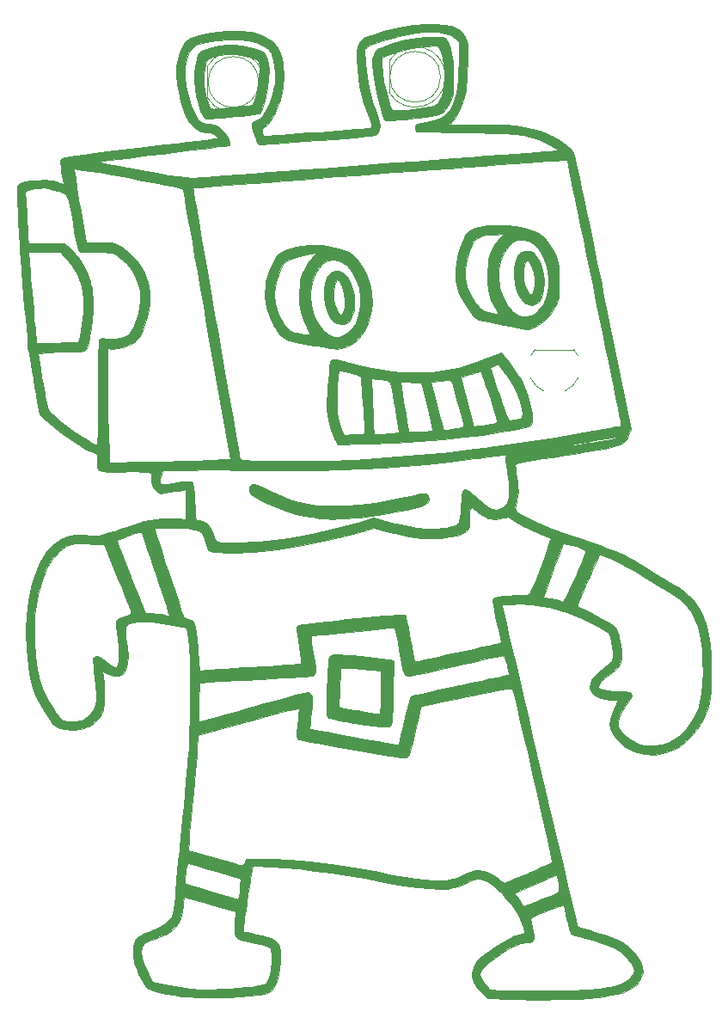
<source format=gbr>
%TF.GenerationSoftware,KiCad,Pcbnew,7.0.8*%
%TF.CreationDate,2024-08-03T05:57:31+02:00*%
%TF.ProjectId,RobiV4,526f6269-5634-42e6-9b69-6361645f7063,rev?*%
%TF.SameCoordinates,Original*%
%TF.FileFunction,Legend,Top*%
%TF.FilePolarity,Positive*%
%FSLAX46Y46*%
G04 Gerber Fmt 4.6, Leading zero omitted, Abs format (unit mm)*
G04 Created by KiCad (PCBNEW 7.0.8) date 2024-08-03 05:57:31*
%MOMM*%
%LPD*%
G01*
G04 APERTURE LIST*
%ADD10C,0.120000*%
%ADD11C,0.010000*%
G04 APERTURE END LIST*
D10*
%TO.C,D1*%
X122154000Y-53700000D02*
X122154000Y-56790000D01*
X127703999Y-55245462D02*
G75*
G03*
X122154001Y-53700170I-2989999J462D01*
G01*
X122154000Y-56789830D02*
G75*
G03*
X127704000Y-55244538I2560000J1544830D01*
G01*
X127214000Y-55245000D02*
G75*
G03*
X127214000Y-55245000I-2500000J0D01*
G01*
%TO.C,D2*%
X140061000Y-53192000D02*
X140061000Y-56282000D01*
X145610999Y-54737462D02*
G75*
G03*
X140061001Y-53192170I-2989999J462D01*
G01*
X140061000Y-56281830D02*
G75*
G03*
X145611000Y-54736538I2560000J1544830D01*
G01*
X145121000Y-54737000D02*
G75*
G03*
X145121000Y-54737000I-2500000J0D01*
G01*
%TO.C,T2*%
X158260000Y-81610000D02*
X154410000Y-81610000D01*
X157410000Y-85659999D02*
G75*
G03*
X158667774Y-84404786I-1090000J2349999D01*
G01*
X158642631Y-82187955D02*
G75*
G03*
X158260000Y-81610000I-2322631J-1122045D01*
G01*
X153983537Y-84399513D02*
G75*
G03*
X155260000Y-85660000I2336463J1089513D01*
G01*
X154410001Y-81610001D02*
G75*
G03*
X154017618Y-82197736I1909999J-1699999D01*
G01*
%TO.C,G\u002A\u002A\u002A*%
D11*
X135169933Y-73847980D02*
X135596617Y-74083100D01*
X135987032Y-74518033D01*
X136309741Y-75148066D01*
X136396573Y-75399781D01*
X136591539Y-76249977D01*
X136648186Y-77048250D01*
X136575838Y-77761721D01*
X136383819Y-78357508D01*
X136081453Y-78802731D01*
X135678062Y-79064511D01*
X135341399Y-79121000D01*
X134937198Y-79046025D01*
X134591271Y-78871661D01*
X134251247Y-78470865D01*
X133969874Y-77885742D01*
X133761810Y-77182122D01*
X133641712Y-76425841D01*
X133628317Y-75856115D01*
X134541644Y-75856115D01*
X134562920Y-76500168D01*
X134677124Y-77134886D01*
X134878339Y-77680952D01*
X135030179Y-77922750D01*
X135220082Y-78140394D01*
X135339541Y-78171584D01*
X135458093Y-78045754D01*
X135584469Y-77778026D01*
X135688391Y-77402606D01*
X135700510Y-77337020D01*
X135717540Y-76748573D01*
X135614571Y-76070643D01*
X135415893Y-75422785D01*
X135237749Y-75059163D01*
X135061854Y-74790819D01*
X134949266Y-74716120D01*
X134839349Y-74807001D01*
X134801539Y-74857276D01*
X134619211Y-75282045D01*
X134541644Y-75856115D01*
X133628317Y-75856115D01*
X133624240Y-75682730D01*
X133724050Y-75018622D01*
X133729210Y-74999891D01*
X133986618Y-74388630D01*
X134333498Y-73996033D01*
X134738415Y-73817387D01*
X135169933Y-73847980D01*
G36*
X135169933Y-73847980D02*
G01*
X135596617Y-74083100D01*
X135987032Y-74518033D01*
X136309741Y-75148066D01*
X136396573Y-75399781D01*
X136591539Y-76249977D01*
X136648186Y-77048250D01*
X136575838Y-77761721D01*
X136383819Y-78357508D01*
X136081453Y-78802731D01*
X135678062Y-79064511D01*
X135341399Y-79121000D01*
X134937198Y-79046025D01*
X134591271Y-78871661D01*
X134251247Y-78470865D01*
X133969874Y-77885742D01*
X133761810Y-77182122D01*
X133641712Y-76425841D01*
X133628317Y-75856115D01*
X134541644Y-75856115D01*
X134562920Y-76500168D01*
X134677124Y-77134886D01*
X134878339Y-77680952D01*
X135030179Y-77922750D01*
X135220082Y-78140394D01*
X135339541Y-78171584D01*
X135458093Y-78045754D01*
X135584469Y-77778026D01*
X135688391Y-77402606D01*
X135700510Y-77337020D01*
X135717540Y-76748573D01*
X135614571Y-76070643D01*
X135415893Y-75422785D01*
X135237749Y-75059163D01*
X135061854Y-74790819D01*
X134949266Y-74716120D01*
X134839349Y-74807001D01*
X134801539Y-74857276D01*
X134619211Y-75282045D01*
X134541644Y-75856115D01*
X133628317Y-75856115D01*
X133624240Y-75682730D01*
X133724050Y-75018622D01*
X133729210Y-74999891D01*
X133986618Y-74388630D01*
X134333498Y-73996033D01*
X134738415Y-73817387D01*
X135169933Y-73847980D01*
G37*
X153939878Y-71878985D02*
X154209963Y-72009814D01*
X154506733Y-72294493D01*
X154920371Y-72922580D01*
X155192437Y-73734856D01*
X155312959Y-74698262D01*
X155318210Y-74984800D01*
X155250868Y-75768566D01*
X155067131Y-76404757D01*
X154786502Y-76873740D01*
X154428484Y-77155882D01*
X154012580Y-77231548D01*
X153558292Y-77081107D01*
X153366083Y-76949995D01*
X152947676Y-76476229D01*
X152629875Y-75830574D01*
X152420047Y-75076220D01*
X152325557Y-74276361D01*
X152330216Y-74147197D01*
X153292915Y-74147197D01*
X153319005Y-74672787D01*
X153400926Y-75151704D01*
X153482215Y-75400588D01*
X153717719Y-75894078D01*
X153915515Y-76142647D01*
X154086450Y-76150690D01*
X154241372Y-75922603D01*
X154311260Y-75736531D01*
X154397974Y-75247629D01*
X154396459Y-74639625D01*
X154386393Y-74528468D01*
X154300821Y-74045194D01*
X154158359Y-73564489D01*
X153985076Y-73149799D01*
X153807040Y-72864573D01*
X153664275Y-72771000D01*
X153508336Y-72886834D01*
X153391710Y-73194576D01*
X153318527Y-73634578D01*
X153292915Y-74147197D01*
X152330216Y-74147197D01*
X152353771Y-73494188D01*
X152512057Y-72792895D01*
X152807780Y-72235672D01*
X152815426Y-72226084D01*
X153112501Y-71962165D01*
X153498085Y-71862184D01*
X153594081Y-71856801D01*
X153939878Y-71878985D01*
G36*
X153939878Y-71878985D02*
G01*
X154209963Y-72009814D01*
X154506733Y-72294493D01*
X154920371Y-72922580D01*
X155192437Y-73734856D01*
X155312959Y-74698262D01*
X155318210Y-74984800D01*
X155250868Y-75768566D01*
X155067131Y-76404757D01*
X154786502Y-76873740D01*
X154428484Y-77155882D01*
X154012580Y-77231548D01*
X153558292Y-77081107D01*
X153366083Y-76949995D01*
X152947676Y-76476229D01*
X152629875Y-75830574D01*
X152420047Y-75076220D01*
X152325557Y-74276361D01*
X152330216Y-74147197D01*
X153292915Y-74147197D01*
X153319005Y-74672787D01*
X153400926Y-75151704D01*
X153482215Y-75400588D01*
X153717719Y-75894078D01*
X153915515Y-76142647D01*
X154086450Y-76150690D01*
X154241372Y-75922603D01*
X154311260Y-75736531D01*
X154397974Y-75247629D01*
X154396459Y-74639625D01*
X154386393Y-74528468D01*
X154300821Y-74045194D01*
X154158359Y-73564489D01*
X153985076Y-73149799D01*
X153807040Y-72864573D01*
X153664275Y-72771000D01*
X153508336Y-72886834D01*
X153391710Y-73194576D01*
X153318527Y-73634578D01*
X153292915Y-74147197D01*
X152330216Y-74147197D01*
X152353771Y-73494188D01*
X152512057Y-72792895D01*
X152807780Y-72235672D01*
X152815426Y-72226084D01*
X153112501Y-71962165D01*
X153498085Y-71862184D01*
X153594081Y-71856801D01*
X153939878Y-71878985D01*
G37*
X126823073Y-94823473D02*
X127083484Y-94903239D01*
X127466065Y-95068321D01*
X128012182Y-95332954D01*
X128326037Y-95490188D01*
X129290570Y-95940091D01*
X130251107Y-96322993D01*
X131107917Y-96599251D01*
X131133070Y-96606037D01*
X131611765Y-96728724D01*
X132031012Y-96817889D01*
X132447251Y-96878861D01*
X132916920Y-96916968D01*
X133496458Y-96937538D01*
X134242305Y-96945900D01*
X134747000Y-96947229D01*
X135918914Y-96931124D01*
X136998279Y-96874637D01*
X138051409Y-96769479D01*
X139144616Y-96607358D01*
X140344213Y-96379982D01*
X141716513Y-96079060D01*
X141747386Y-96071956D01*
X142498639Y-95905464D01*
X143042101Y-95805258D01*
X143415049Y-95770845D01*
X143654755Y-95801732D01*
X143798496Y-95897425D01*
X143878572Y-96043750D01*
X143950289Y-96366703D01*
X143871742Y-96615874D01*
X143614449Y-96818492D01*
X143149928Y-97001788D01*
X142759004Y-97114054D01*
X141811175Y-97340926D01*
X140694913Y-97568272D01*
X139495338Y-97781569D01*
X138297573Y-97966292D01*
X137186741Y-98107917D01*
X136588500Y-98166914D01*
X135740395Y-98232393D01*
X135058317Y-98267065D01*
X134456174Y-98271001D01*
X133847878Y-98244273D01*
X133147337Y-98186951D01*
X132969000Y-98169922D01*
X132360921Y-98098774D01*
X131724124Y-98005464D01*
X131254500Y-97921380D01*
X130615708Y-97753035D01*
X129834475Y-97490394D01*
X128989259Y-97164534D01*
X128158518Y-96806536D01*
X127420711Y-96447476D01*
X127127000Y-96286407D01*
X126691345Y-96021516D01*
X126434686Y-95817673D01*
X126307584Y-95624870D01*
X126262332Y-95411818D01*
X126283770Y-95084382D01*
X126460019Y-94887653D01*
X126503299Y-94862952D01*
X126643467Y-94814789D01*
X126823073Y-94823473D01*
G36*
X126823073Y-94823473D02*
G01*
X127083484Y-94903239D01*
X127466065Y-95068321D01*
X128012182Y-95332954D01*
X128326037Y-95490188D01*
X129290570Y-95940091D01*
X130251107Y-96322993D01*
X131107917Y-96599251D01*
X131133070Y-96606037D01*
X131611765Y-96728724D01*
X132031012Y-96817889D01*
X132447251Y-96878861D01*
X132916920Y-96916968D01*
X133496458Y-96937538D01*
X134242305Y-96945900D01*
X134747000Y-96947229D01*
X135918914Y-96931124D01*
X136998279Y-96874637D01*
X138051409Y-96769479D01*
X139144616Y-96607358D01*
X140344213Y-96379982D01*
X141716513Y-96079060D01*
X141747386Y-96071956D01*
X142498639Y-95905464D01*
X143042101Y-95805258D01*
X143415049Y-95770845D01*
X143654755Y-95801732D01*
X143798496Y-95897425D01*
X143878572Y-96043750D01*
X143950289Y-96366703D01*
X143871742Y-96615874D01*
X143614449Y-96818492D01*
X143149928Y-97001788D01*
X142759004Y-97114054D01*
X141811175Y-97340926D01*
X140694913Y-97568272D01*
X139495338Y-97781569D01*
X138297573Y-97966292D01*
X137186741Y-98107917D01*
X136588500Y-98166914D01*
X135740395Y-98232393D01*
X135058317Y-98267065D01*
X134456174Y-98271001D01*
X133847878Y-98244273D01*
X133147337Y-98186951D01*
X132969000Y-98169922D01*
X132360921Y-98098774D01*
X131724124Y-98005464D01*
X131254500Y-97921380D01*
X130615708Y-97753035D01*
X129834475Y-97490394D01*
X128989259Y-97164534D01*
X128158518Y-96806536D01*
X127420711Y-96447476D01*
X127127000Y-96286407D01*
X126691345Y-96021516D01*
X126434686Y-95817673D01*
X126307584Y-95624870D01*
X126262332Y-95411818D01*
X126283770Y-95084382D01*
X126460019Y-94887653D01*
X126503299Y-94862952D01*
X126643467Y-94814789D01*
X126823073Y-94823473D01*
G37*
X135189883Y-111643621D02*
X135756422Y-111677325D01*
X136434222Y-111728226D01*
X137174673Y-111791630D01*
X137929161Y-111862846D01*
X138649074Y-111937180D01*
X139285802Y-112009940D01*
X139790732Y-112076433D01*
X140115252Y-112131967D01*
X140194734Y-112154186D01*
X140498968Y-112279398D01*
X140429260Y-115289949D01*
X140405908Y-116149711D01*
X140378112Y-116932722D01*
X140347762Y-117600548D01*
X140316750Y-118114755D01*
X140286967Y-118436909D01*
X140270188Y-118522750D01*
X140175573Y-118633467D01*
X139981303Y-118701529D01*
X139662942Y-118725731D01*
X139196057Y-118704872D01*
X138556214Y-118637747D01*
X137718977Y-118523152D01*
X136659912Y-118359884D01*
X136525000Y-118338288D01*
X135773737Y-118211895D01*
X135103641Y-118088256D01*
X134557376Y-117976122D01*
X134177607Y-117884242D01*
X134007789Y-117822041D01*
X133952442Y-117728483D01*
X133914394Y-117534960D01*
X133892866Y-117212413D01*
X133887077Y-116731781D01*
X133889028Y-116589733D01*
X135121708Y-116589733D01*
X135130864Y-116816432D01*
X135140468Y-116847759D01*
X135277353Y-116870171D01*
X135618575Y-116926445D01*
X136117885Y-117008945D01*
X136729036Y-117110031D01*
X136969500Y-117149829D01*
X137627898Y-117257358D01*
X138209025Y-117349560D01*
X138660657Y-117418347D01*
X138930570Y-117455632D01*
X138969750Y-117459569D01*
X139059810Y-117443712D01*
X139123048Y-117355740D01*
X139165083Y-117156996D01*
X139191534Y-116808823D01*
X139208018Y-116272561D01*
X139216694Y-115760500D01*
X139226472Y-115087315D01*
X139235564Y-114471504D01*
X139243041Y-113975411D01*
X139247972Y-113661377D01*
X139248444Y-113633250D01*
X139255500Y-113220500D01*
X137310589Y-113048743D01*
X136635426Y-112993449D01*
X136053500Y-112954000D01*
X135609884Y-112932804D01*
X135349654Y-112932268D01*
X135301235Y-112941430D01*
X135274562Y-113081548D01*
X135244738Y-113417848D01*
X135213945Y-113897372D01*
X135184360Y-114467159D01*
X135158165Y-115074249D01*
X135137538Y-115665682D01*
X135124659Y-116188496D01*
X135121708Y-116589733D01*
X133889028Y-116589733D01*
X133896249Y-116064006D01*
X133919601Y-115180028D01*
X133928877Y-114880262D01*
X133959905Y-114050715D01*
X133997027Y-113298216D01*
X134037540Y-112662868D01*
X134078741Y-112184775D01*
X134117926Y-111904041D01*
X134132806Y-111855250D01*
X134319898Y-111694308D01*
X134689580Y-111633448D01*
X134783218Y-111631805D01*
X135189883Y-111643621D01*
G36*
X135189883Y-111643621D02*
G01*
X135756422Y-111677325D01*
X136434222Y-111728226D01*
X137174673Y-111791630D01*
X137929161Y-111862846D01*
X138649074Y-111937180D01*
X139285802Y-112009940D01*
X139790732Y-112076433D01*
X140115252Y-112131967D01*
X140194734Y-112154186D01*
X140498968Y-112279398D01*
X140429260Y-115289949D01*
X140405908Y-116149711D01*
X140378112Y-116932722D01*
X140347762Y-117600548D01*
X140316750Y-118114755D01*
X140286967Y-118436909D01*
X140270188Y-118522750D01*
X140175573Y-118633467D01*
X139981303Y-118701529D01*
X139662942Y-118725731D01*
X139196057Y-118704872D01*
X138556214Y-118637747D01*
X137718977Y-118523152D01*
X136659912Y-118359884D01*
X136525000Y-118338288D01*
X135773737Y-118211895D01*
X135103641Y-118088256D01*
X134557376Y-117976122D01*
X134177607Y-117884242D01*
X134007789Y-117822041D01*
X133952442Y-117728483D01*
X133914394Y-117534960D01*
X133892866Y-117212413D01*
X133887077Y-116731781D01*
X133889028Y-116589733D01*
X135121708Y-116589733D01*
X135130864Y-116816432D01*
X135140468Y-116847759D01*
X135277353Y-116870171D01*
X135618575Y-116926445D01*
X136117885Y-117008945D01*
X136729036Y-117110031D01*
X136969500Y-117149829D01*
X137627898Y-117257358D01*
X138209025Y-117349560D01*
X138660657Y-117418347D01*
X138930570Y-117455632D01*
X138969750Y-117459569D01*
X139059810Y-117443712D01*
X139123048Y-117355740D01*
X139165083Y-117156996D01*
X139191534Y-116808823D01*
X139208018Y-116272561D01*
X139216694Y-115760500D01*
X139226472Y-115087315D01*
X139235564Y-114471504D01*
X139243041Y-113975411D01*
X139247972Y-113661377D01*
X139248444Y-113633250D01*
X139255500Y-113220500D01*
X137310589Y-113048743D01*
X136635426Y-112993449D01*
X136053500Y-112954000D01*
X135609884Y-112932804D01*
X135349654Y-112932268D01*
X135301235Y-112941430D01*
X135274562Y-113081548D01*
X135244738Y-113417848D01*
X135213945Y-113897372D01*
X135184360Y-114467159D01*
X135158165Y-115074249D01*
X135137538Y-115665682D01*
X135124659Y-116188496D01*
X135121708Y-116589733D01*
X133889028Y-116589733D01*
X133896249Y-116064006D01*
X133919601Y-115180028D01*
X133928877Y-114880262D01*
X133959905Y-114050715D01*
X133997027Y-113298216D01*
X134037540Y-112662868D01*
X134078741Y-112184775D01*
X134117926Y-111904041D01*
X134132806Y-111855250D01*
X134319898Y-111694308D01*
X134689580Y-111633448D01*
X134783218Y-111631805D01*
X135189883Y-111643621D01*
G37*
X124788570Y-51595644D02*
X125539344Y-51669412D01*
X126275607Y-51799770D01*
X126934413Y-51973527D01*
X127452817Y-52177488D01*
X127724990Y-52354309D01*
X128003746Y-52767321D01*
X128175383Y-53370251D01*
X128232442Y-54119383D01*
X128169316Y-54958087D01*
X128030317Y-55825441D01*
X127874061Y-56620437D01*
X127710150Y-57306663D01*
X127548187Y-57847706D01*
X127397775Y-58207156D01*
X127275601Y-58346894D01*
X127082155Y-58380080D01*
X126683129Y-58430480D01*
X126125933Y-58492715D01*
X125457978Y-58561403D01*
X124968000Y-58608742D01*
X124227179Y-58680081D01*
X123541083Y-58749080D01*
X122964609Y-58810000D01*
X122552657Y-58857101D01*
X122405471Y-58876615D01*
X122068356Y-58897174D01*
X121865529Y-58801419D01*
X121750207Y-58651855D01*
X121491773Y-58128534D01*
X121252761Y-57432963D01*
X121053799Y-56646891D01*
X120915519Y-55852065D01*
X120858550Y-55130233D01*
X120858392Y-55118000D01*
X120878500Y-54441884D01*
X121802718Y-54441884D01*
X121821987Y-55469564D01*
X121983684Y-56530584D01*
X122280486Y-57541812D01*
X122288434Y-57562750D01*
X122344017Y-57704948D01*
X122410512Y-57804855D01*
X122525530Y-57865068D01*
X122726686Y-57888185D01*
X123051591Y-57876803D01*
X123537859Y-57833520D01*
X124223102Y-57760933D01*
X124587000Y-57721500D01*
X125234450Y-57652868D01*
X125801900Y-57595324D01*
X126235869Y-57554103D01*
X126482878Y-57534442D01*
X126507195Y-57533524D01*
X126641530Y-57413365D01*
X126780669Y-57089115D01*
X126916524Y-56610356D01*
X127041012Y-56026670D01*
X127146045Y-55387638D01*
X127223539Y-54742843D01*
X127265409Y-54141867D01*
X127263568Y-53634291D01*
X127209931Y-53269696D01*
X127205071Y-53254012D01*
X127118430Y-53109889D01*
X126931936Y-52988429D01*
X126598396Y-52868889D01*
X126070612Y-52730526D01*
X125946631Y-52700906D01*
X124856055Y-52513385D01*
X123880647Y-52505450D01*
X122954571Y-52678492D01*
X122663453Y-52770395D01*
X122297822Y-52917547D01*
X122096293Y-53088401D01*
X121976629Y-53368575D01*
X121933203Y-53530677D01*
X121802718Y-54441884D01*
X120878500Y-54441884D01*
X120880509Y-54374365D01*
X120956641Y-53660340D01*
X121076021Y-53038903D01*
X121227883Y-52573028D01*
X121322286Y-52404657D01*
X121596799Y-52190789D01*
X122066423Y-51985432D01*
X122672420Y-51805864D01*
X123356054Y-51669363D01*
X124058586Y-51593205D01*
X124086230Y-51591659D01*
X124788570Y-51595644D01*
G36*
X124788570Y-51595644D02*
G01*
X125539344Y-51669412D01*
X126275607Y-51799770D01*
X126934413Y-51973527D01*
X127452817Y-52177488D01*
X127724990Y-52354309D01*
X128003746Y-52767321D01*
X128175383Y-53370251D01*
X128232442Y-54119383D01*
X128169316Y-54958087D01*
X128030317Y-55825441D01*
X127874061Y-56620437D01*
X127710150Y-57306663D01*
X127548187Y-57847706D01*
X127397775Y-58207156D01*
X127275601Y-58346894D01*
X127082155Y-58380080D01*
X126683129Y-58430480D01*
X126125933Y-58492715D01*
X125457978Y-58561403D01*
X124968000Y-58608742D01*
X124227179Y-58680081D01*
X123541083Y-58749080D01*
X122964609Y-58810000D01*
X122552657Y-58857101D01*
X122405471Y-58876615D01*
X122068356Y-58897174D01*
X121865529Y-58801419D01*
X121750207Y-58651855D01*
X121491773Y-58128534D01*
X121252761Y-57432963D01*
X121053799Y-56646891D01*
X120915519Y-55852065D01*
X120858550Y-55130233D01*
X120858392Y-55118000D01*
X120878500Y-54441884D01*
X121802718Y-54441884D01*
X121821987Y-55469564D01*
X121983684Y-56530584D01*
X122280486Y-57541812D01*
X122288434Y-57562750D01*
X122344017Y-57704948D01*
X122410512Y-57804855D01*
X122525530Y-57865068D01*
X122726686Y-57888185D01*
X123051591Y-57876803D01*
X123537859Y-57833520D01*
X124223102Y-57760933D01*
X124587000Y-57721500D01*
X125234450Y-57652868D01*
X125801900Y-57595324D01*
X126235869Y-57554103D01*
X126482878Y-57534442D01*
X126507195Y-57533524D01*
X126641530Y-57413365D01*
X126780669Y-57089115D01*
X126916524Y-56610356D01*
X127041012Y-56026670D01*
X127146045Y-55387638D01*
X127223539Y-54742843D01*
X127265409Y-54141867D01*
X127263568Y-53634291D01*
X127209931Y-53269696D01*
X127205071Y-53254012D01*
X127118430Y-53109889D01*
X126931936Y-52988429D01*
X126598396Y-52868889D01*
X126070612Y-52730526D01*
X125946631Y-52700906D01*
X124856055Y-52513385D01*
X123880647Y-52505450D01*
X122954571Y-52678492D01*
X122663453Y-52770395D01*
X122297822Y-52917547D01*
X122096293Y-53088401D01*
X121976629Y-53368575D01*
X121933203Y-53530677D01*
X121802718Y-54441884D01*
X120878500Y-54441884D01*
X120880509Y-54374365D01*
X120956641Y-53660340D01*
X121076021Y-53038903D01*
X121227883Y-52573028D01*
X121322286Y-52404657D01*
X121596799Y-52190789D01*
X122066423Y-51985432D01*
X122672420Y-51805864D01*
X123356054Y-51669363D01*
X124058586Y-51593205D01*
X124086230Y-51591659D01*
X124788570Y-51595644D01*
G37*
X145312420Y-50851270D02*
X145574408Y-50907416D01*
X145602567Y-50924566D01*
X145735509Y-51121212D01*
X145902264Y-51486975D01*
X146068758Y-51946208D01*
X146083177Y-51991485D01*
X146204479Y-52419662D01*
X146286523Y-52837351D01*
X146336349Y-53310942D01*
X146360995Y-53906824D01*
X146367500Y-54673500D01*
X146363342Y-55406372D01*
X146346324Y-55941599D01*
X146309625Y-56335465D01*
X146246426Y-56644253D01*
X146149907Y-56924246D01*
X146073308Y-57101518D01*
X145824409Y-57555593D01*
X145523091Y-57977646D01*
X145374808Y-58140540D01*
X145222999Y-58278854D01*
X145068374Y-58385021D01*
X144870764Y-58468648D01*
X144589997Y-58539346D01*
X144185903Y-58606723D01*
X143618311Y-58680388D01*
X142847052Y-58769950D01*
X142650204Y-58792271D01*
X141697092Y-58901729D01*
X140965028Y-58982839D01*
X140422051Y-59029629D01*
X140036196Y-59036131D01*
X139775500Y-58996374D01*
X139608001Y-58904389D01*
X139501735Y-58754206D01*
X139424738Y-58539854D01*
X139345049Y-58255364D01*
X139320289Y-58170329D01*
X138911817Y-56698266D01*
X138618521Y-55414921D01*
X138440999Y-54326751D01*
X138379852Y-53440212D01*
X138427325Y-52863278D01*
X139319000Y-52863278D01*
X139319000Y-53537836D01*
X139371972Y-54258324D01*
X139528779Y-55192287D01*
X139786254Y-56322835D01*
X139978489Y-57054750D01*
X140075029Y-57418535D01*
X140161761Y-57688631D01*
X140274142Y-57874746D01*
X140447629Y-57986587D01*
X140717680Y-58033863D01*
X141119751Y-58026282D01*
X141689300Y-57973554D01*
X142461784Y-57885385D01*
X142849322Y-57840799D01*
X143575902Y-57755505D01*
X144096990Y-57676242D01*
X144459338Y-57579238D01*
X144709700Y-57440720D01*
X144894828Y-57236918D01*
X145061476Y-56944059D01*
X145207052Y-56642000D01*
X145359352Y-56178596D01*
X145452898Y-55589376D01*
X145492004Y-54919251D01*
X145480987Y-54213130D01*
X145424160Y-53515925D01*
X145325838Y-52872545D01*
X145190336Y-52327901D01*
X145021968Y-51926902D01*
X144825049Y-51714460D01*
X144731514Y-51692276D01*
X143538986Y-51762341D01*
X142319806Y-51933746D01*
X141158952Y-52190362D01*
X140141398Y-52516060D01*
X139922250Y-52605150D01*
X139319000Y-52863278D01*
X138427325Y-52863278D01*
X138435679Y-52761761D01*
X138609080Y-52297853D01*
X138759632Y-52132754D01*
X139073985Y-51951001D01*
X139562436Y-51733456D01*
X140152860Y-51506700D01*
X140773131Y-51297311D01*
X141351125Y-51131870D01*
X141668500Y-51060770D01*
X142257626Y-50969978D01*
X142924659Y-50899091D01*
X143616626Y-50849942D01*
X144280557Y-50824367D01*
X144863479Y-50824198D01*
X145312420Y-50851270D01*
G36*
X145312420Y-50851270D02*
G01*
X145574408Y-50907416D01*
X145602567Y-50924566D01*
X145735509Y-51121212D01*
X145902264Y-51486975D01*
X146068758Y-51946208D01*
X146083177Y-51991485D01*
X146204479Y-52419662D01*
X146286523Y-52837351D01*
X146336349Y-53310942D01*
X146360995Y-53906824D01*
X146367500Y-54673500D01*
X146363342Y-55406372D01*
X146346324Y-55941599D01*
X146309625Y-56335465D01*
X146246426Y-56644253D01*
X146149907Y-56924246D01*
X146073308Y-57101518D01*
X145824409Y-57555593D01*
X145523091Y-57977646D01*
X145374808Y-58140540D01*
X145222999Y-58278854D01*
X145068374Y-58385021D01*
X144870764Y-58468648D01*
X144589997Y-58539346D01*
X144185903Y-58606723D01*
X143618311Y-58680388D01*
X142847052Y-58769950D01*
X142650204Y-58792271D01*
X141697092Y-58901729D01*
X140965028Y-58982839D01*
X140422051Y-59029629D01*
X140036196Y-59036131D01*
X139775500Y-58996374D01*
X139608001Y-58904389D01*
X139501735Y-58754206D01*
X139424738Y-58539854D01*
X139345049Y-58255364D01*
X139320289Y-58170329D01*
X138911817Y-56698266D01*
X138618521Y-55414921D01*
X138440999Y-54326751D01*
X138379852Y-53440212D01*
X138427325Y-52863278D01*
X139319000Y-52863278D01*
X139319000Y-53537836D01*
X139371972Y-54258324D01*
X139528779Y-55192287D01*
X139786254Y-56322835D01*
X139978489Y-57054750D01*
X140075029Y-57418535D01*
X140161761Y-57688631D01*
X140274142Y-57874746D01*
X140447629Y-57986587D01*
X140717680Y-58033863D01*
X141119751Y-58026282D01*
X141689300Y-57973554D01*
X142461784Y-57885385D01*
X142849322Y-57840799D01*
X143575902Y-57755505D01*
X144096990Y-57676242D01*
X144459338Y-57579238D01*
X144709700Y-57440720D01*
X144894828Y-57236918D01*
X145061476Y-56944059D01*
X145207052Y-56642000D01*
X145359352Y-56178596D01*
X145452898Y-55589376D01*
X145492004Y-54919251D01*
X145480987Y-54213130D01*
X145424160Y-53515925D01*
X145325838Y-52872545D01*
X145190336Y-52327901D01*
X145021968Y-51926902D01*
X144825049Y-51714460D01*
X144731514Y-51692276D01*
X143538986Y-51762341D01*
X142319806Y-51933746D01*
X141158952Y-52190362D01*
X140141398Y-52516060D01*
X139922250Y-52605150D01*
X139319000Y-52863278D01*
X138427325Y-52863278D01*
X138435679Y-52761761D01*
X138609080Y-52297853D01*
X138759632Y-52132754D01*
X139073985Y-51951001D01*
X139562436Y-51733456D01*
X140152860Y-51506700D01*
X140773131Y-51297311D01*
X141351125Y-51131870D01*
X141668500Y-51060770D01*
X142257626Y-50969978D01*
X142924659Y-50899091D01*
X143616626Y-50849942D01*
X144280557Y-50824367D01*
X144863479Y-50824198D01*
X145312420Y-50851270D01*
G37*
X133498639Y-71302064D02*
X134655114Y-71516089D01*
X135322981Y-71698937D01*
X135808303Y-71868270D01*
X136177824Y-72059259D01*
X136498290Y-72307075D01*
X136836446Y-72646888D01*
X136870065Y-72683225D01*
X137478144Y-73469119D01*
X137912177Y-74338686D01*
X138196792Y-75348760D01*
X138297676Y-75977750D01*
X138348259Y-77062922D01*
X138231190Y-78089656D01*
X137963137Y-79031094D01*
X137560772Y-79860383D01*
X137040765Y-80550666D01*
X136419786Y-81075087D01*
X135714505Y-81406792D01*
X134941594Y-81518923D01*
X134859265Y-81516949D01*
X134598155Y-81489779D01*
X134135984Y-81424755D01*
X133521601Y-81329434D01*
X132803852Y-81211369D01*
X132098726Y-81089952D01*
X131261332Y-80942717D01*
X130630802Y-80822192D01*
X130164739Y-80706257D01*
X129820746Y-80572796D01*
X129556423Y-80399688D01*
X129329375Y-80164815D01*
X129097202Y-79846060D01*
X128817507Y-79421303D01*
X128774527Y-79355747D01*
X128269729Y-78433690D01*
X127966728Y-77483059D01*
X127842737Y-76425596D01*
X127837042Y-76136500D01*
X127839793Y-76007922D01*
X128744068Y-76007922D01*
X128840853Y-77079377D01*
X129189952Y-78127127D01*
X129791994Y-79157422D01*
X129856194Y-79246221D01*
X130135846Y-79598815D01*
X130383428Y-79800305D01*
X130701790Y-79914791D01*
X131032512Y-79979321D01*
X131620565Y-80078828D01*
X131989320Y-80122845D01*
X132170648Y-80093715D01*
X132196420Y-79973776D01*
X132098504Y-79745370D01*
X131951227Y-79470250D01*
X131572508Y-78663308D01*
X131334930Y-77879778D01*
X131220749Y-77034672D01*
X131213616Y-76205267D01*
X132303669Y-76205267D01*
X132387458Y-77255089D01*
X132634631Y-78213067D01*
X133028411Y-79041591D01*
X133552020Y-79703052D01*
X134028650Y-80072196D01*
X134633235Y-80334292D01*
X135190333Y-80356027D01*
X135716539Y-80147337D01*
X136312466Y-79643381D01*
X136756421Y-78979968D01*
X137051830Y-78198561D01*
X137202118Y-77340621D01*
X137210709Y-76447611D01*
X137081030Y-75560991D01*
X136816504Y-74722225D01*
X136420557Y-73972773D01*
X135896613Y-73354098D01*
X135248099Y-72907661D01*
X135113458Y-72846722D01*
X134543451Y-72730015D01*
X133994072Y-72841502D01*
X133486907Y-73155379D01*
X133043544Y-73645841D01*
X132685571Y-74287086D01*
X132434577Y-75053309D01*
X132312149Y-75918705D01*
X132303669Y-76205267D01*
X131213616Y-76205267D01*
X131212220Y-76043003D01*
X131215845Y-75948099D01*
X131251783Y-75292105D01*
X131307312Y-74807992D01*
X131399093Y-74413659D01*
X131543788Y-74027004D01*
X131655964Y-73779348D01*
X131916528Y-73288707D01*
X132211457Y-72827076D01*
X132444336Y-72531973D01*
X132848249Y-72102447D01*
X132178374Y-72187502D01*
X131160105Y-72380909D01*
X130193553Y-72713465D01*
X130155760Y-72729341D01*
X129881109Y-72880143D01*
X129663194Y-73104715D01*
X129449009Y-73467817D01*
X129304922Y-73768896D01*
X128898967Y-74906512D01*
X128744068Y-76007922D01*
X127839793Y-76007922D01*
X127850914Y-75488179D01*
X127910284Y-74944435D01*
X128034623Y-74423088D01*
X128243406Y-73841961D01*
X128547673Y-73137551D01*
X128805293Y-72642265D01*
X129098530Y-72271454D01*
X129478909Y-71988968D01*
X129997955Y-71758658D01*
X130707195Y-71544374D01*
X130884247Y-71498251D01*
X132194121Y-71279425D01*
X133498639Y-71302064D01*
G36*
X133498639Y-71302064D02*
G01*
X134655114Y-71516089D01*
X135322981Y-71698937D01*
X135808303Y-71868270D01*
X136177824Y-72059259D01*
X136498290Y-72307075D01*
X136836446Y-72646888D01*
X136870065Y-72683225D01*
X137478144Y-73469119D01*
X137912177Y-74338686D01*
X138196792Y-75348760D01*
X138297676Y-75977750D01*
X138348259Y-77062922D01*
X138231190Y-78089656D01*
X137963137Y-79031094D01*
X137560772Y-79860383D01*
X137040765Y-80550666D01*
X136419786Y-81075087D01*
X135714505Y-81406792D01*
X134941594Y-81518923D01*
X134859265Y-81516949D01*
X134598155Y-81489779D01*
X134135984Y-81424755D01*
X133521601Y-81329434D01*
X132803852Y-81211369D01*
X132098726Y-81089952D01*
X131261332Y-80942717D01*
X130630802Y-80822192D01*
X130164739Y-80706257D01*
X129820746Y-80572796D01*
X129556423Y-80399688D01*
X129329375Y-80164815D01*
X129097202Y-79846060D01*
X128817507Y-79421303D01*
X128774527Y-79355747D01*
X128269729Y-78433690D01*
X127966728Y-77483059D01*
X127842737Y-76425596D01*
X127837042Y-76136500D01*
X127839793Y-76007922D01*
X128744068Y-76007922D01*
X128840853Y-77079377D01*
X129189952Y-78127127D01*
X129791994Y-79157422D01*
X129856194Y-79246221D01*
X130135846Y-79598815D01*
X130383428Y-79800305D01*
X130701790Y-79914791D01*
X131032512Y-79979321D01*
X131620565Y-80078828D01*
X131989320Y-80122845D01*
X132170648Y-80093715D01*
X132196420Y-79973776D01*
X132098504Y-79745370D01*
X131951227Y-79470250D01*
X131572508Y-78663308D01*
X131334930Y-77879778D01*
X131220749Y-77034672D01*
X131213616Y-76205267D01*
X132303669Y-76205267D01*
X132387458Y-77255089D01*
X132634631Y-78213067D01*
X133028411Y-79041591D01*
X133552020Y-79703052D01*
X134028650Y-80072196D01*
X134633235Y-80334292D01*
X135190333Y-80356027D01*
X135716539Y-80147337D01*
X136312466Y-79643381D01*
X136756421Y-78979968D01*
X137051830Y-78198561D01*
X137202118Y-77340621D01*
X137210709Y-76447611D01*
X137081030Y-75560991D01*
X136816504Y-74722225D01*
X136420557Y-73972773D01*
X135896613Y-73354098D01*
X135248099Y-72907661D01*
X135113458Y-72846722D01*
X134543451Y-72730015D01*
X133994072Y-72841502D01*
X133486907Y-73155379D01*
X133043544Y-73645841D01*
X132685571Y-74287086D01*
X132434577Y-75053309D01*
X132312149Y-75918705D01*
X132303669Y-76205267D01*
X131213616Y-76205267D01*
X131212220Y-76043003D01*
X131215845Y-75948099D01*
X131251783Y-75292105D01*
X131307312Y-74807992D01*
X131399093Y-74413659D01*
X131543788Y-74027004D01*
X131655964Y-73779348D01*
X131916528Y-73288707D01*
X132211457Y-72827076D01*
X132444336Y-72531973D01*
X132848249Y-72102447D01*
X132178374Y-72187502D01*
X131160105Y-72380909D01*
X130193553Y-72713465D01*
X130155760Y-72729341D01*
X129881109Y-72880143D01*
X129663194Y-73104715D01*
X129449009Y-73467817D01*
X129304922Y-73768896D01*
X128898967Y-74906512D01*
X128744068Y-76007922D01*
X127839793Y-76007922D01*
X127850914Y-75488179D01*
X127910284Y-74944435D01*
X128034623Y-74423088D01*
X128243406Y-73841961D01*
X128547673Y-73137551D01*
X128805293Y-72642265D01*
X129098530Y-72271454D01*
X129478909Y-71988968D01*
X129997955Y-71758658D01*
X130707195Y-71544374D01*
X130884247Y-71498251D01*
X132194121Y-71279425D01*
X133498639Y-71302064D01*
G37*
X151581508Y-69379325D02*
X152532780Y-69471669D01*
X153413804Y-69625095D01*
X154163155Y-69835939D01*
X154678477Y-70074384D01*
X155279037Y-70559506D01*
X155844059Y-71225500D01*
X156316874Y-72000113D01*
X156494720Y-72390000D01*
X156613934Y-72717868D01*
X156694873Y-73046781D01*
X156744655Y-73437026D01*
X156770396Y-73948891D01*
X156779212Y-74642662D01*
X156779565Y-74803000D01*
X156777120Y-75507921D01*
X156762221Y-76018775D01*
X156726307Y-76395463D01*
X156660817Y-76697887D01*
X156557190Y-76985949D01*
X156425612Y-77279500D01*
X155884722Y-78181324D01*
X155202973Y-78876709D01*
X154460128Y-79327035D01*
X154082487Y-79488725D01*
X153801065Y-79593728D01*
X153698128Y-79617778D01*
X153549742Y-79591325D01*
X153193044Y-79524631D01*
X152669143Y-79425473D01*
X152019146Y-79301631D01*
X151320500Y-79167858D01*
X150568104Y-79018451D01*
X149883874Y-78873213D01*
X149314488Y-78742787D01*
X148906624Y-78637815D01*
X148717000Y-78574279D01*
X148471847Y-78373976D01*
X148152313Y-78000705D01*
X147795540Y-77509703D01*
X147438674Y-76956210D01*
X147118857Y-76395461D01*
X146873235Y-75882696D01*
X146824618Y-75760073D01*
X146592386Y-74793049D01*
X146587011Y-74530819D01*
X147497300Y-74530819D01*
X147662645Y-75328323D01*
X148012751Y-76123655D01*
X148553294Y-76965167D01*
X148701380Y-77165334D01*
X148942898Y-77460504D01*
X149182628Y-77670128D01*
X149478067Y-77819873D01*
X149886715Y-77935405D01*
X150466072Y-78042389D01*
X150775504Y-78091157D01*
X150764757Y-78002473D01*
X150643902Y-77758729D01*
X150493194Y-77501750D01*
X150101296Y-76702196D01*
X149857273Y-75794300D01*
X149752400Y-74735718D01*
X149753874Y-74358500D01*
X150840119Y-74358500D01*
X150947333Y-75423415D01*
X151235140Y-76389458D01*
X151687051Y-77219155D01*
X152286575Y-77875032D01*
X152440241Y-77994904D01*
X152806057Y-78231904D01*
X153117141Y-78331733D01*
X153503204Y-78331854D01*
X153582850Y-78324913D01*
X154013139Y-78247514D01*
X154357062Y-78072105D01*
X154694917Y-77778791D01*
X155207005Y-77109302D01*
X155552437Y-76294490D01*
X155730351Y-75381462D01*
X155739884Y-74417324D01*
X155580176Y-73449183D01*
X155250361Y-72524144D01*
X154805032Y-71764155D01*
X154328107Y-71215224D01*
X153837791Y-70892948D01*
X153287339Y-70772183D01*
X152974679Y-70779532D01*
X152594877Y-70833591D01*
X152313073Y-70951032D01*
X152034381Y-71184277D01*
X151809604Y-71423203D01*
X151315859Y-72102662D01*
X151003363Y-72870506D01*
X150856220Y-73774857D01*
X150840119Y-74358500D01*
X149753874Y-74358500D01*
X149755579Y-73922658D01*
X149789796Y-73258050D01*
X149845806Y-72766447D01*
X149939033Y-72366935D01*
X150084904Y-71978600D01*
X150156714Y-71818500D01*
X150412684Y-71336699D01*
X150709082Y-70881930D01*
X150914625Y-70627770D01*
X151320500Y-70199040D01*
X150302252Y-70264488D01*
X149574139Y-70329012D01*
X149049100Y-70434468D01*
X148676398Y-70611923D01*
X148405301Y-70892445D01*
X148185071Y-71307100D01*
X148053086Y-71641753D01*
X147698195Y-72735886D01*
X147511042Y-73682791D01*
X147497300Y-74530819D01*
X146587011Y-74530819D01*
X146570393Y-73720246D01*
X146758052Y-72577552D01*
X146883860Y-72133579D01*
X147136778Y-71354763D01*
X147345763Y-70781006D01*
X147534020Y-70372402D01*
X147724757Y-70089043D01*
X147941179Y-69891024D01*
X148206491Y-69738438D01*
X148302458Y-69694049D01*
X148920465Y-69505425D01*
X149713926Y-69392539D01*
X150621415Y-69351727D01*
X151581508Y-69379325D01*
G36*
X151581508Y-69379325D02*
G01*
X152532780Y-69471669D01*
X153413804Y-69625095D01*
X154163155Y-69835939D01*
X154678477Y-70074384D01*
X155279037Y-70559506D01*
X155844059Y-71225500D01*
X156316874Y-72000113D01*
X156494720Y-72390000D01*
X156613934Y-72717868D01*
X156694873Y-73046781D01*
X156744655Y-73437026D01*
X156770396Y-73948891D01*
X156779212Y-74642662D01*
X156779565Y-74803000D01*
X156777120Y-75507921D01*
X156762221Y-76018775D01*
X156726307Y-76395463D01*
X156660817Y-76697887D01*
X156557190Y-76985949D01*
X156425612Y-77279500D01*
X155884722Y-78181324D01*
X155202973Y-78876709D01*
X154460128Y-79327035D01*
X154082487Y-79488725D01*
X153801065Y-79593728D01*
X153698128Y-79617778D01*
X153549742Y-79591325D01*
X153193044Y-79524631D01*
X152669143Y-79425473D01*
X152019146Y-79301631D01*
X151320500Y-79167858D01*
X150568104Y-79018451D01*
X149883874Y-78873213D01*
X149314488Y-78742787D01*
X148906624Y-78637815D01*
X148717000Y-78574279D01*
X148471847Y-78373976D01*
X148152313Y-78000705D01*
X147795540Y-77509703D01*
X147438674Y-76956210D01*
X147118857Y-76395461D01*
X146873235Y-75882696D01*
X146824618Y-75760073D01*
X146592386Y-74793049D01*
X146587011Y-74530819D01*
X147497300Y-74530819D01*
X147662645Y-75328323D01*
X148012751Y-76123655D01*
X148553294Y-76965167D01*
X148701380Y-77165334D01*
X148942898Y-77460504D01*
X149182628Y-77670128D01*
X149478067Y-77819873D01*
X149886715Y-77935405D01*
X150466072Y-78042389D01*
X150775504Y-78091157D01*
X150764757Y-78002473D01*
X150643902Y-77758729D01*
X150493194Y-77501750D01*
X150101296Y-76702196D01*
X149857273Y-75794300D01*
X149752400Y-74735718D01*
X149753874Y-74358500D01*
X150840119Y-74358500D01*
X150947333Y-75423415D01*
X151235140Y-76389458D01*
X151687051Y-77219155D01*
X152286575Y-77875032D01*
X152440241Y-77994904D01*
X152806057Y-78231904D01*
X153117141Y-78331733D01*
X153503204Y-78331854D01*
X153582850Y-78324913D01*
X154013139Y-78247514D01*
X154357062Y-78072105D01*
X154694917Y-77778791D01*
X155207005Y-77109302D01*
X155552437Y-76294490D01*
X155730351Y-75381462D01*
X155739884Y-74417324D01*
X155580176Y-73449183D01*
X155250361Y-72524144D01*
X154805032Y-71764155D01*
X154328107Y-71215224D01*
X153837791Y-70892948D01*
X153287339Y-70772183D01*
X152974679Y-70779532D01*
X152594877Y-70833591D01*
X152313073Y-70951032D01*
X152034381Y-71184277D01*
X151809604Y-71423203D01*
X151315859Y-72102662D01*
X151003363Y-72870506D01*
X150856220Y-73774857D01*
X150840119Y-74358500D01*
X149753874Y-74358500D01*
X149755579Y-73922658D01*
X149789796Y-73258050D01*
X149845806Y-72766447D01*
X149939033Y-72366935D01*
X150084904Y-71978600D01*
X150156714Y-71818500D01*
X150412684Y-71336699D01*
X150709082Y-70881930D01*
X150914625Y-70627770D01*
X151320500Y-70199040D01*
X150302252Y-70264488D01*
X149574139Y-70329012D01*
X149049100Y-70434468D01*
X148676398Y-70611923D01*
X148405301Y-70892445D01*
X148185071Y-71307100D01*
X148053086Y-71641753D01*
X147698195Y-72735886D01*
X147511042Y-73682791D01*
X147497300Y-74530819D01*
X146587011Y-74530819D01*
X146570393Y-73720246D01*
X146758052Y-72577552D01*
X146883860Y-72133579D01*
X147136778Y-71354763D01*
X147345763Y-70781006D01*
X147534020Y-70372402D01*
X147724757Y-70089043D01*
X147941179Y-69891024D01*
X148206491Y-69738438D01*
X148302458Y-69694049D01*
X148920465Y-69505425D01*
X149713926Y-69392539D01*
X150621415Y-69351727D01*
X151581508Y-69379325D01*
G37*
X151148929Y-82013958D02*
X151402220Y-82281628D01*
X151728156Y-82674197D01*
X152093507Y-83147856D01*
X152465040Y-83658794D01*
X152809524Y-84163202D01*
X153093730Y-84617267D01*
X153212213Y-84829490D01*
X153737798Y-86099562D01*
X154067926Y-87531549D01*
X154118386Y-87902015D01*
X154167690Y-88396797D01*
X154151341Y-88739814D01*
X154031951Y-88971677D01*
X153772134Y-89132998D01*
X153334503Y-89264389D01*
X152745709Y-89393120D01*
X151101225Y-89705056D01*
X149331744Y-89979486D01*
X147416571Y-90218410D01*
X145335011Y-90423826D01*
X143066372Y-90597735D01*
X140589960Y-90742136D01*
X137885079Y-90859027D01*
X137391188Y-90876648D01*
X135018876Y-90958832D01*
X134701792Y-90333098D01*
X134351699Y-89472572D01*
X134079755Y-88455411D01*
X133917706Y-87439500D01*
X133905622Y-87099953D01*
X133912655Y-86804543D01*
X134888092Y-86804543D01*
X134916577Y-87626798D01*
X135003247Y-88311592D01*
X135155067Y-88915250D01*
X135365335Y-89463406D01*
X135596689Y-89986421D01*
X136600594Y-89937362D01*
X137071201Y-89912348D01*
X137427056Y-89889604D01*
X137606762Y-89873174D01*
X137617082Y-89870402D01*
X137622950Y-89729373D01*
X137611628Y-89380154D01*
X137586167Y-88867482D01*
X137549615Y-88236094D01*
X137505021Y-87530726D01*
X137455435Y-86796115D01*
X137403906Y-86076999D01*
X137353482Y-85418112D01*
X137307214Y-84864194D01*
X137268150Y-84459979D01*
X137262828Y-84421227D01*
X138266934Y-84421227D01*
X138351461Y-86184363D01*
X138389792Y-86936255D01*
X138432585Y-87698877D01*
X138474749Y-88385617D01*
X138511195Y-88909864D01*
X138512892Y-88931750D01*
X138589797Y-89916000D01*
X139062769Y-89916000D01*
X139460521Y-89902202D01*
X139970761Y-89866806D01*
X140294615Y-89836681D01*
X141053489Y-89757363D01*
X140771447Y-88153931D01*
X140646408Y-87438461D01*
X140521025Y-86713114D01*
X140410785Y-86067918D01*
X140338103Y-85634944D01*
X140256610Y-85170799D01*
X140162292Y-84875213D01*
X140066575Y-84772500D01*
X141140848Y-84772500D01*
X141561066Y-87185500D01*
X141691570Y-87938236D01*
X141805811Y-88603577D01*
X141897036Y-89141660D01*
X141958492Y-89512624D01*
X141983424Y-89676607D01*
X141983642Y-89679696D01*
X142099842Y-89709842D01*
X142400477Y-89717966D01*
X142817299Y-89707854D01*
X143282058Y-89683291D01*
X143726504Y-89648064D01*
X144082388Y-89605957D01*
X144281461Y-89560757D01*
X144296777Y-89551390D01*
X144295108Y-89408849D01*
X144237464Y-89060262D01*
X144131993Y-88545355D01*
X143986839Y-87903856D01*
X143810151Y-87175491D01*
X143806948Y-87162696D01*
X143228842Y-84853892D01*
X141140848Y-84772500D01*
X140066575Y-84772500D01*
X140036920Y-84740677D01*
X144182050Y-84740677D01*
X144739187Y-86979088D01*
X144920505Y-87704398D01*
X145083074Y-88348743D01*
X145216099Y-88869807D01*
X145308782Y-89225274D01*
X145349025Y-89369342D01*
X145506515Y-89466332D01*
X145821113Y-89468479D01*
X146213795Y-89419239D01*
X146692270Y-89359381D01*
X146849561Y-89339733D01*
X147219486Y-89276077D01*
X147385752Y-89189373D01*
X147398674Y-89053040D01*
X147397848Y-89050096D01*
X147346058Y-88859549D01*
X147241836Y-88469672D01*
X147097494Y-87926743D01*
X146925344Y-87277041D01*
X146800431Y-86804500D01*
X146615880Y-86119155D01*
X146447774Y-85519853D01*
X146308786Y-85049865D01*
X146211592Y-84752465D01*
X146175328Y-84670283D01*
X146014540Y-84631822D01*
X145670772Y-84623908D01*
X145213328Y-84647599D01*
X145134458Y-84654372D01*
X144182050Y-84740677D01*
X140036920Y-84740677D01*
X140000872Y-84701995D01*
X139718069Y-84604952D01*
X139259605Y-84537893D01*
X139015217Y-84509158D01*
X138266934Y-84421227D01*
X137262828Y-84421227D01*
X137250036Y-84328084D01*
X147109974Y-84328084D01*
X148399500Y-89172210D01*
X148844000Y-89105696D01*
X149239112Y-89049303D01*
X149733640Y-88982226D01*
X149966064Y-88951794D01*
X150354628Y-88877120D01*
X150626020Y-88779036D01*
X150701316Y-88714079D01*
X150675005Y-88567682D01*
X150579873Y-88226191D01*
X150430677Y-87734364D01*
X150242176Y-87136963D01*
X150029128Y-86478747D01*
X149806292Y-85804475D01*
X149588426Y-85158909D01*
X149390288Y-84586807D01*
X149226637Y-84132931D01*
X149112231Y-83842038D01*
X149066937Y-83757250D01*
X148939435Y-83781656D01*
X148629837Y-83865849D01*
X148198286Y-83993229D01*
X148072237Y-84031772D01*
X147109974Y-84328084D01*
X137250036Y-84328084D01*
X137239339Y-84250205D01*
X137232741Y-84231407D01*
X137075282Y-84157971D01*
X136736769Y-84042671D01*
X136282090Y-83907118D01*
X136143222Y-83868591D01*
X135646392Y-83737945D01*
X135340184Y-83676699D01*
X135171816Y-83681653D01*
X135088506Y-83749608D01*
X135063430Y-83803153D01*
X135029240Y-84001016D01*
X134991123Y-84400013D01*
X134953131Y-84947403D01*
X134919319Y-85590445D01*
X134910825Y-85788500D01*
X134888092Y-86804543D01*
X133912655Y-86804543D01*
X133917722Y-86591747D01*
X133949643Y-85966678D01*
X133997022Y-85276541D01*
X134055496Y-84573131D01*
X134120704Y-83908243D01*
X134188281Y-83333672D01*
X134253865Y-82901214D01*
X134313094Y-82662664D01*
X134321438Y-82646356D01*
X134456153Y-82577855D01*
X134747729Y-82579090D01*
X135216930Y-82653353D01*
X135884520Y-82803939D01*
X136771264Y-83034142D01*
X136779000Y-83036234D01*
X138343325Y-83416290D01*
X139789599Y-83670541D01*
X141212241Y-83812364D01*
X142557500Y-83854965D01*
X144272482Y-83798537D01*
X145848292Y-83604007D01*
X146848148Y-83374162D01*
X150016123Y-83374162D01*
X150045653Y-83496693D01*
X150147502Y-83824228D01*
X150310225Y-84321981D01*
X150522375Y-84955167D01*
X150772508Y-85688998D01*
X150889131Y-86027516D01*
X151197974Y-86910974D01*
X151440622Y-87578100D01*
X151628198Y-88054509D01*
X151771823Y-88365814D01*
X151882619Y-88537631D01*
X151971709Y-88595575D01*
X152003008Y-88592828D01*
X152262608Y-88531030D01*
X152629213Y-88458316D01*
X152685750Y-88448137D01*
X152998932Y-88370183D01*
X153133000Y-88237244D01*
X153161979Y-87973454D01*
X153162000Y-87960048D01*
X153103066Y-87415359D01*
X152944324Y-86746173D01*
X152712866Y-86048023D01*
X152446863Y-85438170D01*
X152227701Y-85048865D01*
X151939017Y-84594548D01*
X151616500Y-84124344D01*
X151295839Y-83687378D01*
X151012721Y-83332774D01*
X150802835Y-83109656D01*
X150717708Y-83058000D01*
X150542767Y-83109954D01*
X150277355Y-83226342D01*
X150052875Y-83347949D01*
X150016123Y-83374162D01*
X146848148Y-83374162D01*
X147368998Y-83254430D01*
X148918669Y-82732862D01*
X149700079Y-82415337D01*
X150208448Y-82203747D01*
X150633350Y-82036457D01*
X150918338Y-81935167D01*
X151001513Y-81915000D01*
X151148929Y-82013958D01*
G36*
X151148929Y-82013958D02*
G01*
X151402220Y-82281628D01*
X151728156Y-82674197D01*
X152093507Y-83147856D01*
X152465040Y-83658794D01*
X152809524Y-84163202D01*
X153093730Y-84617267D01*
X153212213Y-84829490D01*
X153737798Y-86099562D01*
X154067926Y-87531549D01*
X154118386Y-87902015D01*
X154167690Y-88396797D01*
X154151341Y-88739814D01*
X154031951Y-88971677D01*
X153772134Y-89132998D01*
X153334503Y-89264389D01*
X152745709Y-89393120D01*
X151101225Y-89705056D01*
X149331744Y-89979486D01*
X147416571Y-90218410D01*
X145335011Y-90423826D01*
X143066372Y-90597735D01*
X140589960Y-90742136D01*
X137885079Y-90859027D01*
X137391188Y-90876648D01*
X135018876Y-90958832D01*
X134701792Y-90333098D01*
X134351699Y-89472572D01*
X134079755Y-88455411D01*
X133917706Y-87439500D01*
X133905622Y-87099953D01*
X133912655Y-86804543D01*
X134888092Y-86804543D01*
X134916577Y-87626798D01*
X135003247Y-88311592D01*
X135155067Y-88915250D01*
X135365335Y-89463406D01*
X135596689Y-89986421D01*
X136600594Y-89937362D01*
X137071201Y-89912348D01*
X137427056Y-89889604D01*
X137606762Y-89873174D01*
X137617082Y-89870402D01*
X137622950Y-89729373D01*
X137611628Y-89380154D01*
X137586167Y-88867482D01*
X137549615Y-88236094D01*
X137505021Y-87530726D01*
X137455435Y-86796115D01*
X137403906Y-86076999D01*
X137353482Y-85418112D01*
X137307214Y-84864194D01*
X137268150Y-84459979D01*
X137262828Y-84421227D01*
X138266934Y-84421227D01*
X138351461Y-86184363D01*
X138389792Y-86936255D01*
X138432585Y-87698877D01*
X138474749Y-88385617D01*
X138511195Y-88909864D01*
X138512892Y-88931750D01*
X138589797Y-89916000D01*
X139062769Y-89916000D01*
X139460521Y-89902202D01*
X139970761Y-89866806D01*
X140294615Y-89836681D01*
X141053489Y-89757363D01*
X140771447Y-88153931D01*
X140646408Y-87438461D01*
X140521025Y-86713114D01*
X140410785Y-86067918D01*
X140338103Y-85634944D01*
X140256610Y-85170799D01*
X140162292Y-84875213D01*
X140066575Y-84772500D01*
X141140848Y-84772500D01*
X141561066Y-87185500D01*
X141691570Y-87938236D01*
X141805811Y-88603577D01*
X141897036Y-89141660D01*
X141958492Y-89512624D01*
X141983424Y-89676607D01*
X141983642Y-89679696D01*
X142099842Y-89709842D01*
X142400477Y-89717966D01*
X142817299Y-89707854D01*
X143282058Y-89683291D01*
X143726504Y-89648064D01*
X144082388Y-89605957D01*
X144281461Y-89560757D01*
X144296777Y-89551390D01*
X144295108Y-89408849D01*
X144237464Y-89060262D01*
X144131993Y-88545355D01*
X143986839Y-87903856D01*
X143810151Y-87175491D01*
X143806948Y-87162696D01*
X143228842Y-84853892D01*
X141140848Y-84772500D01*
X140066575Y-84772500D01*
X140036920Y-84740677D01*
X144182050Y-84740677D01*
X144739187Y-86979088D01*
X144920505Y-87704398D01*
X145083074Y-88348743D01*
X145216099Y-88869807D01*
X145308782Y-89225274D01*
X145349025Y-89369342D01*
X145506515Y-89466332D01*
X145821113Y-89468479D01*
X146213795Y-89419239D01*
X146692270Y-89359381D01*
X146849561Y-89339733D01*
X147219486Y-89276077D01*
X147385752Y-89189373D01*
X147398674Y-89053040D01*
X147397848Y-89050096D01*
X147346058Y-88859549D01*
X147241836Y-88469672D01*
X147097494Y-87926743D01*
X146925344Y-87277041D01*
X146800431Y-86804500D01*
X146615880Y-86119155D01*
X146447774Y-85519853D01*
X146308786Y-85049865D01*
X146211592Y-84752465D01*
X146175328Y-84670283D01*
X146014540Y-84631822D01*
X145670772Y-84623908D01*
X145213328Y-84647599D01*
X145134458Y-84654372D01*
X144182050Y-84740677D01*
X140036920Y-84740677D01*
X140000872Y-84701995D01*
X139718069Y-84604952D01*
X139259605Y-84537893D01*
X139015217Y-84509158D01*
X138266934Y-84421227D01*
X137262828Y-84421227D01*
X137250036Y-84328084D01*
X147109974Y-84328084D01*
X148399500Y-89172210D01*
X148844000Y-89105696D01*
X149239112Y-89049303D01*
X149733640Y-88982226D01*
X149966064Y-88951794D01*
X150354628Y-88877120D01*
X150626020Y-88779036D01*
X150701316Y-88714079D01*
X150675005Y-88567682D01*
X150579873Y-88226191D01*
X150430677Y-87734364D01*
X150242176Y-87136963D01*
X150029128Y-86478747D01*
X149806292Y-85804475D01*
X149588426Y-85158909D01*
X149390288Y-84586807D01*
X149226637Y-84132931D01*
X149112231Y-83842038D01*
X149066937Y-83757250D01*
X148939435Y-83781656D01*
X148629837Y-83865849D01*
X148198286Y-83993229D01*
X148072237Y-84031772D01*
X147109974Y-84328084D01*
X137250036Y-84328084D01*
X137239339Y-84250205D01*
X137232741Y-84231407D01*
X137075282Y-84157971D01*
X136736769Y-84042671D01*
X136282090Y-83907118D01*
X136143222Y-83868591D01*
X135646392Y-83737945D01*
X135340184Y-83676699D01*
X135171816Y-83681653D01*
X135088506Y-83749608D01*
X135063430Y-83803153D01*
X135029240Y-84001016D01*
X134991123Y-84400013D01*
X134953131Y-84947403D01*
X134919319Y-85590445D01*
X134910825Y-85788500D01*
X134888092Y-86804543D01*
X133912655Y-86804543D01*
X133917722Y-86591747D01*
X133949643Y-85966678D01*
X133997022Y-85276541D01*
X134055496Y-84573131D01*
X134120704Y-83908243D01*
X134188281Y-83333672D01*
X134253865Y-82901214D01*
X134313094Y-82662664D01*
X134321438Y-82646356D01*
X134456153Y-82577855D01*
X134747729Y-82579090D01*
X135216930Y-82653353D01*
X135884520Y-82803939D01*
X136771264Y-83034142D01*
X136779000Y-83036234D01*
X138343325Y-83416290D01*
X139789599Y-83670541D01*
X141212241Y-83812364D01*
X142557500Y-83854965D01*
X144272482Y-83798537D01*
X145848292Y-83604007D01*
X146848148Y-83374162D01*
X150016123Y-83374162D01*
X150045653Y-83496693D01*
X150147502Y-83824228D01*
X150310225Y-84321981D01*
X150522375Y-84955167D01*
X150772508Y-85688998D01*
X150889131Y-86027516D01*
X151197974Y-86910974D01*
X151440622Y-87578100D01*
X151628198Y-88054509D01*
X151771823Y-88365814D01*
X151882619Y-88537631D01*
X151971709Y-88595575D01*
X152003008Y-88592828D01*
X152262608Y-88531030D01*
X152629213Y-88458316D01*
X152685750Y-88448137D01*
X152998932Y-88370183D01*
X153133000Y-88237244D01*
X153161979Y-87973454D01*
X153162000Y-87960048D01*
X153103066Y-87415359D01*
X152944324Y-86746173D01*
X152712866Y-86048023D01*
X152446863Y-85438170D01*
X152227701Y-85048865D01*
X151939017Y-84594548D01*
X151616500Y-84124344D01*
X151295839Y-83687378D01*
X151012721Y-83332774D01*
X150802835Y-83109656D01*
X150717708Y-83058000D01*
X150542767Y-83109954D01*
X150277355Y-83226342D01*
X150052875Y-83347949D01*
X150016123Y-83374162D01*
X146848148Y-83374162D01*
X147368998Y-83254430D01*
X148918669Y-82732862D01*
X149700079Y-82415337D01*
X150208448Y-82203747D01*
X150633350Y-82036457D01*
X150918338Y-81935167D01*
X151001513Y-81915000D01*
X151148929Y-82013958D01*
G37*
X144539015Y-49558435D02*
X145471408Y-49625410D01*
X146190968Y-49750101D01*
X146735337Y-49948057D01*
X147142156Y-50234826D01*
X147449068Y-50625957D01*
X147544720Y-50800000D01*
X147652685Y-51027863D01*
X147727584Y-51244367D01*
X147773357Y-51497270D01*
X147793942Y-51834332D01*
X147793278Y-52303313D01*
X147775304Y-52951972D01*
X147759436Y-53403500D01*
X147724734Y-54179317D01*
X147678854Y-54942802D01*
X147626835Y-55623326D01*
X147573712Y-56150261D01*
X147552250Y-56308997D01*
X147391879Y-56972619D01*
X147122711Y-57697256D01*
X146785958Y-58391640D01*
X146422832Y-58964505D01*
X146269301Y-59150250D01*
X146005724Y-59436000D01*
X148917112Y-59436748D01*
X150317171Y-59450034D01*
X151502552Y-59492152D01*
X152511416Y-59567671D01*
X153381922Y-59681157D01*
X154152230Y-59837177D01*
X154860501Y-60040298D01*
X155311518Y-60201994D01*
X156066631Y-60547237D01*
X156823314Y-60987160D01*
X157501949Y-61470047D01*
X158022920Y-61944183D01*
X158063818Y-61989738D01*
X158114802Y-62077370D01*
X158178531Y-62244851D01*
X158257792Y-62504882D01*
X158355371Y-62870163D01*
X158474053Y-63353397D01*
X158616625Y-63967285D01*
X158785872Y-64724529D01*
X158984581Y-65637828D01*
X159215537Y-66719886D01*
X159481526Y-67983403D01*
X159785334Y-69441081D01*
X160129748Y-71105621D01*
X160517552Y-72989724D01*
X160951534Y-75106093D01*
X161101637Y-75839451D01*
X163873137Y-89385402D01*
X163647933Y-89975092D01*
X163544774Y-90232152D01*
X163433362Y-90449669D01*
X163290801Y-90635034D01*
X163094195Y-90795637D01*
X162820648Y-90938870D01*
X162447265Y-91072122D01*
X161951149Y-91202785D01*
X161309406Y-91338250D01*
X160499138Y-91485908D01*
X159497450Y-91653148D01*
X158281447Y-91847363D01*
X157435129Y-91980592D01*
X156177467Y-92178722D01*
X155148354Y-92342785D01*
X154325322Y-92477526D01*
X153685903Y-92587686D01*
X153207628Y-92678009D01*
X152868028Y-92753236D01*
X152644636Y-92818110D01*
X152514983Y-92877375D01*
X152456600Y-92935772D01*
X152447020Y-92998044D01*
X152453507Y-93032107D01*
X152496230Y-93267731D01*
X152557045Y-93684782D01*
X152625929Y-94212247D01*
X152661576Y-94506300D01*
X152725984Y-95136645D01*
X152742762Y-95607496D01*
X152709151Y-96009366D01*
X152622392Y-96432765D01*
X152600174Y-96521157D01*
X152494336Y-96960976D01*
X152458770Y-97229732D01*
X152493895Y-97400565D01*
X152600131Y-97546617D01*
X152606086Y-97553223D01*
X152907663Y-97789070D01*
X153430336Y-98084838D01*
X154150997Y-98430586D01*
X155046539Y-98816373D01*
X156093855Y-99232257D01*
X157269837Y-99668297D01*
X158551378Y-100114553D01*
X158590069Y-100127609D01*
X159795853Y-100536593D01*
X160794729Y-100882882D01*
X161621632Y-101181420D01*
X162311499Y-101447150D01*
X162899263Y-101695016D01*
X163419862Y-101939962D01*
X163908229Y-102196932D01*
X164399301Y-102480871D01*
X164928013Y-102806720D01*
X165084889Y-102905814D01*
X165771407Y-103336288D01*
X166520354Y-103798180D01*
X167236720Y-104233286D01*
X167777203Y-104555129D01*
X168690970Y-105125033D01*
X169406606Y-105656870D01*
X169967301Y-106191819D01*
X170416246Y-106771057D01*
X170794795Y-107432092D01*
X171102266Y-108121352D01*
X171341159Y-108842267D01*
X171518437Y-109636890D01*
X171641062Y-110547275D01*
X171715997Y-111615475D01*
X171750204Y-112883544D01*
X171753116Y-113220500D01*
X171749701Y-114279234D01*
X171720066Y-115136164D01*
X171655460Y-115842885D01*
X171547133Y-116450990D01*
X171386336Y-117012075D01*
X171164318Y-117577733D01*
X170927898Y-118086399D01*
X170526987Y-118758675D01*
X169991555Y-119447369D01*
X169385628Y-120082604D01*
X168773235Y-120594500D01*
X168429192Y-120813442D01*
X167345778Y-121278269D01*
X166272821Y-121491887D01*
X165220492Y-121455002D01*
X164198964Y-121168321D01*
X163218409Y-120632553D01*
X162945060Y-120432162D01*
X162309092Y-119819571D01*
X161922185Y-119160489D01*
X161783201Y-118449325D01*
X161891001Y-117680487D01*
X162223401Y-116887040D01*
X162643033Y-116108581D01*
X161744266Y-116050269D01*
X160938692Y-115932434D01*
X160342838Y-115700980D01*
X159963830Y-115362240D01*
X159808795Y-114922545D01*
X159882345Y-114395781D01*
X160096436Y-114004695D01*
X160474046Y-113553628D01*
X160955490Y-113103822D01*
X161481083Y-112716521D01*
X161575750Y-112658185D01*
X161834084Y-112467137D01*
X161999465Y-112231064D01*
X162078080Y-111906771D01*
X162076116Y-111451065D01*
X161999760Y-110820752D01*
X161913612Y-110299500D01*
X161836111Y-109900005D01*
X161739331Y-109638744D01*
X161567932Y-109441801D01*
X161266574Y-109235259D01*
X160995389Y-109073036D01*
X159252134Y-108142657D01*
X157549373Y-107445327D01*
X155853460Y-106971160D01*
X155145953Y-106864013D01*
X158530618Y-106864013D01*
X158746404Y-106954332D01*
X159129199Y-107135943D01*
X159622165Y-107380109D01*
X160168462Y-107658090D01*
X160711250Y-107941150D01*
X161193689Y-108200551D01*
X161387699Y-108308541D01*
X161860981Y-108581663D01*
X162188309Y-108807456D01*
X162407584Y-109043833D01*
X162556706Y-109348708D01*
X162673577Y-109779993D01*
X162796096Y-110395602D01*
X162813458Y-110487143D01*
X162936256Y-111370669D01*
X162921954Y-112071920D01*
X162758398Y-112629762D01*
X162433437Y-113083062D01*
X161934919Y-113470685D01*
X161867785Y-113511689D01*
X161333875Y-113878246D01*
X160930549Y-114249880D01*
X160697139Y-114586195D01*
X160655000Y-114757158D01*
X160749929Y-114959322D01*
X161044866Y-115104501D01*
X161555033Y-115196585D01*
X162295652Y-115239460D01*
X162558084Y-115243261D01*
X163231322Y-115257771D01*
X163669495Y-115310889D01*
X163891424Y-115433587D01*
X163915927Y-115656837D01*
X163761826Y-116011613D01*
X163447939Y-116528885D01*
X163392278Y-116616093D01*
X162973973Y-117315303D01*
X162715915Y-117868632D01*
X162605562Y-118316374D01*
X162630375Y-118698822D01*
X162688807Y-118876363D01*
X162908471Y-119200823D01*
X163290741Y-119578778D01*
X163768107Y-119956201D01*
X164273056Y-120279061D01*
X164686537Y-120475112D01*
X165351189Y-120616557D01*
X166129068Y-120618901D01*
X166926259Y-120490037D01*
X167648845Y-120237857D01*
X167678197Y-120223689D01*
X168585634Y-119642571D01*
X169380211Y-118857808D01*
X170034953Y-117904797D01*
X170522882Y-116818931D01*
X170685671Y-116277604D01*
X170832894Y-115473547D01*
X170921950Y-114489661D01*
X170954758Y-113392819D01*
X170933236Y-112249893D01*
X170859303Y-111127755D01*
X170734876Y-110093279D01*
X170561874Y-109213336D01*
X170474101Y-108902500D01*
X170169824Y-108095182D01*
X169790725Y-107397491D01*
X169303934Y-106774756D01*
X168676586Y-106192310D01*
X167875813Y-105615482D01*
X166868748Y-105009605D01*
X166687500Y-104908329D01*
X166275224Y-104669851D01*
X165724064Y-104337161D01*
X165107591Y-103955257D01*
X164528500Y-103587874D01*
X163934006Y-103225395D01*
X163292340Y-102867272D01*
X162644584Y-102532654D01*
X162031821Y-102240691D01*
X161495132Y-102010530D01*
X161075599Y-101861322D01*
X160814305Y-101812214D01*
X160757034Y-101829939D01*
X160685461Y-101962201D01*
X160533774Y-102281356D01*
X160319960Y-102746736D01*
X160062004Y-103317672D01*
X159777894Y-103953497D01*
X159485614Y-104613543D01*
X159203152Y-105257143D01*
X158948493Y-105843627D01*
X158739623Y-106332329D01*
X158594530Y-106682581D01*
X158531198Y-106853714D01*
X158530618Y-106864013D01*
X155145953Y-106864013D01*
X154130745Y-106710267D01*
X152744546Y-106648463D01*
X152154465Y-106652834D01*
X151663096Y-106665760D01*
X151322702Y-106685227D01*
X151186185Y-106708481D01*
X151209091Y-106834844D01*
X151286351Y-107191386D01*
X151413986Y-107761076D01*
X151588017Y-108526881D01*
X151804467Y-109471769D01*
X152059356Y-110578709D01*
X152348707Y-111830667D01*
X152668541Y-113210613D01*
X153014880Y-114701515D01*
X153383745Y-116286339D01*
X153771159Y-117948055D01*
X154173142Y-119669630D01*
X154585717Y-121434033D01*
X155004905Y-123224230D01*
X155426727Y-125023191D01*
X155847206Y-126813883D01*
X156262363Y-128579275D01*
X156668220Y-130302333D01*
X157060798Y-131966027D01*
X157436119Y-133553324D01*
X157790205Y-135047193D01*
X158119077Y-136430600D01*
X158418757Y-137686515D01*
X158553010Y-138247174D01*
X158636929Y-138395991D01*
X158840163Y-138519846D01*
X159211423Y-138641551D01*
X159603627Y-138739139D01*
X160567883Y-138996501D01*
X161506217Y-139306561D01*
X162350358Y-139643783D01*
X163032037Y-139982632D01*
X163200424Y-140084480D01*
X163705146Y-140483917D01*
X164199904Y-141004038D01*
X164624729Y-141570306D01*
X164919655Y-142108183D01*
X164991039Y-142310137D01*
X165027133Y-142897444D01*
X164838737Y-143502564D01*
X164445999Y-144074986D01*
X164186544Y-144326969D01*
X163671283Y-144649585D01*
X162926300Y-144929426D01*
X161944874Y-145168421D01*
X160720287Y-145368495D01*
X160419008Y-145407303D01*
X159720153Y-145473032D01*
X158815992Y-145526459D01*
X157754963Y-145566728D01*
X156585500Y-145592984D01*
X155356041Y-145604369D01*
X154115021Y-145600029D01*
X152910878Y-145579106D01*
X152114570Y-145554086D01*
X149733641Y-145463135D01*
X149335966Y-145089817D01*
X148740904Y-144455154D01*
X148372711Y-143873844D01*
X148216675Y-143320785D01*
X148209000Y-143167138D01*
X148216334Y-143091308D01*
X148971000Y-143091308D01*
X149046894Y-143328370D01*
X149244365Y-143675552D01*
X149478177Y-144001819D01*
X149985354Y-144643446D01*
X151160927Y-144692496D01*
X151596192Y-144704251D01*
X152240258Y-144713035D01*
X153047941Y-144718656D01*
X153974056Y-144720923D01*
X154973420Y-144719644D01*
X156000849Y-144714630D01*
X156146500Y-144713603D01*
X157383002Y-144700873D01*
X158398595Y-144681536D01*
X159226319Y-144653993D01*
X159899215Y-144616645D01*
X160450324Y-144567893D01*
X160912686Y-144506138D01*
X161099500Y-144473883D01*
X161679530Y-144361830D01*
X162226950Y-144248193D01*
X162648648Y-144152543D01*
X162745895Y-144127849D01*
X163130058Y-143958621D01*
X163532006Y-143678585D01*
X163888136Y-143345918D01*
X164134842Y-143018794D01*
X164211000Y-142787805D01*
X164119700Y-142452836D01*
X163877189Y-142023974D01*
X163530547Y-141566060D01*
X163126854Y-141143933D01*
X162852381Y-140916684D01*
X162161897Y-140504339D01*
X161243810Y-140113821D01*
X160088050Y-139741206D01*
X159283745Y-139526456D01*
X158760786Y-139386829D01*
X158329921Y-139255645D01*
X158052018Y-139152245D01*
X157986396Y-139114196D01*
X157910370Y-138948257D01*
X157796698Y-138591666D01*
X157662524Y-138101789D01*
X157560625Y-137689359D01*
X157428036Y-137145851D01*
X157311589Y-136700503D01*
X157225936Y-136407525D01*
X157190525Y-136320192D01*
X157059794Y-136343077D01*
X156748122Y-136442746D01*
X156309149Y-136598580D01*
X155796515Y-136789959D01*
X155263860Y-136996262D01*
X154764824Y-137196871D01*
X154353049Y-137371166D01*
X154082173Y-137498527D01*
X154011261Y-137542323D01*
X153987643Y-137702987D01*
X154027453Y-138033224D01*
X154113601Y-138426532D01*
X154216825Y-138899496D01*
X154275875Y-139321030D01*
X154280340Y-139555193D01*
X154234064Y-139750896D01*
X154109424Y-139863775D01*
X153841061Y-139930426D01*
X153543000Y-139968029D01*
X153014767Y-140078803D01*
X152403874Y-140313178D01*
X151701537Y-140666529D01*
X151088332Y-141035215D01*
X150487055Y-141459521D01*
X149936718Y-141904801D01*
X149476332Y-142336415D01*
X149144909Y-142719717D01*
X148981462Y-143020064D01*
X148971000Y-143091308D01*
X148216334Y-143091308D01*
X148257317Y-142667566D01*
X148424797Y-142227960D01*
X148745228Y-141788415D01*
X149252402Y-141289030D01*
X149284707Y-141260133D01*
X149778114Y-140872208D01*
X150416156Y-140443979D01*
X151126813Y-140017033D01*
X151838064Y-139632953D01*
X152477886Y-139333324D01*
X152876250Y-139186416D01*
X153200589Y-139084546D01*
X153393077Y-139014910D01*
X153416000Y-139001279D01*
X153371269Y-138828670D01*
X153255928Y-138495825D01*
X153098254Y-138076469D01*
X152926526Y-137644327D01*
X152769019Y-137273124D01*
X152683070Y-137090390D01*
X152451085Y-136725233D01*
X152083689Y-136244979D01*
X151631879Y-135707069D01*
X151146651Y-135168942D01*
X151062405Y-135082308D01*
X152416552Y-135082308D01*
X152462509Y-135188731D01*
X152615425Y-135429675D01*
X152827739Y-135738061D01*
X153051897Y-136046814D01*
X153240339Y-136288855D01*
X153345509Y-136397110D01*
X153349376Y-136398000D01*
X153474940Y-136353959D01*
X153792742Y-136233112D01*
X154258944Y-136052368D01*
X154829706Y-135828638D01*
X155021310Y-135753082D01*
X155624767Y-135510259D01*
X156144743Y-135292510D01*
X156534443Y-135120067D01*
X156747074Y-135013160D01*
X156768512Y-134997720D01*
X156797519Y-134837563D01*
X156777365Y-134523850D01*
X156722053Y-134137414D01*
X156645584Y-133759090D01*
X156561962Y-133469714D01*
X156485190Y-133350119D01*
X156483084Y-133350000D01*
X156353504Y-133397210D01*
X156037646Y-133525563D01*
X155582261Y-133715143D01*
X155034101Y-133946034D01*
X154439918Y-134198320D01*
X153846464Y-134452086D01*
X153300490Y-134687415D01*
X152848749Y-134884392D01*
X152537992Y-135023101D01*
X152416552Y-135082308D01*
X151062405Y-135082308D01*
X150679000Y-134688038D01*
X150279922Y-134321798D01*
X150108097Y-134190026D01*
X149694749Y-133955878D01*
X149261500Y-133776354D01*
X149197847Y-133757242D01*
X148950585Y-133707079D01*
X148709538Y-133717500D01*
X148408715Y-133804256D01*
X147982127Y-133983100D01*
X147689718Y-134117245D01*
X146812356Y-134467108D01*
X146026457Y-134665565D01*
X145856302Y-134688529D01*
X145075740Y-134719834D01*
X144076470Y-134673262D01*
X142880724Y-134551339D01*
X141510729Y-134356594D01*
X139988717Y-134091555D01*
X139128500Y-133923545D01*
X137588225Y-133631508D01*
X135964832Y-133358847D01*
X134313479Y-133112787D01*
X132689329Y-132900551D01*
X131147539Y-132729362D01*
X129743272Y-132606443D01*
X128564652Y-132540163D01*
X126636804Y-132471822D01*
X126564429Y-132815661D01*
X126486834Y-133217897D01*
X126384730Y-133795154D01*
X126266588Y-134494272D01*
X126140877Y-135262091D01*
X126016066Y-136045452D01*
X125900626Y-136791195D01*
X125803025Y-137446161D01*
X125731735Y-137957190D01*
X125695223Y-138271123D01*
X125695213Y-138271250D01*
X125679220Y-138642922D01*
X125696869Y-138884964D01*
X125725852Y-138938000D01*
X125984969Y-138970831D01*
X126416085Y-139057443D01*
X126947498Y-139180007D01*
X127507510Y-139320698D01*
X128024421Y-139461689D01*
X128426530Y-139585153D01*
X128607296Y-139654406D01*
X129004916Y-139929306D01*
X129252516Y-140325052D01*
X129363365Y-140877341D01*
X129350734Y-141621871D01*
X129348519Y-141648342D01*
X129220591Y-142691099D01*
X129033136Y-143558875D01*
X128793012Y-144231898D01*
X128507077Y-144690395D01*
X128220151Y-144901809D01*
X127762672Y-145024128D01*
X127095850Y-145132748D01*
X126264072Y-145225702D01*
X125311723Y-145301021D01*
X124283190Y-145356739D01*
X123222858Y-145390888D01*
X122175115Y-145401500D01*
X121184345Y-145386607D01*
X120294936Y-145344242D01*
X119630668Y-145282590D01*
X118832045Y-145166467D01*
X118054481Y-145021254D01*
X117346924Y-144859035D01*
X116758321Y-144691896D01*
X116337621Y-144531920D01*
X116165068Y-144426975D01*
X115936685Y-144140127D01*
X115668258Y-143682888D01*
X115394651Y-143127568D01*
X115150731Y-142546480D01*
X114971361Y-142011933D01*
X114937647Y-141881273D01*
X114852745Y-141329310D01*
X114831898Y-140866829D01*
X115643246Y-140866829D01*
X115736788Y-141524488D01*
X115978631Y-142294977D01*
X116270494Y-142960559D01*
X116717295Y-143871618D01*
X117572397Y-144065916D01*
X118442422Y-144241738D01*
X119435987Y-144407550D01*
X120422873Y-144542246D01*
X120713500Y-144575064D01*
X121170819Y-144600377D01*
X121822574Y-144605579D01*
X122610193Y-144592998D01*
X123475105Y-144564965D01*
X124358738Y-144523809D01*
X125202521Y-144471862D01*
X125947883Y-144411452D01*
X126536252Y-144344910D01*
X126550774Y-144342857D01*
X127208647Y-144235143D01*
X127648344Y-144127172D01*
X127905496Y-144008803D01*
X127982121Y-143935467D01*
X128210893Y-143455608D01*
X128365247Y-142754837D01*
X128440530Y-141856469D01*
X128446387Y-141608713D01*
X128449307Y-141083898D01*
X128431164Y-140754705D01*
X128376872Y-140562829D01*
X128271348Y-140449962D01*
X128126068Y-140370636D01*
X127857330Y-140274636D01*
X127413486Y-140151574D01*
X126869067Y-140021249D01*
X126565486Y-139956054D01*
X125871205Y-139812079D01*
X125388174Y-139689153D01*
X125080517Y-139549633D01*
X124912358Y-139355876D01*
X124847822Y-139070238D01*
X124851032Y-138655078D01*
X124879341Y-138186852D01*
X124954312Y-136956246D01*
X122449583Y-136232623D01*
X121691949Y-136014753D01*
X121018984Y-135823158D01*
X120468169Y-135668353D01*
X120076985Y-135560848D01*
X119882913Y-135511157D01*
X119869628Y-135509000D01*
X119825877Y-135625425D01*
X119779459Y-135932944D01*
X119739445Y-136368924D01*
X119734533Y-136441891D01*
X119604153Y-137304341D01*
X119319765Y-138015464D01*
X118859266Y-138600428D01*
X118200557Y-139084397D01*
X117321536Y-139492535D01*
X116934801Y-139629777D01*
X116398653Y-139816825D01*
X116055304Y-139966723D01*
X115852852Y-140110408D01*
X115739394Y-140278821D01*
X115706659Y-140361879D01*
X115643246Y-140866829D01*
X114831898Y-140866829D01*
X114825775Y-140730994D01*
X114835339Y-140515046D01*
X114917147Y-140018311D01*
X115094636Y-139640195D01*
X115407432Y-139342129D01*
X115895161Y-139085546D01*
X116548397Y-138847766D01*
X117472622Y-138475415D01*
X118161903Y-138038161D01*
X118610458Y-137539855D01*
X118670201Y-137434320D01*
X118743113Y-137187222D01*
X118823000Y-136742147D01*
X118901707Y-136154663D01*
X118971079Y-135480343D01*
X118989998Y-135255000D01*
X119038218Y-134677123D01*
X119081833Y-134181712D01*
X119925088Y-134181712D01*
X119927366Y-134190574D01*
X120050870Y-134230409D01*
X120382650Y-134329956D01*
X120886888Y-134478672D01*
X121527771Y-134666014D01*
X122269483Y-134881439D01*
X122555000Y-134964043D01*
X125158500Y-135716506D01*
X125253393Y-135390503D01*
X125314530Y-135073521D01*
X125364070Y-134631008D01*
X125380393Y-134383117D01*
X125412500Y-133701735D01*
X122936000Y-132958114D01*
X122173918Y-132732011D01*
X121486521Y-132533218D01*
X120913879Y-132372908D01*
X120496062Y-132262253D01*
X120273142Y-132212427D01*
X120255580Y-132210746D01*
X120145661Y-132257710D01*
X120069276Y-132433717D01*
X120013493Y-132784220D01*
X119977447Y-133188283D01*
X119945292Y-133653994D01*
X119926796Y-134006009D01*
X119925088Y-134181712D01*
X119081833Y-134181712D01*
X119107295Y-133892509D01*
X119192986Y-132947177D01*
X119291048Y-131887146D01*
X119386415Y-130873500D01*
X120240907Y-130873500D01*
X122763203Y-131614306D01*
X123536327Y-131838993D01*
X124237775Y-132038361D01*
X124826968Y-132201236D01*
X125263331Y-132316448D01*
X125506286Y-132372823D01*
X125530703Y-132376306D01*
X125758201Y-132289388D01*
X125855274Y-132080000D01*
X125934641Y-131762500D01*
X128467570Y-131788548D01*
X130283627Y-131854585D01*
X132270210Y-132012522D01*
X134364110Y-132254847D01*
X136502117Y-132574045D01*
X138621020Y-132962605D01*
X139001500Y-133040579D01*
X140410891Y-133323229D01*
X141617921Y-133539492D01*
X142663798Y-133695012D01*
X143589734Y-133795435D01*
X144436937Y-133846406D01*
X144951786Y-133855673D01*
X145546092Y-133850832D01*
X145979016Y-133820322D01*
X146343114Y-133744103D01*
X146730943Y-133602133D01*
X147235057Y-133374370D01*
X147287116Y-133350000D01*
X147812171Y-133123880D01*
X148297954Y-132949535D01*
X148668017Y-132853059D01*
X148775456Y-132842000D01*
X149424126Y-132938474D01*
X150109333Y-133198449D01*
X150721367Y-133577757D01*
X150832119Y-133670018D01*
X151126785Y-133916998D01*
X151344907Y-134075635D01*
X151410314Y-134106713D01*
X151549615Y-134060273D01*
X151884501Y-133927781D01*
X152377688Y-133724616D01*
X152991892Y-133466156D01*
X153689827Y-133167779D01*
X153759814Y-133137622D01*
X154465494Y-132831349D01*
X155091338Y-132555961D01*
X155599721Y-132328320D01*
X155953020Y-132165289D01*
X156113611Y-132083732D01*
X156117207Y-132081064D01*
X156102201Y-131950285D01*
X156034077Y-131596858D01*
X155918495Y-131045241D01*
X155761113Y-130319893D01*
X155567589Y-129445271D01*
X155343581Y-128445834D01*
X155094748Y-127346040D01*
X154826748Y-126170347D01*
X154545239Y-124943214D01*
X154255879Y-123689099D01*
X153964328Y-122432459D01*
X153676242Y-121197754D01*
X153397281Y-120009441D01*
X153133102Y-118891978D01*
X152889365Y-117869825D01*
X152671726Y-116967438D01*
X152485845Y-116209277D01*
X152337380Y-115619799D01*
X152231989Y-115223462D01*
X152176509Y-115047212D01*
X152129588Y-114997302D01*
X152027940Y-114970333D01*
X151847659Y-114970131D01*
X151564843Y-115000520D01*
X151155585Y-115065324D01*
X150595982Y-115168366D01*
X149862129Y-115313472D01*
X148930121Y-115504465D01*
X147776055Y-115745169D01*
X147654993Y-115770552D01*
X146630862Y-115986477D01*
X145687533Y-116187525D01*
X144853345Y-116367490D01*
X144156641Y-116520166D01*
X143625761Y-116639346D01*
X143289048Y-116718825D01*
X143175071Y-116751595D01*
X143132693Y-116886395D01*
X143046245Y-117229976D01*
X142925066Y-117742798D01*
X142778494Y-118385323D01*
X142615870Y-119118009D01*
X142612568Y-119133079D01*
X142444410Y-119877171D01*
X142284600Y-120540897D01*
X142144084Y-121082083D01*
X142033807Y-121458554D01*
X141965190Y-121627573D01*
X141748621Y-121744419D01*
X141430699Y-121790031D01*
X141217199Y-121767712D01*
X140793897Y-121706072D01*
X140193492Y-121610898D01*
X139448682Y-121487974D01*
X138592166Y-121343088D01*
X137656645Y-121182026D01*
X136674816Y-121010573D01*
X135679380Y-120834515D01*
X134703034Y-120659639D01*
X133778478Y-120491731D01*
X132938412Y-120336577D01*
X132215533Y-120199962D01*
X131642542Y-120087673D01*
X131252138Y-120005497D01*
X131077019Y-119959218D01*
X131073423Y-119957323D01*
X130972665Y-119751779D01*
X130943673Y-119306959D01*
X130986450Y-118627240D01*
X131072517Y-117916040D01*
X131130135Y-117448229D01*
X131160561Y-117087594D01*
X131158685Y-116899041D01*
X131153518Y-116887185D01*
X131023378Y-116908054D01*
X130674732Y-116990454D01*
X130133692Y-117127530D01*
X129426374Y-117312426D01*
X128578891Y-117538286D01*
X127617356Y-117798254D01*
X126567885Y-118085475D01*
X126146955Y-118201584D01*
X121194909Y-119570500D01*
X121114749Y-121031000D01*
X121079158Y-121575287D01*
X121022425Y-122316524D01*
X120949261Y-123198979D01*
X120864378Y-124166920D01*
X120772487Y-125164615D01*
X120712128Y-125793500D01*
X120620349Y-126738276D01*
X120532712Y-127649599D01*
X120453582Y-128481379D01*
X120387323Y-129187524D01*
X120338300Y-129721943D01*
X120315288Y-129984500D01*
X120240907Y-130873500D01*
X119386415Y-130873500D01*
X119397241Y-130758435D01*
X119507320Y-129607065D01*
X119575370Y-128905000D01*
X119688797Y-127734943D01*
X119804005Y-126534830D01*
X119916168Y-125355741D01*
X120020463Y-124248757D01*
X120112066Y-123264959D01*
X120186153Y-122455427D01*
X120217021Y-122110500D01*
X120314325Y-120806895D01*
X120388079Y-119391860D01*
X120438356Y-117908132D01*
X120444601Y-117557318D01*
X121301750Y-117557318D01*
X121310063Y-117975713D01*
X121326173Y-118206057D01*
X121336987Y-118237000D01*
X121468889Y-118203953D01*
X121819964Y-118109488D01*
X122364776Y-117960615D01*
X123077890Y-117764346D01*
X123933871Y-117527692D01*
X124907281Y-117257664D01*
X125972687Y-116961273D01*
X126635477Y-116776500D01*
X127747779Y-116467219D01*
X128787057Y-116180261D01*
X129727230Y-115922677D01*
X130542218Y-115701523D01*
X131205938Y-115523851D01*
X131692309Y-115396715D01*
X131975252Y-115327170D01*
X132035725Y-115316000D01*
X132221455Y-115413534D01*
X132381390Y-115601750D01*
X132455752Y-115756982D01*
X132492796Y-115961342D01*
X132492364Y-116264985D01*
X132454300Y-116718063D01*
X132378446Y-117370731D01*
X132375776Y-117392374D01*
X132306965Y-117979422D01*
X132256852Y-118466589D01*
X132230152Y-118803283D01*
X132231580Y-118938911D01*
X132231650Y-118938984D01*
X132358484Y-118967727D01*
X132700545Y-119034553D01*
X133222974Y-119133149D01*
X133890906Y-119257204D01*
X134669482Y-119400406D01*
X135523839Y-119556443D01*
X136419114Y-119719004D01*
X137320447Y-119881775D01*
X138192975Y-120038447D01*
X139001836Y-120182707D01*
X139712169Y-120308242D01*
X140289111Y-120408742D01*
X140697801Y-120477895D01*
X140903377Y-120509389D01*
X140908561Y-120509950D01*
X140974831Y-120396237D01*
X141081460Y-120072103D01*
X141217884Y-119575973D01*
X141373538Y-118946270D01*
X141537859Y-118221416D01*
X141538246Y-118219636D01*
X141704819Y-117480949D01*
X141864303Y-116824197D01*
X142005559Y-116291469D01*
X142117447Y-115924855D01*
X142187086Y-115768056D01*
X142341052Y-115709632D01*
X142715808Y-115607124D01*
X143283238Y-115467082D01*
X144015231Y-115296052D01*
X144883672Y-115100581D01*
X145860448Y-114887218D01*
X146917444Y-114662510D01*
X147081901Y-114628078D01*
X148141742Y-114406303D01*
X149120271Y-114200909D01*
X149990387Y-114017631D01*
X150724993Y-113862205D01*
X151296991Y-113740368D01*
X151679282Y-113657856D01*
X151844767Y-113620404D01*
X151849420Y-113618908D01*
X151832147Y-113496772D01*
X151767532Y-113188796D01*
X151668526Y-112755880D01*
X151643195Y-112649000D01*
X151518532Y-112162931D01*
X151415202Y-111878627D01*
X151307858Y-111748179D01*
X151171152Y-111723678D01*
X151154466Y-111725257D01*
X150973813Y-111759393D01*
X150575148Y-111843847D01*
X149988009Y-111972071D01*
X149241935Y-112137513D01*
X148366465Y-112333624D01*
X147391139Y-112553855D01*
X146362489Y-112787778D01*
X145183740Y-113056276D01*
X144227718Y-113272002D01*
X143469612Y-113439113D01*
X142884612Y-113561769D01*
X142447906Y-113644126D01*
X142134683Y-113690344D01*
X141920134Y-113704579D01*
X141779447Y-113690992D01*
X141687811Y-113653739D01*
X141620416Y-113596978D01*
X141608482Y-113584521D01*
X141499700Y-113386477D01*
X141382935Y-113004552D01*
X141253453Y-112418815D01*
X141106521Y-111609339D01*
X141031832Y-111156750D01*
X140894662Y-110333557D01*
X140782646Y-109733167D01*
X140688509Y-109326465D01*
X140604975Y-109084331D01*
X140524769Y-108977649D01*
X140484429Y-108966000D01*
X140317975Y-108978214D01*
X139936889Y-109012347D01*
X139379237Y-109064635D01*
X138683083Y-109131316D01*
X137886494Y-109208626D01*
X137027536Y-109292800D01*
X136144274Y-109380076D01*
X135274775Y-109466690D01*
X134457104Y-109548878D01*
X133729326Y-109622878D01*
X133129508Y-109684925D01*
X132695716Y-109731255D01*
X132466014Y-109758107D01*
X132451817Y-109760174D01*
X132374667Y-109797468D01*
X132336799Y-109905418D01*
X132340600Y-110123308D01*
X132388460Y-110490417D01*
X132482768Y-111046028D01*
X132553882Y-111438452D01*
X132691691Y-112243294D01*
X132765858Y-112834840D01*
X132774551Y-113246159D01*
X132715936Y-113510318D01*
X132588182Y-113660388D01*
X132427315Y-113722208D01*
X132240830Y-113742220D01*
X131829745Y-113773305D01*
X131223138Y-113813677D01*
X130450084Y-113861548D01*
X129539659Y-113915132D01*
X128520938Y-113972640D01*
X127422998Y-114032287D01*
X127127000Y-114047985D01*
X126008400Y-114107924D01*
X124957345Y-114165996D01*
X124003638Y-114220422D01*
X123177080Y-114269427D01*
X122507475Y-114311235D01*
X122024625Y-114344068D01*
X121758332Y-114366151D01*
X121729500Y-114369721D01*
X121348500Y-114426759D01*
X121310913Y-116331879D01*
X121301833Y-116994748D01*
X121301750Y-117557318D01*
X120444601Y-117557318D01*
X120465232Y-116398451D01*
X120468781Y-114905555D01*
X120449076Y-113472183D01*
X120406194Y-112141073D01*
X120340206Y-110954964D01*
X120251189Y-109956595D01*
X120195134Y-109521146D01*
X120117777Y-108996793D01*
X118706468Y-108715604D01*
X117606371Y-108515061D01*
X116705739Y-108395502D01*
X115964022Y-108354796D01*
X115340668Y-108390811D01*
X114795129Y-108501415D01*
X114769938Y-108508640D01*
X114467269Y-108597387D01*
X114255234Y-108686494D01*
X114123927Y-108816623D01*
X114063442Y-109028440D01*
X114063875Y-109362608D01*
X114115318Y-109859792D01*
X114207867Y-110560655D01*
X114229962Y-110725289D01*
X114316768Y-111735216D01*
X114276681Y-112535096D01*
X114107943Y-113135915D01*
X113808798Y-113548663D01*
X113773637Y-113578406D01*
X113379657Y-113746231D01*
X112888115Y-113737362D01*
X112376773Y-113558893D01*
X112170783Y-113432207D01*
X111807673Y-113173650D01*
X111901565Y-113832075D01*
X111962081Y-114425456D01*
X111994347Y-115106938D01*
X111998659Y-115800849D01*
X111975309Y-116431521D01*
X111924591Y-116923283D01*
X111888902Y-117094000D01*
X111610104Y-117686124D01*
X111144472Y-118237482D01*
X110557137Y-118675208D01*
X110402940Y-118756404D01*
X109704381Y-118978330D01*
X108886026Y-119051768D01*
X108037116Y-118972519D01*
X107666250Y-118885162D01*
X107363699Y-118783092D01*
X107130387Y-118646374D01*
X106911948Y-118424236D01*
X106654012Y-118065907D01*
X106445112Y-117744805D01*
X105889823Y-116849079D01*
X105465360Y-116082502D01*
X105144782Y-115375161D01*
X104901148Y-114657146D01*
X104707517Y-113858542D01*
X104536947Y-112909438D01*
X104505881Y-112712500D01*
X104316276Y-111070680D01*
X104254734Y-109454239D01*
X104271206Y-109026276D01*
X105075868Y-109026276D01*
X105096294Y-110362834D01*
X105200474Y-111730192D01*
X105381308Y-113040363D01*
X105631696Y-114205361D01*
X105675198Y-114363500D01*
X105867683Y-114906612D01*
X106146876Y-115523534D01*
X106483873Y-116166397D01*
X106849772Y-116787333D01*
X107215671Y-117338474D01*
X107552668Y-117771952D01*
X107831860Y-118039898D01*
X107926516Y-118092145D01*
X108455578Y-118203233D01*
X109072017Y-118214085D01*
X109651565Y-118128549D01*
X109935461Y-118029939D01*
X110299238Y-117794127D01*
X110661653Y-117465096D01*
X110741894Y-117373900D01*
X110969866Y-117030833D01*
X111120657Y-116625398D01*
X111197776Y-116118829D01*
X111204734Y-115472359D01*
X111145040Y-114647223D01*
X111057986Y-113882589D01*
X110983463Y-113234065D01*
X110931177Y-112666280D01*
X110905013Y-112231682D01*
X110908858Y-111982716D01*
X110915184Y-111955040D01*
X111091484Y-111779913D01*
X111396225Y-111810207D01*
X111814707Y-112041520D01*
X112184008Y-112335161D01*
X112621888Y-112683080D01*
X112960810Y-112860192D01*
X113206962Y-112854860D01*
X113366530Y-112655444D01*
X113445700Y-112250307D01*
X113450658Y-111627810D01*
X113387590Y-110776315D01*
X113324268Y-110189982D01*
X113235913Y-109423721D01*
X113186269Y-108869286D01*
X113189082Y-108485732D01*
X113258098Y-108232116D01*
X113407064Y-108067492D01*
X113649726Y-107950916D01*
X113999830Y-107841445D01*
X114125078Y-107804691D01*
X114479459Y-107676990D01*
X114630602Y-107547521D01*
X114634797Y-107406036D01*
X114572428Y-107230782D01*
X114427138Y-106853523D01*
X114212059Y-106307388D01*
X113940328Y-105625508D01*
X113625078Y-104841014D01*
X113279444Y-103987036D01*
X113274590Y-103975085D01*
X111974626Y-100774500D01*
X111327563Y-100752543D01*
X110858810Y-100736419D01*
X110269364Y-100715851D01*
X109728000Y-100696748D01*
X109158693Y-100694212D01*
X108746732Y-100744819D01*
X108398350Y-100863500D01*
X108261791Y-100930251D01*
X107536424Y-101446680D01*
X106890170Y-102193001D01*
X106329087Y-103155839D01*
X105859232Y-104321821D01*
X105486664Y-105677570D01*
X105217442Y-107209712D01*
X105146294Y-107808502D01*
X105075868Y-109026276D01*
X104271206Y-109026276D01*
X104315057Y-107887050D01*
X104491049Y-106392991D01*
X104776509Y-104995937D01*
X105165241Y-103719764D01*
X105651046Y-102588347D01*
X106227725Y-101625563D01*
X106889081Y-100855287D01*
X107374443Y-100491910D01*
X113255306Y-100491910D01*
X113310787Y-100657490D01*
X113449899Y-101025829D01*
X113659940Y-101564664D01*
X113928209Y-102241729D01*
X114242005Y-103024760D01*
X114588627Y-103881494D01*
X114620556Y-103960022D01*
X114967849Y-104819720D01*
X115281332Y-105607011D01*
X115548676Y-106290013D01*
X115757547Y-106836843D01*
X115895617Y-107215619D01*
X115950552Y-107394460D01*
X115951000Y-107399956D01*
X116048878Y-107510700D01*
X116358982Y-107566649D01*
X116617750Y-107576318D01*
X117124766Y-107602253D01*
X117624150Y-107659099D01*
X117792500Y-107688714D01*
X118132761Y-107758328D01*
X118357622Y-107802929D01*
X118387512Y-107808395D01*
X118368961Y-107696738D01*
X118276024Y-107373171D01*
X118117716Y-106865702D01*
X117903052Y-106202338D01*
X117641047Y-105411086D01*
X117340717Y-104519955D01*
X117135163Y-103917750D01*
X116808468Y-102964138D01*
X116506644Y-102081123D01*
X116240023Y-101299084D01*
X116018935Y-100648399D01*
X115853711Y-100159447D01*
X115754680Y-99862607D01*
X115731588Y-99790250D01*
X115676171Y-99658948D01*
X115574934Y-99594246D01*
X115383978Y-99600452D01*
X115059402Y-99681875D01*
X114557305Y-99842826D01*
X114294255Y-99931343D01*
X113739913Y-100133759D01*
X113405517Y-100295142D01*
X113263273Y-100430490D01*
X113255306Y-100491910D01*
X107374443Y-100491910D01*
X107628916Y-100301394D01*
X107743834Y-100239695D01*
X108368746Y-100013109D01*
X109134297Y-99872223D01*
X109938433Y-99827809D01*
X110679095Y-99890641D01*
X110807500Y-99916322D01*
X111024483Y-99950164D01*
X111263448Y-99946824D01*
X111567379Y-99896813D01*
X111979263Y-99790646D01*
X112542088Y-99618836D01*
X113298838Y-99371895D01*
X113347500Y-99355759D01*
X113852066Y-99187000D01*
X116925206Y-99187000D01*
X116950341Y-99317599D01*
X117049791Y-99660590D01*
X117214652Y-100188384D01*
X117436022Y-100873392D01*
X117704998Y-101688025D01*
X118012676Y-102604694D01*
X118311807Y-103483877D01*
X118649070Y-104473544D01*
X118958529Y-105390196D01*
X119230798Y-106205372D01*
X119456494Y-106890610D01*
X119626233Y-107417450D01*
X119730629Y-107757432D01*
X119761000Y-107879083D01*
X119873093Y-108001692D01*
X120154979Y-108118676D01*
X120295650Y-108154205D01*
X120507686Y-108205323D01*
X120671351Y-108278682D01*
X120796074Y-108406458D01*
X120891288Y-108620828D01*
X120966423Y-108953968D01*
X121030909Y-109438053D01*
X121094177Y-110105260D01*
X121165659Y-110987766D01*
X121180117Y-111171855D01*
X121338232Y-113187210D01*
X122232366Y-113114030D01*
X122582633Y-113089091D01*
X123147111Y-113053450D01*
X123886346Y-113009394D01*
X124760879Y-112959208D01*
X125731256Y-112905181D01*
X126758020Y-112849598D01*
X127190500Y-112826661D01*
X128183220Y-112771515D01*
X129095101Y-112715446D01*
X129895030Y-112660790D01*
X130551892Y-112609885D01*
X131034577Y-112565070D01*
X131311969Y-112528680D01*
X131365939Y-112512946D01*
X131389217Y-112353116D01*
X131364308Y-111993827D01*
X131296225Y-111483989D01*
X131207189Y-110963622D01*
X131067726Y-110190036D01*
X130981800Y-109627310D01*
X130949670Y-109237956D01*
X130971597Y-108984485D01*
X131047839Y-108829407D01*
X131178656Y-108735233D01*
X131222750Y-108715640D01*
X131402097Y-108680343D01*
X131800030Y-108625173D01*
X132382215Y-108553649D01*
X133114319Y-108469294D01*
X133962007Y-108375629D01*
X134890946Y-108276176D01*
X135866800Y-108174454D01*
X136855237Y-108073988D01*
X137821922Y-107978296D01*
X138732521Y-107890902D01*
X139552701Y-107815326D01*
X140248127Y-107755090D01*
X140784466Y-107713715D01*
X141127382Y-107694723D01*
X141184754Y-107693899D01*
X141493272Y-107736336D01*
X141676341Y-107835850D01*
X141678422Y-107839054D01*
X141727301Y-108006522D01*
X141807223Y-108380702D01*
X141909673Y-108917406D01*
X142026136Y-109572445D01*
X142121214Y-110137018D01*
X142239554Y-110844464D01*
X142346224Y-111459402D01*
X142433701Y-111940247D01*
X142494460Y-112245411D01*
X142518866Y-112335199D01*
X142644319Y-112315727D01*
X142982883Y-112247689D01*
X143499975Y-112138762D01*
X144161012Y-111996622D01*
X144931409Y-111828945D01*
X145776584Y-111643409D01*
X146661952Y-111447689D01*
X147552930Y-111249463D01*
X148414934Y-111056405D01*
X149213382Y-110876194D01*
X149913688Y-110716504D01*
X150481271Y-110585014D01*
X150881545Y-110489398D01*
X151079928Y-110437334D01*
X151094455Y-110431697D01*
X151076280Y-110308592D01*
X151007717Y-109981597D01*
X150898290Y-109493656D01*
X150757519Y-108887713D01*
X150674222Y-108536593D01*
X150518939Y-107854091D01*
X150392421Y-107235207D01*
X150304451Y-106732954D01*
X150264814Y-106400346D01*
X150265266Y-106320882D01*
X150322841Y-106103900D01*
X150478540Y-105982590D01*
X150483224Y-105981500D01*
X155242941Y-105981500D01*
X156000625Y-106136384D01*
X156426872Y-106228032D01*
X156757705Y-106307365D01*
X156896904Y-106348608D01*
X157147093Y-106413055D01*
X157176077Y-106415973D01*
X157266259Y-106307842D01*
X157439389Y-105999710D01*
X157678732Y-105525198D01*
X157967552Y-104917927D01*
X158289113Y-104211517D01*
X158415768Y-103925540D01*
X158734722Y-103186317D01*
X159008348Y-102525755D01*
X159223123Y-101978748D01*
X159365527Y-101580192D01*
X159422038Y-101364981D01*
X159418190Y-101338542D01*
X159229651Y-101237724D01*
X158884784Y-101105676D01*
X158451884Y-100962774D01*
X157999247Y-100829392D01*
X157595167Y-100725905D01*
X157307939Y-100672688D01*
X157208749Y-100679389D01*
X157140114Y-100822157D01*
X157000352Y-101168268D01*
X156803218Y-101681667D01*
X156562466Y-102326297D01*
X156291851Y-103066104D01*
X156179259Y-103378000D01*
X155242941Y-105981500D01*
X150483224Y-105981500D01*
X150804470Y-105906748D01*
X150876000Y-105895663D01*
X151269457Y-105855241D01*
X151818000Y-105822571D01*
X152422726Y-105803057D01*
X152619322Y-105800413D01*
X153176566Y-105791148D01*
X153536928Y-105765513D01*
X153757504Y-105710487D01*
X153895391Y-105613051D01*
X153989740Y-105487904D01*
X154081838Y-105297089D01*
X154240184Y-104917212D01*
X154448452Y-104392030D01*
X154690313Y-103765301D01*
X154949441Y-103080782D01*
X155209509Y-102382229D01*
X155454188Y-101713399D01*
X155667152Y-101118050D01*
X155832074Y-100639939D01*
X155932625Y-100322822D01*
X155956000Y-100218354D01*
X155845942Y-100123642D01*
X155557695Y-99980300D01*
X155162250Y-99822610D01*
X154226204Y-99442232D01*
X153300850Y-98992313D01*
X152490783Y-98524893D01*
X152298650Y-98397818D01*
X151952276Y-98179434D01*
X151707365Y-98096772D01*
X151468042Y-98125638D01*
X151358949Y-98160702D01*
X150584203Y-98304951D01*
X149820649Y-98197769D01*
X149078674Y-97841723D01*
X148619132Y-97483711D01*
X148325880Y-97225643D01*
X148166041Y-97123674D01*
X148085963Y-97162080D01*
X148035341Y-97312620D01*
X147993754Y-97592007D01*
X147965141Y-98020390D01*
X147956734Y-98393250D01*
X147934465Y-98891761D01*
X147858530Y-99212906D01*
X147711226Y-99430756D01*
X147707998Y-99434001D01*
X147321453Y-99683378D01*
X146732049Y-99889449D01*
X145988194Y-100046058D01*
X145138296Y-100147049D01*
X144230765Y-100186266D01*
X143314009Y-100157554D01*
X142610794Y-100082169D01*
X142035395Y-99983761D01*
X141318254Y-99840338D01*
X140562765Y-99673403D01*
X140042028Y-99547936D01*
X138537788Y-99169357D01*
X136483644Y-99744208D01*
X133987983Y-100378797D01*
X131502233Y-100886940D01*
X129071356Y-101261999D01*
X126740315Y-101497336D01*
X124554074Y-101586316D01*
X124015500Y-101584665D01*
X123289686Y-101571373D01*
X122776122Y-101539753D01*
X122433063Y-101469515D01*
X122218768Y-101340368D01*
X122091491Y-101132022D01*
X122009491Y-100824187D01*
X121965543Y-100588238D01*
X121832691Y-100032410D01*
X121636554Y-99664703D01*
X121323030Y-99435307D01*
X120838016Y-99294412D01*
X120500749Y-99239681D01*
X120087439Y-99197182D01*
X119552609Y-99163752D01*
X118952202Y-99140216D01*
X118342159Y-99127399D01*
X117778424Y-99126124D01*
X117316938Y-99137216D01*
X117013643Y-99161500D01*
X116925206Y-99187000D01*
X113852066Y-99187000D01*
X114040904Y-99123841D01*
X114663974Y-98911970D01*
X115170507Y-98736127D01*
X115514302Y-98612290D01*
X115633500Y-98565056D01*
X115950230Y-98473133D01*
X116452222Y-98386174D01*
X117070743Y-98310488D01*
X117737058Y-98252381D01*
X118382432Y-98218160D01*
X118938133Y-98214133D01*
X119245438Y-98233622D01*
X120015000Y-98322939D01*
X120015000Y-95383350D01*
X119665750Y-95435218D01*
X119366138Y-95482316D01*
X118912984Y-95556444D01*
X118403101Y-95641761D01*
X118391018Y-95643807D01*
X117904662Y-95719716D01*
X117592897Y-95740976D01*
X117381087Y-95701952D01*
X117194597Y-95597005D01*
X117127854Y-95548412D01*
X116784328Y-95140833D01*
X116639869Y-94649164D01*
X117485955Y-94649164D01*
X117564801Y-94841249D01*
X117633750Y-94862935D01*
X117819887Y-94845326D01*
X118197585Y-94802538D01*
X118706455Y-94741583D01*
X119126000Y-94689652D01*
X119689942Y-94625365D01*
X120164779Y-94583197D01*
X120491141Y-94567715D01*
X120601995Y-94576066D01*
X120720155Y-94749549D01*
X120810550Y-95161697D01*
X120871473Y-95798519D01*
X120901215Y-96646019D01*
X120904000Y-97049711D01*
X120915668Y-97692640D01*
X120952670Y-98107193D01*
X121018003Y-98318009D01*
X121062750Y-98354878D01*
X121297861Y-98416951D01*
X121590091Y-98485166D01*
X122007678Y-98685700D01*
X122394257Y-99051270D01*
X122671401Y-99497375D01*
X122745645Y-99730186D01*
X122808898Y-100057045D01*
X122872644Y-100288119D01*
X122977282Y-100439909D01*
X123163211Y-100528915D01*
X123470828Y-100571637D01*
X123940532Y-100584575D01*
X124612721Y-100584230D01*
X124836102Y-100584000D01*
X125647089Y-100574207D01*
X126504677Y-100547467D01*
X127312298Y-100507730D01*
X127973386Y-100458952D01*
X128034293Y-100453076D01*
X130172387Y-100175242D01*
X132468704Y-99754814D01*
X134877847Y-99201034D01*
X136988635Y-98630004D01*
X138531771Y-98184108D01*
X140290635Y-98628244D01*
X141637502Y-98942186D01*
X142792377Y-99151421D01*
X143792990Y-99259610D01*
X144677072Y-99270418D01*
X145482351Y-99187508D01*
X145680823Y-99151574D01*
X146197296Y-99031024D01*
X146611070Y-98899069D01*
X146857056Y-98777474D01*
X146887007Y-98748239D01*
X146950354Y-98549551D01*
X147015734Y-98155745D01*
X147075095Y-97625504D01*
X147117318Y-97070120D01*
X147157459Y-96477684D01*
X147200120Y-95978800D01*
X147240056Y-95627858D01*
X147270531Y-95481297D01*
X147472422Y-95358147D01*
X147794119Y-95451516D01*
X148237955Y-95762621D01*
X148783906Y-96270069D01*
X149363247Y-96814716D01*
X149843282Y-97164410D01*
X150264346Y-97336369D01*
X150666772Y-97347812D01*
X151045426Y-97235489D01*
X151413694Y-97009191D01*
X151673049Y-96668588D01*
X151827613Y-96189520D01*
X151881506Y-95547825D01*
X151838850Y-94719343D01*
X151703767Y-93679912D01*
X151678758Y-93522627D01*
X151597015Y-92973492D01*
X151543336Y-92522656D01*
X151523482Y-92225370D01*
X151534220Y-92136446D01*
X151690289Y-92070166D01*
X152003261Y-91983517D01*
X152160211Y-91947555D01*
X152717500Y-91827368D01*
X152082500Y-91892546D01*
X151774202Y-91927006D01*
X151259105Y-91987768D01*
X150582412Y-92069359D01*
X149789327Y-92166307D01*
X148925055Y-92273140D01*
X148463000Y-92330721D01*
X146010166Y-92624382D01*
X143730216Y-92868158D01*
X141567004Y-93065314D01*
X139464388Y-93219117D01*
X137366223Y-93332833D01*
X135216366Y-93409728D01*
X132958673Y-93453067D01*
X130536999Y-93466117D01*
X129032000Y-93461075D01*
X127709099Y-93453955D01*
X126363021Y-93448398D01*
X125036328Y-93444466D01*
X123771582Y-93442220D01*
X122611347Y-93441723D01*
X121598184Y-93443036D01*
X120774657Y-93446222D01*
X120440173Y-93448597D01*
X117753847Y-93472000D01*
X117614423Y-93871951D01*
X117502116Y-94306577D01*
X117485955Y-94649164D01*
X116639869Y-94649164D01*
X116624468Y-94596747D01*
X116635044Y-94150053D01*
X116646564Y-93861630D01*
X116529955Y-93721079D01*
X116353931Y-93662447D01*
X116116739Y-93636190D01*
X115675741Y-93618212D01*
X115081025Y-93609396D01*
X114382675Y-93610621D01*
X113841894Y-93618253D01*
X112970204Y-93632608D01*
X112319996Y-93628669D01*
X111858807Y-93593479D01*
X111554175Y-93514085D01*
X111373638Y-93377530D01*
X111284734Y-93170862D01*
X111254999Y-92881124D01*
X111252000Y-92584703D01*
X111252000Y-91855507D01*
X110689221Y-91640581D01*
X110219561Y-91417044D01*
X109611964Y-91063353D01*
X108919961Y-90616250D01*
X108197084Y-90112481D01*
X107496867Y-89588789D01*
X106872840Y-89081918D01*
X106570772Y-88813702D01*
X105636045Y-87947500D01*
X105394136Y-86677500D01*
X105277301Y-86034756D01*
X105141968Y-85244480D01*
X105005554Y-84410585D01*
X104893891Y-83693000D01*
X104788587Y-83038921D01*
X104682433Y-82457030D01*
X104586502Y-82003181D01*
X104511863Y-81733227D01*
X104499797Y-81704859D01*
X104425541Y-81440515D01*
X104448123Y-81295170D01*
X104465451Y-81124436D01*
X104453604Y-80752951D01*
X104415647Y-80231910D01*
X104354645Y-79612507D01*
X104339032Y-79473310D01*
X104235555Y-78510712D01*
X104131925Y-77436018D01*
X104029745Y-76275805D01*
X103930618Y-75056650D01*
X103836148Y-73805130D01*
X103747938Y-72547821D01*
X103712926Y-72009000D01*
X104513926Y-72009000D01*
X104583580Y-72802750D01*
X104617536Y-73197959D01*
X104667020Y-73784721D01*
X104726881Y-74501433D01*
X104791967Y-75286491D01*
X104837614Y-75840503D01*
X104910483Y-76706413D01*
X104989745Y-77613321D01*
X105067923Y-78477848D01*
X105137537Y-79216614D01*
X105168326Y-79527890D01*
X105314659Y-80971273D01*
X107362579Y-80920955D01*
X108055795Y-80901490D01*
X108654428Y-80880059D01*
X109114869Y-80858594D01*
X109393513Y-80839027D01*
X109456562Y-80828172D01*
X109528429Y-80655239D01*
X109615844Y-80287055D01*
X109709222Y-79781126D01*
X109798975Y-79194956D01*
X109875519Y-78586048D01*
X109929267Y-78011906D01*
X109931685Y-77978000D01*
X109937639Y-76578250D01*
X109746464Y-75330911D01*
X109354327Y-74223607D01*
X108757393Y-73243965D01*
X108300107Y-72713108D01*
X107618124Y-72009000D01*
X104513926Y-72009000D01*
X103712926Y-72009000D01*
X103667590Y-71311301D01*
X103596710Y-70122145D01*
X103536900Y-69006932D01*
X103489763Y-67992237D01*
X103456902Y-67104638D01*
X103439922Y-66370711D01*
X103440140Y-66130733D01*
X104186015Y-66130733D01*
X104191095Y-66153347D01*
X104216049Y-66347618D01*
X104246681Y-66745384D01*
X104279783Y-67296297D01*
X104312144Y-67950006D01*
X104325537Y-68262500D01*
X104357956Y-68974813D01*
X104394112Y-69634857D01*
X104430301Y-70182896D01*
X104462814Y-70559193D01*
X104473290Y-70643750D01*
X104543326Y-71120000D01*
X108070528Y-71120000D01*
X108811642Y-71850250D01*
X109594278Y-72754688D01*
X110173685Y-73743951D01*
X110585443Y-74880889D01*
X110636251Y-75073205D01*
X110751983Y-75577150D01*
X110823800Y-76036361D01*
X110857508Y-76528301D01*
X110858911Y-77130435D01*
X110839220Y-77781997D01*
X110783523Y-78660452D01*
X110688661Y-79524451D01*
X110563847Y-80318033D01*
X110418292Y-80985238D01*
X110261211Y-81470105D01*
X110216324Y-81565750D01*
X110128260Y-81668287D01*
X109960911Y-81734175D01*
X109665879Y-81771049D01*
X109194763Y-81786545D01*
X108802781Y-81788761D01*
X108101579Y-81797861D01*
X107352505Y-81821471D01*
X106682826Y-81855174D01*
X106479786Y-81869385D01*
X105454072Y-81949248D01*
X105686711Y-83455105D01*
X105809308Y-84217559D01*
X105951032Y-85051199D01*
X106090661Y-85833041D01*
X106167172Y-86239383D01*
X106282899Y-86818294D01*
X106382798Y-87213703D01*
X106498756Y-87491584D01*
X106662662Y-87717915D01*
X106906404Y-87958669D01*
X107069494Y-88106256D01*
X107675326Y-88626209D01*
X108333694Y-89149361D01*
X109006840Y-89649936D01*
X109657003Y-90102157D01*
X110246426Y-90480246D01*
X110737350Y-90758428D01*
X111092014Y-90910925D01*
X111208770Y-90932000D01*
X111252238Y-90892661D01*
X111287961Y-90760836D01*
X111316628Y-90515814D01*
X111338927Y-90136882D01*
X111355544Y-89603328D01*
X111367167Y-88894439D01*
X111374485Y-87989504D01*
X111378184Y-86867810D01*
X111379000Y-85804050D01*
X111380435Y-84483071D01*
X111385199Y-83394952D01*
X111393978Y-82518567D01*
X111407461Y-81832788D01*
X111426335Y-81316490D01*
X111451285Y-80948546D01*
X111483001Y-80707830D01*
X111522168Y-80573215D01*
X111550432Y-80533824D01*
X111808619Y-80454266D01*
X112264517Y-80493272D01*
X112319472Y-80503192D01*
X112990551Y-80544672D01*
X113661882Y-80443965D01*
X114223045Y-80218762D01*
X114267268Y-80191109D01*
X114550465Y-79899589D01*
X114845049Y-79411195D01*
X115123795Y-78780099D01*
X115359477Y-78060475D01*
X115384047Y-77968932D01*
X115547772Y-76891863D01*
X115490043Y-75821807D01*
X115225960Y-74798040D01*
X114770625Y-73859838D01*
X114139139Y-73046477D01*
X113346603Y-72397234D01*
X113209571Y-72313381D01*
X112950309Y-72172446D01*
X112705607Y-72079598D01*
X112414511Y-72025437D01*
X112016068Y-72000564D01*
X111449323Y-71995579D01*
X111158381Y-71997073D01*
X110556377Y-71992574D01*
X110040717Y-71972622D01*
X109668470Y-71940482D01*
X109500550Y-71902225D01*
X109424883Y-71742984D01*
X109320122Y-71359041D01*
X109192183Y-70777269D01*
X109046981Y-70024540D01*
X108892616Y-69140791D01*
X108726817Y-68179167D01*
X108587862Y-67445252D01*
X108470087Y-66914842D01*
X108367828Y-66563734D01*
X108275420Y-66367725D01*
X108232873Y-66321604D01*
X107944632Y-66170377D01*
X107494528Y-66002602D01*
X106971083Y-65844422D01*
X106462821Y-65721982D01*
X106058264Y-65661425D01*
X105989303Y-65659000D01*
X105629709Y-65684633D01*
X105154157Y-65750294D01*
X104856867Y-65804097D01*
X104438784Y-65904645D01*
X104229804Y-66005845D01*
X104186015Y-66130733D01*
X103440140Y-66130733D01*
X103440425Y-65817033D01*
X103460016Y-65470181D01*
X103487721Y-65362319D01*
X103751505Y-65199213D01*
X104208059Y-65068158D01*
X104797683Y-64973373D01*
X105460675Y-64919077D01*
X106137336Y-64909490D01*
X106767965Y-64948830D01*
X107292862Y-65041317D01*
X107431063Y-65083641D01*
X107960061Y-65270282D01*
X107890850Y-64861391D01*
X107768067Y-64101282D01*
X107726139Y-63785243D01*
X109019423Y-63785243D01*
X109024436Y-63920636D01*
X109067346Y-64274592D01*
X109143460Y-64815270D01*
X109248089Y-65510830D01*
X109376543Y-66329429D01*
X109524131Y-67239227D01*
X109561553Y-67465649D01*
X110162272Y-71087467D01*
X111564386Y-71071983D01*
X112191314Y-71069276D01*
X112629778Y-71084923D01*
X112945206Y-71129967D01*
X113203030Y-71215450D01*
X113468679Y-71352413D01*
X113568073Y-71410120D01*
X114458341Y-72068014D01*
X115240620Y-72911936D01*
X115858313Y-73879169D01*
X115933367Y-74031212D01*
X116157929Y-74532039D01*
X116299333Y-74947512D01*
X116380592Y-75376815D01*
X116424717Y-75919135D01*
X116437741Y-76205209D01*
X116416390Y-77124757D01*
X116290452Y-78050103D01*
X116075543Y-78931303D01*
X115787277Y-79718411D01*
X115441273Y-80361480D01*
X115053145Y-80810567D01*
X114980240Y-80866785D01*
X114462603Y-81150290D01*
X113835787Y-81372294D01*
X113210589Y-81500295D01*
X112779027Y-81512522D01*
X112268000Y-81463787D01*
X112268000Y-83256206D01*
X112270971Y-83862598D01*
X112279355Y-84669597D01*
X112292354Y-85623886D01*
X112309169Y-86672147D01*
X112329005Y-87761064D01*
X112351063Y-88837318D01*
X112352359Y-88896663D01*
X112436719Y-92744701D01*
X116003609Y-92662246D01*
X117097084Y-92636050D01*
X118257900Y-92606636D01*
X119417347Y-92575857D01*
X120506715Y-92545565D01*
X121457294Y-92517611D01*
X121986489Y-92500976D01*
X124402479Y-92422162D01*
X122081778Y-79135831D01*
X121766515Y-77332276D01*
X121462979Y-75598463D01*
X121174077Y-73950858D01*
X120902716Y-72405929D01*
X120651806Y-70980144D01*
X120424253Y-69689970D01*
X120222967Y-68551875D01*
X120050855Y-67582326D01*
X119910825Y-66797791D01*
X119805785Y-66214737D01*
X119738644Y-65849632D01*
X119712541Y-65719459D01*
X119588512Y-65675862D01*
X120722599Y-65675862D01*
X120739970Y-65802032D01*
X120797619Y-66158666D01*
X120892130Y-66726016D01*
X121020085Y-67484331D01*
X121178066Y-68413862D01*
X121362658Y-69494861D01*
X121570441Y-70707578D01*
X121798000Y-72032265D01*
X122041916Y-73449171D01*
X122298774Y-74938548D01*
X122565154Y-76480646D01*
X122837641Y-78055717D01*
X123112817Y-79644011D01*
X123387265Y-81225779D01*
X123657567Y-82781272D01*
X123920306Y-84290741D01*
X124172066Y-85734436D01*
X124409428Y-87092609D01*
X124628976Y-88345509D01*
X124827292Y-89473389D01*
X125000960Y-90456499D01*
X125146561Y-91275089D01*
X125260679Y-91909410D01*
X125283868Y-92036770D01*
X125344434Y-92275541D01*
X125460931Y-92402689D01*
X125705039Y-92462282D01*
X126020289Y-92489527D01*
X126540162Y-92514607D01*
X127272155Y-92533797D01*
X128174461Y-92547235D01*
X129205271Y-92555059D01*
X130322777Y-92557408D01*
X131485170Y-92554421D01*
X132650644Y-92546235D01*
X133777389Y-92532989D01*
X134823599Y-92514822D01*
X135747463Y-92491871D01*
X136507175Y-92464275D01*
X136715500Y-92454132D01*
X139849202Y-92258222D01*
X142989370Y-91999710D01*
X145201635Y-91773416D01*
X153017376Y-91773416D01*
X153186061Y-91795403D01*
X153225500Y-91796241D01*
X153442393Y-91782514D01*
X153461489Y-91742757D01*
X153450167Y-91737696D01*
X153198048Y-91712572D01*
X153069167Y-91732990D01*
X153017376Y-91773416D01*
X145201635Y-91773416D01*
X146174217Y-91673930D01*
X146400280Y-91646416D01*
X153779376Y-91646416D01*
X153948061Y-91668403D01*
X153987500Y-91669241D01*
X154204393Y-91655514D01*
X154223489Y-91615757D01*
X154212167Y-91610696D01*
X153960048Y-91585572D01*
X153831167Y-91605990D01*
X153779376Y-91646416D01*
X146400280Y-91646416D01*
X147363003Y-91529244D01*
X154638295Y-91529244D01*
X154813000Y-91546947D01*
X154993293Y-91526989D01*
X154971750Y-91482890D01*
X154711736Y-91466116D01*
X154654250Y-91482890D01*
X154638295Y-91529244D01*
X147363003Y-91529244D01*
X148487226Y-91392416D01*
X155430376Y-91392416D01*
X155599061Y-91414403D01*
X155638500Y-91415241D01*
X155855393Y-91401514D01*
X155874489Y-91361757D01*
X155863167Y-91356696D01*
X155611048Y-91331572D01*
X155482167Y-91351990D01*
X155430376Y-91392416D01*
X148487226Y-91392416D01*
X149441956Y-91276217D01*
X149519126Y-91265416D01*
X156192376Y-91265416D01*
X156361061Y-91287403D01*
X156400500Y-91288241D01*
X156617393Y-91274514D01*
X156636489Y-91234757D01*
X156625167Y-91229696D01*
X156373048Y-91204572D01*
X156244167Y-91224990D01*
X156192376Y-91265416D01*
X149519126Y-91265416D01*
X150426512Y-91138416D01*
X156954376Y-91138416D01*
X157123061Y-91160403D01*
X157162500Y-91161241D01*
X157379393Y-91147514D01*
X157398489Y-91107757D01*
X157387167Y-91102696D01*
X157135048Y-91077572D01*
X157006167Y-91097990D01*
X156954376Y-91138416D01*
X150426512Y-91138416D01*
X151143269Y-91038097D01*
X157720947Y-91038097D01*
X157858653Y-91041914D01*
X158218791Y-91002848D01*
X158809539Y-90919946D01*
X159639073Y-90792254D01*
X159982701Y-90737547D01*
X160855180Y-90595690D01*
X161503714Y-90484661D01*
X161955691Y-90398571D01*
X162238496Y-90331531D01*
X162379519Y-90277652D01*
X162406146Y-90231046D01*
X162396806Y-90218472D01*
X162264860Y-90224838D01*
X161931329Y-90268623D01*
X161444510Y-90341703D01*
X160852700Y-90435950D01*
X160204198Y-90543237D01*
X159547299Y-90655439D01*
X158930302Y-90764429D01*
X158401505Y-90862080D01*
X158009203Y-90940266D01*
X157801697Y-90990860D01*
X157797500Y-90992349D01*
X157720947Y-91038097D01*
X151143269Y-91038097D01*
X152830802Y-90801906D01*
X156378969Y-90246332D01*
X160124670Y-89604832D01*
X160274000Y-89578236D01*
X161053156Y-89438382D01*
X161742604Y-89312914D01*
X162304980Y-89208772D01*
X162702917Y-89132899D01*
X162899051Y-89092236D01*
X162912885Y-89087995D01*
X162892232Y-88963757D01*
X162824361Y-88610575D01*
X162713326Y-88048276D01*
X162563184Y-87296687D01*
X162377989Y-86375635D01*
X162161795Y-85304948D01*
X161918658Y-84104452D01*
X161652633Y-82793975D01*
X161367775Y-81393343D01*
X161068139Y-79922383D01*
X160757780Y-78400924D01*
X160440752Y-76848791D01*
X160121111Y-75285812D01*
X159802912Y-73731814D01*
X159490210Y-72206624D01*
X159187059Y-70730069D01*
X158897516Y-69321977D01*
X158625634Y-68002173D01*
X158375468Y-66790487D01*
X158151075Y-65706743D01*
X157956508Y-64770770D01*
X157795823Y-64002395D01*
X157673075Y-63421444D01*
X157592318Y-63047746D01*
X157557608Y-62901126D01*
X157556933Y-62899790D01*
X157428597Y-62904685D01*
X157064183Y-62927707D01*
X156480867Y-62967562D01*
X155695829Y-63022957D01*
X154726245Y-63092595D01*
X153589292Y-63175182D01*
X152302150Y-63269424D01*
X150881995Y-63374027D01*
X149346005Y-63487695D01*
X147711358Y-63609133D01*
X145995231Y-63737049D01*
X144214802Y-63870145D01*
X142387249Y-64007129D01*
X140529749Y-64146705D01*
X138659481Y-64287579D01*
X136793621Y-64428456D01*
X134949348Y-64568042D01*
X133143838Y-64705041D01*
X131394271Y-64838160D01*
X129717823Y-64966104D01*
X128131672Y-65087577D01*
X126652996Y-65201287D01*
X125298973Y-65305937D01*
X124086779Y-65400233D01*
X123033594Y-65482880D01*
X122156594Y-65552585D01*
X121472957Y-65608052D01*
X120999861Y-65647987D01*
X120754483Y-65671095D01*
X120722599Y-65675862D01*
X119588512Y-65675862D01*
X119583137Y-65673973D01*
X119234801Y-65591859D01*
X118699050Y-65478818D01*
X118007398Y-65340551D01*
X117191363Y-65182758D01*
X116282459Y-65011139D01*
X115312204Y-64831397D01*
X114312113Y-64649231D01*
X113313703Y-64470342D01*
X112348488Y-64300431D01*
X111447987Y-64145199D01*
X110643714Y-64010346D01*
X109967185Y-63901574D01*
X109449917Y-63824583D01*
X109123426Y-63785073D01*
X109019423Y-63785243D01*
X107726139Y-63785243D01*
X107695270Y-63552569D01*
X107669852Y-63178153D01*
X107674601Y-63119950D01*
X111252000Y-63119950D01*
X111387410Y-63148115D01*
X111743936Y-63216300D01*
X112292776Y-63319158D01*
X113005130Y-63451344D01*
X113852196Y-63607508D01*
X114805175Y-63782305D01*
X115697000Y-63945190D01*
X117145727Y-64204037D01*
X118349786Y-64407723D01*
X119312341Y-64556719D01*
X120036557Y-64651495D01*
X120525596Y-64692521D01*
X120713500Y-64691054D01*
X120915430Y-64675407D01*
X121355368Y-64642177D01*
X122018010Y-64592501D01*
X122888054Y-64527517D01*
X123950197Y-64448361D01*
X125189138Y-64356171D01*
X126589574Y-64252084D01*
X128136202Y-64137237D01*
X129813720Y-64012766D01*
X131606826Y-63879810D01*
X133500217Y-63739505D01*
X135478591Y-63592988D01*
X137526645Y-63441396D01*
X138493500Y-63369861D01*
X140566976Y-63216239D01*
X142576796Y-63066881D01*
X144507749Y-62922939D01*
X146344625Y-62785567D01*
X148072215Y-62655916D01*
X149675308Y-62535140D01*
X151138696Y-62424390D01*
X152447169Y-62324818D01*
X153585516Y-62237578D01*
X154538528Y-62163822D01*
X155290996Y-62104702D01*
X155827710Y-62061371D01*
X156133459Y-62034981D01*
X156193019Y-62028761D01*
X156747539Y-61956006D01*
X156272461Y-61633182D01*
X155498317Y-61204543D01*
X154530760Y-60827722D01*
X153428702Y-60525407D01*
X153351602Y-60508394D01*
X153028701Y-60447619D01*
X152649424Y-60396498D01*
X152185862Y-60353613D01*
X151610108Y-60317541D01*
X150894252Y-60286864D01*
X150010387Y-60260161D01*
X148930605Y-60236011D01*
X147626997Y-60212995D01*
X147510500Y-60211133D01*
X142684500Y-60134500D01*
X142644988Y-59792235D01*
X142628363Y-59655764D01*
X142639426Y-59554421D01*
X142714328Y-59471667D01*
X142889222Y-59390964D01*
X143200261Y-59295773D01*
X143683595Y-59169557D01*
X144375377Y-58995777D01*
X144399000Y-58989839D01*
X145001875Y-58818048D01*
X145421720Y-58633323D01*
X145727460Y-58390575D01*
X145988020Y-58044716D01*
X146082836Y-57888333D01*
X146334836Y-57415693D01*
X146527958Y-56939362D01*
X146671162Y-56412967D01*
X146773408Y-55790132D01*
X146843655Y-55024483D01*
X146890864Y-54069645D01*
X146905062Y-53632686D01*
X146972410Y-51321872D01*
X146602320Y-50951782D01*
X146197524Y-50685824D01*
X145601457Y-50477044D01*
X144873393Y-50340873D01*
X144072608Y-50292746D01*
X144071097Y-50292748D01*
X143453858Y-50327257D01*
X142704354Y-50421404D01*
X141872122Y-50563539D01*
X141006704Y-50742008D01*
X140157638Y-50945158D01*
X139374464Y-51161337D01*
X138706720Y-51378892D01*
X138203948Y-51586171D01*
X137962798Y-51729546D01*
X137634674Y-51987649D01*
X137723364Y-53394074D01*
X137838744Y-54692639D01*
X138014723Y-55805382D01*
X138263305Y-56795786D01*
X138493493Y-57467500D01*
X138691969Y-57988994D01*
X138882854Y-58492814D01*
X139021295Y-58860485D01*
X139141871Y-59424833D01*
X139087126Y-59940713D01*
X138866140Y-60336330D01*
X138830278Y-60371053D01*
X138734254Y-60425198D01*
X138555398Y-60477726D01*
X138272842Y-60530921D01*
X137865717Y-60587064D01*
X137313157Y-60648438D01*
X136594292Y-60717326D01*
X135688256Y-60796010D01*
X134574180Y-60886774D01*
X133231197Y-60991898D01*
X132971062Y-61011944D01*
X131797930Y-61100657D01*
X130700933Y-61180699D01*
X129706399Y-61250360D01*
X128840658Y-61307930D01*
X128130041Y-61351699D01*
X127600875Y-61379958D01*
X127279491Y-61390997D01*
X127191375Y-61387262D01*
X127076954Y-61239898D01*
X126932970Y-60917265D01*
X126782292Y-60492624D01*
X126647789Y-60039237D01*
X126552331Y-59630364D01*
X126518786Y-59339266D01*
X126529584Y-59267238D01*
X126699471Y-59110703D01*
X126955347Y-59032409D01*
X127307655Y-58872287D01*
X127664646Y-58497187D01*
X128007094Y-57945005D01*
X128315771Y-57253635D01*
X128571449Y-56460973D01*
X128754901Y-55604912D01*
X128780385Y-55435500D01*
X128810371Y-54936114D01*
X128790294Y-54321921D01*
X128729092Y-53674106D01*
X128635703Y-53073852D01*
X128519065Y-52602344D01*
X128449475Y-52429680D01*
X128130857Y-52020820D01*
X127606936Y-51649458D01*
X126862623Y-51301922D01*
X126163031Y-51116136D01*
X125272782Y-51027259D01*
X124236238Y-51035849D01*
X123097760Y-51142468D01*
X122428000Y-51245945D01*
X121645080Y-51412177D01*
X121070703Y-51615681D01*
X120659431Y-51890676D01*
X120365824Y-52271383D01*
X120144443Y-52792020D01*
X120074170Y-53018599D01*
X119947688Y-53763573D01*
X119939485Y-54648919D01*
X120036790Y-55609735D01*
X120226832Y-56581122D01*
X120496839Y-57498179D01*
X120834042Y-58296007D01*
X121225669Y-58909704D01*
X121235794Y-58921827D01*
X121449934Y-59129341D01*
X121712655Y-59256752D01*
X122106938Y-59336846D01*
X122364602Y-59367824D01*
X122803743Y-59423012D01*
X123096629Y-59505240D01*
X123329877Y-59663357D01*
X123590105Y-59946212D01*
X123762876Y-60156397D01*
X124062472Y-60567311D01*
X124265948Y-60931815D01*
X124333000Y-61162141D01*
X124321668Y-61398068D01*
X124301250Y-61474090D01*
X124172870Y-61490341D01*
X123815977Y-61534748D01*
X123254149Y-61604394D01*
X122510963Y-61696365D01*
X121609998Y-61807744D01*
X120574832Y-61935616D01*
X119429045Y-62077065D01*
X118196214Y-62229176D01*
X117729000Y-62286802D01*
X116473934Y-62442225D01*
X115300347Y-62588800D01*
X114231367Y-62723549D01*
X113290123Y-62843499D01*
X112499745Y-62945674D01*
X111883360Y-63027099D01*
X111464098Y-63084799D01*
X111265087Y-63115799D01*
X111252000Y-63119950D01*
X107674601Y-63119950D01*
X107689209Y-62940934D01*
X107746715Y-62808843D01*
X107856375Y-62758470D01*
X108124822Y-62694239D01*
X108563878Y-62614468D01*
X109185365Y-62517471D01*
X110001103Y-62401565D01*
X111022915Y-62265066D01*
X112262622Y-62106289D01*
X113732046Y-61923551D01*
X115316000Y-61730520D01*
X116666948Y-61567607D01*
X117946382Y-61414219D01*
X119131407Y-61273040D01*
X120199128Y-61146755D01*
X121126648Y-61038049D01*
X121891073Y-60949606D01*
X122469507Y-60884113D01*
X122839054Y-60844253D01*
X122973678Y-60832513D01*
X123122432Y-60817748D01*
X123114821Y-60728461D01*
X122973678Y-60529009D01*
X122779194Y-60340737D01*
X122499550Y-60232668D01*
X122053480Y-60174540D01*
X122013837Y-60171553D01*
X121547334Y-60114165D01*
X121219820Y-59994364D01*
X120916735Y-59764827D01*
X120828277Y-59681793D01*
X120377335Y-59182672D01*
X120015478Y-58620384D01*
X119726899Y-57953546D01*
X119495789Y-57140773D01*
X119306342Y-56140678D01*
X119206354Y-55435500D01*
X119111911Y-54465231D01*
X119111181Y-53668323D01*
X119211208Y-52979378D01*
X119419039Y-52332999D01*
X119578816Y-51978131D01*
X119831849Y-51530671D01*
X120123093Y-51188525D01*
X120496732Y-50927357D01*
X120996947Y-50722830D01*
X121667920Y-50550606D01*
X122430938Y-50407089D01*
X123985983Y-50212594D01*
X125357691Y-50191451D01*
X126548730Y-50344038D01*
X127561765Y-50670733D01*
X128399462Y-51171917D01*
X128523227Y-51273302D01*
X128892890Y-51624035D01*
X129151640Y-51975851D01*
X129331620Y-52397347D01*
X129464978Y-52957123D01*
X129546057Y-53456031D01*
X129642474Y-54650240D01*
X129559637Y-55790395D01*
X129288733Y-56969616D01*
X129181440Y-57309077D01*
X128803815Y-58275327D01*
X128389830Y-59017076D01*
X127946863Y-59521914D01*
X127801210Y-59630736D01*
X127578868Y-59835207D01*
X127551226Y-60085937D01*
X127570630Y-60176250D01*
X127645253Y-60437268D01*
X127693269Y-60552602D01*
X127824112Y-60552315D01*
X128175707Y-60533774D01*
X128715654Y-60499462D01*
X129411553Y-60451860D01*
X130231002Y-60393451D01*
X131141602Y-60326716D01*
X132110953Y-60254139D01*
X133106655Y-60178200D01*
X134096306Y-60101383D01*
X135047508Y-60026169D01*
X135927859Y-59955040D01*
X136704959Y-59890479D01*
X137346409Y-59834968D01*
X137819807Y-59790989D01*
X138092754Y-59761023D01*
X138144250Y-59751966D01*
X138276384Y-59618166D01*
X138275540Y-59336157D01*
X138138282Y-58883519D01*
X137938017Y-58405816D01*
X137466511Y-57107479D01*
X137131558Y-55625602D01*
X136939735Y-53994869D01*
X136895352Y-52907799D01*
X136901323Y-52269279D01*
X136958020Y-51774579D01*
X137095893Y-51392354D01*
X137345395Y-51091258D01*
X137736979Y-50839944D01*
X138301096Y-50607066D01*
X139068199Y-50361278D01*
X139489368Y-50237636D01*
X141024250Y-49852119D01*
X142446788Y-49624982D01*
X143834435Y-49545807D01*
X144539015Y-49558435D01*
G36*
X144539015Y-49558435D02*
G01*
X145471408Y-49625410D01*
X146190968Y-49750101D01*
X146735337Y-49948057D01*
X147142156Y-50234826D01*
X147449068Y-50625957D01*
X147544720Y-50800000D01*
X147652685Y-51027863D01*
X147727584Y-51244367D01*
X147773357Y-51497270D01*
X147793942Y-51834332D01*
X147793278Y-52303313D01*
X147775304Y-52951972D01*
X147759436Y-53403500D01*
X147724734Y-54179317D01*
X147678854Y-54942802D01*
X147626835Y-55623326D01*
X147573712Y-56150261D01*
X147552250Y-56308997D01*
X147391879Y-56972619D01*
X147122711Y-57697256D01*
X146785958Y-58391640D01*
X146422832Y-58964505D01*
X146269301Y-59150250D01*
X146005724Y-59436000D01*
X148917112Y-59436748D01*
X150317171Y-59450034D01*
X151502552Y-59492152D01*
X152511416Y-59567671D01*
X153381922Y-59681157D01*
X154152230Y-59837177D01*
X154860501Y-60040298D01*
X155311518Y-60201994D01*
X156066631Y-60547237D01*
X156823314Y-60987160D01*
X157501949Y-61470047D01*
X158022920Y-61944183D01*
X158063818Y-61989738D01*
X158114802Y-62077370D01*
X158178531Y-62244851D01*
X158257792Y-62504882D01*
X158355371Y-62870163D01*
X158474053Y-63353397D01*
X158616625Y-63967285D01*
X158785872Y-64724529D01*
X158984581Y-65637828D01*
X159215537Y-66719886D01*
X159481526Y-67983403D01*
X159785334Y-69441081D01*
X160129748Y-71105621D01*
X160517552Y-72989724D01*
X160951534Y-75106093D01*
X161101637Y-75839451D01*
X163873137Y-89385402D01*
X163647933Y-89975092D01*
X163544774Y-90232152D01*
X163433362Y-90449669D01*
X163290801Y-90635034D01*
X163094195Y-90795637D01*
X162820648Y-90938870D01*
X162447265Y-91072122D01*
X161951149Y-91202785D01*
X161309406Y-91338250D01*
X160499138Y-91485908D01*
X159497450Y-91653148D01*
X158281447Y-91847363D01*
X157435129Y-91980592D01*
X156177467Y-92178722D01*
X155148354Y-92342785D01*
X154325322Y-92477526D01*
X153685903Y-92587686D01*
X153207628Y-92678009D01*
X152868028Y-92753236D01*
X152644636Y-92818110D01*
X152514983Y-92877375D01*
X152456600Y-92935772D01*
X152447020Y-92998044D01*
X152453507Y-93032107D01*
X152496230Y-93267731D01*
X152557045Y-93684782D01*
X152625929Y-94212247D01*
X152661576Y-94506300D01*
X152725984Y-95136645D01*
X152742762Y-95607496D01*
X152709151Y-96009366D01*
X152622392Y-96432765D01*
X152600174Y-96521157D01*
X152494336Y-96960976D01*
X152458770Y-97229732D01*
X152493895Y-97400565D01*
X152600131Y-97546617D01*
X152606086Y-97553223D01*
X152907663Y-97789070D01*
X153430336Y-98084838D01*
X154150997Y-98430586D01*
X155046539Y-98816373D01*
X156093855Y-99232257D01*
X157269837Y-99668297D01*
X158551378Y-100114553D01*
X158590069Y-100127609D01*
X159795853Y-100536593D01*
X160794729Y-100882882D01*
X161621632Y-101181420D01*
X162311499Y-101447150D01*
X162899263Y-101695016D01*
X163419862Y-101939962D01*
X163908229Y-102196932D01*
X164399301Y-102480871D01*
X164928013Y-102806720D01*
X165084889Y-102905814D01*
X165771407Y-103336288D01*
X166520354Y-103798180D01*
X167236720Y-104233286D01*
X167777203Y-104555129D01*
X168690970Y-105125033D01*
X169406606Y-105656870D01*
X169967301Y-106191819D01*
X170416246Y-106771057D01*
X170794795Y-107432092D01*
X171102266Y-108121352D01*
X171341159Y-108842267D01*
X171518437Y-109636890D01*
X171641062Y-110547275D01*
X171715997Y-111615475D01*
X171750204Y-112883544D01*
X171753116Y-113220500D01*
X171749701Y-114279234D01*
X171720066Y-115136164D01*
X171655460Y-115842885D01*
X171547133Y-116450990D01*
X171386336Y-117012075D01*
X171164318Y-117577733D01*
X170927898Y-118086399D01*
X170526987Y-118758675D01*
X169991555Y-119447369D01*
X169385628Y-120082604D01*
X168773235Y-120594500D01*
X168429192Y-120813442D01*
X167345778Y-121278269D01*
X166272821Y-121491887D01*
X165220492Y-121455002D01*
X164198964Y-121168321D01*
X163218409Y-120632553D01*
X162945060Y-120432162D01*
X162309092Y-119819571D01*
X161922185Y-119160489D01*
X161783201Y-118449325D01*
X161891001Y-117680487D01*
X162223401Y-116887040D01*
X162643033Y-116108581D01*
X161744266Y-116050269D01*
X160938692Y-115932434D01*
X160342838Y-115700980D01*
X159963830Y-115362240D01*
X159808795Y-114922545D01*
X159882345Y-114395781D01*
X160096436Y-114004695D01*
X160474046Y-113553628D01*
X160955490Y-113103822D01*
X161481083Y-112716521D01*
X161575750Y-112658185D01*
X161834084Y-112467137D01*
X161999465Y-112231064D01*
X162078080Y-111906771D01*
X162076116Y-111451065D01*
X161999760Y-110820752D01*
X161913612Y-110299500D01*
X161836111Y-109900005D01*
X161739331Y-109638744D01*
X161567932Y-109441801D01*
X161266574Y-109235259D01*
X160995389Y-109073036D01*
X159252134Y-108142657D01*
X157549373Y-107445327D01*
X155853460Y-106971160D01*
X155145953Y-106864013D01*
X158530618Y-106864013D01*
X158746404Y-106954332D01*
X159129199Y-107135943D01*
X159622165Y-107380109D01*
X160168462Y-107658090D01*
X160711250Y-107941150D01*
X161193689Y-108200551D01*
X161387699Y-108308541D01*
X161860981Y-108581663D01*
X162188309Y-108807456D01*
X162407584Y-109043833D01*
X162556706Y-109348708D01*
X162673577Y-109779993D01*
X162796096Y-110395602D01*
X162813458Y-110487143D01*
X162936256Y-111370669D01*
X162921954Y-112071920D01*
X162758398Y-112629762D01*
X162433437Y-113083062D01*
X161934919Y-113470685D01*
X161867785Y-113511689D01*
X161333875Y-113878246D01*
X160930549Y-114249880D01*
X160697139Y-114586195D01*
X160655000Y-114757158D01*
X160749929Y-114959322D01*
X161044866Y-115104501D01*
X161555033Y-115196585D01*
X162295652Y-115239460D01*
X162558084Y-115243261D01*
X163231322Y-115257771D01*
X163669495Y-115310889D01*
X163891424Y-115433587D01*
X163915927Y-115656837D01*
X163761826Y-116011613D01*
X163447939Y-116528885D01*
X163392278Y-116616093D01*
X162973973Y-117315303D01*
X162715915Y-117868632D01*
X162605562Y-118316374D01*
X162630375Y-118698822D01*
X162688807Y-118876363D01*
X162908471Y-119200823D01*
X163290741Y-119578778D01*
X163768107Y-119956201D01*
X164273056Y-120279061D01*
X164686537Y-120475112D01*
X165351189Y-120616557D01*
X166129068Y-120618901D01*
X166926259Y-120490037D01*
X167648845Y-120237857D01*
X167678197Y-120223689D01*
X168585634Y-119642571D01*
X169380211Y-118857808D01*
X170034953Y-117904797D01*
X170522882Y-116818931D01*
X170685671Y-116277604D01*
X170832894Y-115473547D01*
X170921950Y-114489661D01*
X170954758Y-113392819D01*
X170933236Y-112249893D01*
X170859303Y-111127755D01*
X170734876Y-110093279D01*
X170561874Y-109213336D01*
X170474101Y-108902500D01*
X170169824Y-108095182D01*
X169790725Y-107397491D01*
X169303934Y-106774756D01*
X168676586Y-106192310D01*
X167875813Y-105615482D01*
X166868748Y-105009605D01*
X166687500Y-104908329D01*
X166275224Y-104669851D01*
X165724064Y-104337161D01*
X165107591Y-103955257D01*
X164528500Y-103587874D01*
X163934006Y-103225395D01*
X163292340Y-102867272D01*
X162644584Y-102532654D01*
X162031821Y-102240691D01*
X161495132Y-102010530D01*
X161075599Y-101861322D01*
X160814305Y-101812214D01*
X160757034Y-101829939D01*
X160685461Y-101962201D01*
X160533774Y-102281356D01*
X160319960Y-102746736D01*
X160062004Y-103317672D01*
X159777894Y-103953497D01*
X159485614Y-104613543D01*
X159203152Y-105257143D01*
X158948493Y-105843627D01*
X158739623Y-106332329D01*
X158594530Y-106682581D01*
X158531198Y-106853714D01*
X158530618Y-106864013D01*
X155145953Y-106864013D01*
X154130745Y-106710267D01*
X152744546Y-106648463D01*
X152154465Y-106652834D01*
X151663096Y-106665760D01*
X151322702Y-106685227D01*
X151186185Y-106708481D01*
X151209091Y-106834844D01*
X151286351Y-107191386D01*
X151413986Y-107761076D01*
X151588017Y-108526881D01*
X151804467Y-109471769D01*
X152059356Y-110578709D01*
X152348707Y-111830667D01*
X152668541Y-113210613D01*
X153014880Y-114701515D01*
X153383745Y-116286339D01*
X153771159Y-117948055D01*
X154173142Y-119669630D01*
X154585717Y-121434033D01*
X155004905Y-123224230D01*
X155426727Y-125023191D01*
X155847206Y-126813883D01*
X156262363Y-128579275D01*
X156668220Y-130302333D01*
X157060798Y-131966027D01*
X157436119Y-133553324D01*
X157790205Y-135047193D01*
X158119077Y-136430600D01*
X158418757Y-137686515D01*
X158553010Y-138247174D01*
X158636929Y-138395991D01*
X158840163Y-138519846D01*
X159211423Y-138641551D01*
X159603627Y-138739139D01*
X160567883Y-138996501D01*
X161506217Y-139306561D01*
X162350358Y-139643783D01*
X163032037Y-139982632D01*
X163200424Y-140084480D01*
X163705146Y-140483917D01*
X164199904Y-141004038D01*
X164624729Y-141570306D01*
X164919655Y-142108183D01*
X164991039Y-142310137D01*
X165027133Y-142897444D01*
X164838737Y-143502564D01*
X164445999Y-144074986D01*
X164186544Y-144326969D01*
X163671283Y-144649585D01*
X162926300Y-144929426D01*
X161944874Y-145168421D01*
X160720287Y-145368495D01*
X160419008Y-145407303D01*
X159720153Y-145473032D01*
X158815992Y-145526459D01*
X157754963Y-145566728D01*
X156585500Y-145592984D01*
X155356041Y-145604369D01*
X154115021Y-145600029D01*
X152910878Y-145579106D01*
X152114570Y-145554086D01*
X149733641Y-145463135D01*
X149335966Y-145089817D01*
X148740904Y-144455154D01*
X148372711Y-143873844D01*
X148216675Y-143320785D01*
X148209000Y-143167138D01*
X148216334Y-143091308D01*
X148971000Y-143091308D01*
X149046894Y-143328370D01*
X149244365Y-143675552D01*
X149478177Y-144001819D01*
X149985354Y-144643446D01*
X151160927Y-144692496D01*
X151596192Y-144704251D01*
X152240258Y-144713035D01*
X153047941Y-144718656D01*
X153974056Y-144720923D01*
X154973420Y-144719644D01*
X156000849Y-144714630D01*
X156146500Y-144713603D01*
X157383002Y-144700873D01*
X158398595Y-144681536D01*
X159226319Y-144653993D01*
X159899215Y-144616645D01*
X160450324Y-144567893D01*
X160912686Y-144506138D01*
X161099500Y-144473883D01*
X161679530Y-144361830D01*
X162226950Y-144248193D01*
X162648648Y-144152543D01*
X162745895Y-144127849D01*
X163130058Y-143958621D01*
X163532006Y-143678585D01*
X163888136Y-143345918D01*
X164134842Y-143018794D01*
X164211000Y-142787805D01*
X164119700Y-142452836D01*
X163877189Y-142023974D01*
X163530547Y-141566060D01*
X163126854Y-141143933D01*
X162852381Y-140916684D01*
X162161897Y-140504339D01*
X161243810Y-140113821D01*
X160088050Y-139741206D01*
X159283745Y-139526456D01*
X158760786Y-139386829D01*
X158329921Y-139255645D01*
X158052018Y-139152245D01*
X157986396Y-139114196D01*
X157910370Y-138948257D01*
X157796698Y-138591666D01*
X157662524Y-138101789D01*
X157560625Y-137689359D01*
X157428036Y-137145851D01*
X157311589Y-136700503D01*
X157225936Y-136407525D01*
X157190525Y-136320192D01*
X157059794Y-136343077D01*
X156748122Y-136442746D01*
X156309149Y-136598580D01*
X155796515Y-136789959D01*
X155263860Y-136996262D01*
X154764824Y-137196871D01*
X154353049Y-137371166D01*
X154082173Y-137498527D01*
X154011261Y-137542323D01*
X153987643Y-137702987D01*
X154027453Y-138033224D01*
X154113601Y-138426532D01*
X154216825Y-138899496D01*
X154275875Y-139321030D01*
X154280340Y-139555193D01*
X154234064Y-139750896D01*
X154109424Y-139863775D01*
X153841061Y-139930426D01*
X153543000Y-139968029D01*
X153014767Y-140078803D01*
X152403874Y-140313178D01*
X151701537Y-140666529D01*
X151088332Y-141035215D01*
X150487055Y-141459521D01*
X149936718Y-141904801D01*
X149476332Y-142336415D01*
X149144909Y-142719717D01*
X148981462Y-143020064D01*
X148971000Y-143091308D01*
X148216334Y-143091308D01*
X148257317Y-142667566D01*
X148424797Y-142227960D01*
X148745228Y-141788415D01*
X149252402Y-141289030D01*
X149284707Y-141260133D01*
X149778114Y-140872208D01*
X150416156Y-140443979D01*
X151126813Y-140017033D01*
X151838064Y-139632953D01*
X152477886Y-139333324D01*
X152876250Y-139186416D01*
X153200589Y-139084546D01*
X153393077Y-139014910D01*
X153416000Y-139001279D01*
X153371269Y-138828670D01*
X153255928Y-138495825D01*
X153098254Y-138076469D01*
X152926526Y-137644327D01*
X152769019Y-137273124D01*
X152683070Y-137090390D01*
X152451085Y-136725233D01*
X152083689Y-136244979D01*
X151631879Y-135707069D01*
X151146651Y-135168942D01*
X151062405Y-135082308D01*
X152416552Y-135082308D01*
X152462509Y-135188731D01*
X152615425Y-135429675D01*
X152827739Y-135738061D01*
X153051897Y-136046814D01*
X153240339Y-136288855D01*
X153345509Y-136397110D01*
X153349376Y-136398000D01*
X153474940Y-136353959D01*
X153792742Y-136233112D01*
X154258944Y-136052368D01*
X154829706Y-135828638D01*
X155021310Y-135753082D01*
X155624767Y-135510259D01*
X156144743Y-135292510D01*
X156534443Y-135120067D01*
X156747074Y-135013160D01*
X156768512Y-134997720D01*
X156797519Y-134837563D01*
X156777365Y-134523850D01*
X156722053Y-134137414D01*
X156645584Y-133759090D01*
X156561962Y-133469714D01*
X156485190Y-133350119D01*
X156483084Y-133350000D01*
X156353504Y-133397210D01*
X156037646Y-133525563D01*
X155582261Y-133715143D01*
X155034101Y-133946034D01*
X154439918Y-134198320D01*
X153846464Y-134452086D01*
X153300490Y-134687415D01*
X152848749Y-134884392D01*
X152537992Y-135023101D01*
X152416552Y-135082308D01*
X151062405Y-135082308D01*
X150679000Y-134688038D01*
X150279922Y-134321798D01*
X150108097Y-134190026D01*
X149694749Y-133955878D01*
X149261500Y-133776354D01*
X149197847Y-133757242D01*
X148950585Y-133707079D01*
X148709538Y-133717500D01*
X148408715Y-133804256D01*
X147982127Y-133983100D01*
X147689718Y-134117245D01*
X146812356Y-134467108D01*
X146026457Y-134665565D01*
X145856302Y-134688529D01*
X145075740Y-134719834D01*
X144076470Y-134673262D01*
X142880724Y-134551339D01*
X141510729Y-134356594D01*
X139988717Y-134091555D01*
X139128500Y-133923545D01*
X137588225Y-133631508D01*
X135964832Y-133358847D01*
X134313479Y-133112787D01*
X132689329Y-132900551D01*
X131147539Y-132729362D01*
X129743272Y-132606443D01*
X128564652Y-132540163D01*
X126636804Y-132471822D01*
X126564429Y-132815661D01*
X126486834Y-133217897D01*
X126384730Y-133795154D01*
X126266588Y-134494272D01*
X126140877Y-135262091D01*
X126016066Y-136045452D01*
X125900626Y-136791195D01*
X125803025Y-137446161D01*
X125731735Y-137957190D01*
X125695223Y-138271123D01*
X125695213Y-138271250D01*
X125679220Y-138642922D01*
X125696869Y-138884964D01*
X125725852Y-138938000D01*
X125984969Y-138970831D01*
X126416085Y-139057443D01*
X126947498Y-139180007D01*
X127507510Y-139320698D01*
X128024421Y-139461689D01*
X128426530Y-139585153D01*
X128607296Y-139654406D01*
X129004916Y-139929306D01*
X129252516Y-140325052D01*
X129363365Y-140877341D01*
X129350734Y-141621871D01*
X129348519Y-141648342D01*
X129220591Y-142691099D01*
X129033136Y-143558875D01*
X128793012Y-144231898D01*
X128507077Y-144690395D01*
X128220151Y-144901809D01*
X127762672Y-145024128D01*
X127095850Y-145132748D01*
X126264072Y-145225702D01*
X125311723Y-145301021D01*
X124283190Y-145356739D01*
X123222858Y-145390888D01*
X122175115Y-145401500D01*
X121184345Y-145386607D01*
X120294936Y-145344242D01*
X119630668Y-145282590D01*
X118832045Y-145166467D01*
X118054481Y-145021254D01*
X117346924Y-144859035D01*
X116758321Y-144691896D01*
X116337621Y-144531920D01*
X116165068Y-144426975D01*
X115936685Y-144140127D01*
X115668258Y-143682888D01*
X115394651Y-143127568D01*
X115150731Y-142546480D01*
X114971361Y-142011933D01*
X114937647Y-141881273D01*
X114852745Y-141329310D01*
X114831898Y-140866829D01*
X115643246Y-140866829D01*
X115736788Y-141524488D01*
X115978631Y-142294977D01*
X116270494Y-142960559D01*
X116717295Y-143871618D01*
X117572397Y-144065916D01*
X118442422Y-144241738D01*
X119435987Y-144407550D01*
X120422873Y-144542246D01*
X120713500Y-144575064D01*
X121170819Y-144600377D01*
X121822574Y-144605579D01*
X122610193Y-144592998D01*
X123475105Y-144564965D01*
X124358738Y-144523809D01*
X125202521Y-144471862D01*
X125947883Y-144411452D01*
X126536252Y-144344910D01*
X126550774Y-144342857D01*
X127208647Y-144235143D01*
X127648344Y-144127172D01*
X127905496Y-144008803D01*
X127982121Y-143935467D01*
X128210893Y-143455608D01*
X128365247Y-142754837D01*
X128440530Y-141856469D01*
X128446387Y-141608713D01*
X128449307Y-141083898D01*
X128431164Y-140754705D01*
X128376872Y-140562829D01*
X128271348Y-140449962D01*
X128126068Y-140370636D01*
X127857330Y-140274636D01*
X127413486Y-140151574D01*
X126869067Y-140021249D01*
X126565486Y-139956054D01*
X125871205Y-139812079D01*
X125388174Y-139689153D01*
X125080517Y-139549633D01*
X124912358Y-139355876D01*
X124847822Y-139070238D01*
X124851032Y-138655078D01*
X124879341Y-138186852D01*
X124954312Y-136956246D01*
X122449583Y-136232623D01*
X121691949Y-136014753D01*
X121018984Y-135823158D01*
X120468169Y-135668353D01*
X120076985Y-135560848D01*
X119882913Y-135511157D01*
X119869628Y-135509000D01*
X119825877Y-135625425D01*
X119779459Y-135932944D01*
X119739445Y-136368924D01*
X119734533Y-136441891D01*
X119604153Y-137304341D01*
X119319765Y-138015464D01*
X118859266Y-138600428D01*
X118200557Y-139084397D01*
X117321536Y-139492535D01*
X116934801Y-139629777D01*
X116398653Y-139816825D01*
X116055304Y-139966723D01*
X115852852Y-140110408D01*
X115739394Y-140278821D01*
X115706659Y-140361879D01*
X115643246Y-140866829D01*
X114831898Y-140866829D01*
X114825775Y-140730994D01*
X114835339Y-140515046D01*
X114917147Y-140018311D01*
X115094636Y-139640195D01*
X115407432Y-139342129D01*
X115895161Y-139085546D01*
X116548397Y-138847766D01*
X117472622Y-138475415D01*
X118161903Y-138038161D01*
X118610458Y-137539855D01*
X118670201Y-137434320D01*
X118743113Y-137187222D01*
X118823000Y-136742147D01*
X118901707Y-136154663D01*
X118971079Y-135480343D01*
X118989998Y-135255000D01*
X119038218Y-134677123D01*
X119081833Y-134181712D01*
X119925088Y-134181712D01*
X119927366Y-134190574D01*
X120050870Y-134230409D01*
X120382650Y-134329956D01*
X120886888Y-134478672D01*
X121527771Y-134666014D01*
X122269483Y-134881439D01*
X122555000Y-134964043D01*
X125158500Y-135716506D01*
X125253393Y-135390503D01*
X125314530Y-135073521D01*
X125364070Y-134631008D01*
X125380393Y-134383117D01*
X125412500Y-133701735D01*
X122936000Y-132958114D01*
X122173918Y-132732011D01*
X121486521Y-132533218D01*
X120913879Y-132372908D01*
X120496062Y-132262253D01*
X120273142Y-132212427D01*
X120255580Y-132210746D01*
X120145661Y-132257710D01*
X120069276Y-132433717D01*
X120013493Y-132784220D01*
X119977447Y-133188283D01*
X119945292Y-133653994D01*
X119926796Y-134006009D01*
X119925088Y-134181712D01*
X119081833Y-134181712D01*
X119107295Y-133892509D01*
X119192986Y-132947177D01*
X119291048Y-131887146D01*
X119386415Y-130873500D01*
X120240907Y-130873500D01*
X122763203Y-131614306D01*
X123536327Y-131838993D01*
X124237775Y-132038361D01*
X124826968Y-132201236D01*
X125263331Y-132316448D01*
X125506286Y-132372823D01*
X125530703Y-132376306D01*
X125758201Y-132289388D01*
X125855274Y-132080000D01*
X125934641Y-131762500D01*
X128467570Y-131788548D01*
X130283627Y-131854585D01*
X132270210Y-132012522D01*
X134364110Y-132254847D01*
X136502117Y-132574045D01*
X138621020Y-132962605D01*
X139001500Y-133040579D01*
X140410891Y-133323229D01*
X141617921Y-133539492D01*
X142663798Y-133695012D01*
X143589734Y-133795435D01*
X144436937Y-133846406D01*
X144951786Y-133855673D01*
X145546092Y-133850832D01*
X145979016Y-133820322D01*
X146343114Y-133744103D01*
X146730943Y-133602133D01*
X147235057Y-133374370D01*
X147287116Y-133350000D01*
X147812171Y-133123880D01*
X148297954Y-132949535D01*
X148668017Y-132853059D01*
X148775456Y-132842000D01*
X149424126Y-132938474D01*
X150109333Y-133198449D01*
X150721367Y-133577757D01*
X150832119Y-133670018D01*
X151126785Y-133916998D01*
X151344907Y-134075635D01*
X151410314Y-134106713D01*
X151549615Y-134060273D01*
X151884501Y-133927781D01*
X152377688Y-133724616D01*
X152991892Y-133466156D01*
X153689827Y-133167779D01*
X153759814Y-133137622D01*
X154465494Y-132831349D01*
X155091338Y-132555961D01*
X155599721Y-132328320D01*
X155953020Y-132165289D01*
X156113611Y-132083732D01*
X156117207Y-132081064D01*
X156102201Y-131950285D01*
X156034077Y-131596858D01*
X155918495Y-131045241D01*
X155761113Y-130319893D01*
X155567589Y-129445271D01*
X155343581Y-128445834D01*
X155094748Y-127346040D01*
X154826748Y-126170347D01*
X154545239Y-124943214D01*
X154255879Y-123689099D01*
X153964328Y-122432459D01*
X153676242Y-121197754D01*
X153397281Y-120009441D01*
X153133102Y-118891978D01*
X152889365Y-117869825D01*
X152671726Y-116967438D01*
X152485845Y-116209277D01*
X152337380Y-115619799D01*
X152231989Y-115223462D01*
X152176509Y-115047212D01*
X152129588Y-114997302D01*
X152027940Y-114970333D01*
X151847659Y-114970131D01*
X151564843Y-115000520D01*
X151155585Y-115065324D01*
X150595982Y-115168366D01*
X149862129Y-115313472D01*
X148930121Y-115504465D01*
X147776055Y-115745169D01*
X147654993Y-115770552D01*
X146630862Y-115986477D01*
X145687533Y-116187525D01*
X144853345Y-116367490D01*
X144156641Y-116520166D01*
X143625761Y-116639346D01*
X143289048Y-116718825D01*
X143175071Y-116751595D01*
X143132693Y-116886395D01*
X143046245Y-117229976D01*
X142925066Y-117742798D01*
X142778494Y-118385323D01*
X142615870Y-119118009D01*
X142612568Y-119133079D01*
X142444410Y-119877171D01*
X142284600Y-120540897D01*
X142144084Y-121082083D01*
X142033807Y-121458554D01*
X141965190Y-121627573D01*
X141748621Y-121744419D01*
X141430699Y-121790031D01*
X141217199Y-121767712D01*
X140793897Y-121706072D01*
X140193492Y-121610898D01*
X139448682Y-121487974D01*
X138592166Y-121343088D01*
X137656645Y-121182026D01*
X136674816Y-121010573D01*
X135679380Y-120834515D01*
X134703034Y-120659639D01*
X133778478Y-120491731D01*
X132938412Y-120336577D01*
X132215533Y-120199962D01*
X131642542Y-120087673D01*
X131252138Y-120005497D01*
X131077019Y-119959218D01*
X131073423Y-119957323D01*
X130972665Y-119751779D01*
X130943673Y-119306959D01*
X130986450Y-118627240D01*
X131072517Y-117916040D01*
X131130135Y-117448229D01*
X131160561Y-117087594D01*
X131158685Y-116899041D01*
X131153518Y-116887185D01*
X131023378Y-116908054D01*
X130674732Y-116990454D01*
X130133692Y-117127530D01*
X129426374Y-117312426D01*
X128578891Y-117538286D01*
X127617356Y-117798254D01*
X126567885Y-118085475D01*
X126146955Y-118201584D01*
X121194909Y-119570500D01*
X121114749Y-121031000D01*
X121079158Y-121575287D01*
X121022425Y-122316524D01*
X120949261Y-123198979D01*
X120864378Y-124166920D01*
X120772487Y-125164615D01*
X120712128Y-125793500D01*
X120620349Y-126738276D01*
X120532712Y-127649599D01*
X120453582Y-128481379D01*
X120387323Y-129187524D01*
X120338300Y-129721943D01*
X120315288Y-129984500D01*
X120240907Y-130873500D01*
X119386415Y-130873500D01*
X119397241Y-130758435D01*
X119507320Y-129607065D01*
X119575370Y-128905000D01*
X119688797Y-127734943D01*
X119804005Y-126534830D01*
X119916168Y-125355741D01*
X120020463Y-124248757D01*
X120112066Y-123264959D01*
X120186153Y-122455427D01*
X120217021Y-122110500D01*
X120314325Y-120806895D01*
X120388079Y-119391860D01*
X120438356Y-117908132D01*
X120444601Y-117557318D01*
X121301750Y-117557318D01*
X121310063Y-117975713D01*
X121326173Y-118206057D01*
X121336987Y-118237000D01*
X121468889Y-118203953D01*
X121819964Y-118109488D01*
X122364776Y-117960615D01*
X123077890Y-117764346D01*
X123933871Y-117527692D01*
X124907281Y-117257664D01*
X125972687Y-116961273D01*
X126635477Y-116776500D01*
X127747779Y-116467219D01*
X128787057Y-116180261D01*
X129727230Y-115922677D01*
X130542218Y-115701523D01*
X131205938Y-115523851D01*
X131692309Y-115396715D01*
X131975252Y-115327170D01*
X132035725Y-115316000D01*
X132221455Y-115413534D01*
X132381390Y-115601750D01*
X132455752Y-115756982D01*
X132492796Y-115961342D01*
X132492364Y-116264985D01*
X132454300Y-116718063D01*
X132378446Y-117370731D01*
X132375776Y-117392374D01*
X132306965Y-117979422D01*
X132256852Y-118466589D01*
X132230152Y-118803283D01*
X132231580Y-118938911D01*
X132231650Y-118938984D01*
X132358484Y-118967727D01*
X132700545Y-119034553D01*
X133222974Y-119133149D01*
X133890906Y-119257204D01*
X134669482Y-119400406D01*
X135523839Y-119556443D01*
X136419114Y-119719004D01*
X137320447Y-119881775D01*
X138192975Y-120038447D01*
X139001836Y-120182707D01*
X139712169Y-120308242D01*
X140289111Y-120408742D01*
X140697801Y-120477895D01*
X140903377Y-120509389D01*
X140908561Y-120509950D01*
X140974831Y-120396237D01*
X141081460Y-120072103D01*
X141217884Y-119575973D01*
X141373538Y-118946270D01*
X141537859Y-118221416D01*
X141538246Y-118219636D01*
X141704819Y-117480949D01*
X141864303Y-116824197D01*
X142005559Y-116291469D01*
X142117447Y-115924855D01*
X142187086Y-115768056D01*
X142341052Y-115709632D01*
X142715808Y-115607124D01*
X143283238Y-115467082D01*
X144015231Y-115296052D01*
X144883672Y-115100581D01*
X145860448Y-114887218D01*
X146917444Y-114662510D01*
X147081901Y-114628078D01*
X148141742Y-114406303D01*
X149120271Y-114200909D01*
X149990387Y-114017631D01*
X150724993Y-113862205D01*
X151296991Y-113740368D01*
X151679282Y-113657856D01*
X151844767Y-113620404D01*
X151849420Y-113618908D01*
X151832147Y-113496772D01*
X151767532Y-113188796D01*
X151668526Y-112755880D01*
X151643195Y-112649000D01*
X151518532Y-112162931D01*
X151415202Y-111878627D01*
X151307858Y-111748179D01*
X151171152Y-111723678D01*
X151154466Y-111725257D01*
X150973813Y-111759393D01*
X150575148Y-111843847D01*
X149988009Y-111972071D01*
X149241935Y-112137513D01*
X148366465Y-112333624D01*
X147391139Y-112553855D01*
X146362489Y-112787778D01*
X145183740Y-113056276D01*
X144227718Y-113272002D01*
X143469612Y-113439113D01*
X142884612Y-113561769D01*
X142447906Y-113644126D01*
X142134683Y-113690344D01*
X141920134Y-113704579D01*
X141779447Y-113690992D01*
X141687811Y-113653739D01*
X141620416Y-113596978D01*
X141608482Y-113584521D01*
X141499700Y-113386477D01*
X141382935Y-113004552D01*
X141253453Y-112418815D01*
X141106521Y-111609339D01*
X141031832Y-111156750D01*
X140894662Y-110333557D01*
X140782646Y-109733167D01*
X140688509Y-109326465D01*
X140604975Y-109084331D01*
X140524769Y-108977649D01*
X140484429Y-108966000D01*
X140317975Y-108978214D01*
X139936889Y-109012347D01*
X139379237Y-109064635D01*
X138683083Y-109131316D01*
X137886494Y-109208626D01*
X137027536Y-109292800D01*
X136144274Y-109380076D01*
X135274775Y-109466690D01*
X134457104Y-109548878D01*
X133729326Y-109622878D01*
X133129508Y-109684925D01*
X132695716Y-109731255D01*
X132466014Y-109758107D01*
X132451817Y-109760174D01*
X132374667Y-109797468D01*
X132336799Y-109905418D01*
X132340600Y-110123308D01*
X132388460Y-110490417D01*
X132482768Y-111046028D01*
X132553882Y-111438452D01*
X132691691Y-112243294D01*
X132765858Y-112834840D01*
X132774551Y-113246159D01*
X132715936Y-113510318D01*
X132588182Y-113660388D01*
X132427315Y-113722208D01*
X132240830Y-113742220D01*
X131829745Y-113773305D01*
X131223138Y-113813677D01*
X130450084Y-113861548D01*
X129539659Y-113915132D01*
X128520938Y-113972640D01*
X127422998Y-114032287D01*
X127127000Y-114047985D01*
X126008400Y-114107924D01*
X124957345Y-114165996D01*
X124003638Y-114220422D01*
X123177080Y-114269427D01*
X122507475Y-114311235D01*
X122024625Y-114344068D01*
X121758332Y-114366151D01*
X121729500Y-114369721D01*
X121348500Y-114426759D01*
X121310913Y-116331879D01*
X121301833Y-116994748D01*
X121301750Y-117557318D01*
X120444601Y-117557318D01*
X120465232Y-116398451D01*
X120468781Y-114905555D01*
X120449076Y-113472183D01*
X120406194Y-112141073D01*
X120340206Y-110954964D01*
X120251189Y-109956595D01*
X120195134Y-109521146D01*
X120117777Y-108996793D01*
X118706468Y-108715604D01*
X117606371Y-108515061D01*
X116705739Y-108395502D01*
X115964022Y-108354796D01*
X115340668Y-108390811D01*
X114795129Y-108501415D01*
X114769938Y-108508640D01*
X114467269Y-108597387D01*
X114255234Y-108686494D01*
X114123927Y-108816623D01*
X114063442Y-109028440D01*
X114063875Y-109362608D01*
X114115318Y-109859792D01*
X114207867Y-110560655D01*
X114229962Y-110725289D01*
X114316768Y-111735216D01*
X114276681Y-112535096D01*
X114107943Y-113135915D01*
X113808798Y-113548663D01*
X113773637Y-113578406D01*
X113379657Y-113746231D01*
X112888115Y-113737362D01*
X112376773Y-113558893D01*
X112170783Y-113432207D01*
X111807673Y-113173650D01*
X111901565Y-113832075D01*
X111962081Y-114425456D01*
X111994347Y-115106938D01*
X111998659Y-115800849D01*
X111975309Y-116431521D01*
X111924591Y-116923283D01*
X111888902Y-117094000D01*
X111610104Y-117686124D01*
X111144472Y-118237482D01*
X110557137Y-118675208D01*
X110402940Y-118756404D01*
X109704381Y-118978330D01*
X108886026Y-119051768D01*
X108037116Y-118972519D01*
X107666250Y-118885162D01*
X107363699Y-118783092D01*
X107130387Y-118646374D01*
X106911948Y-118424236D01*
X106654012Y-118065907D01*
X106445112Y-117744805D01*
X105889823Y-116849079D01*
X105465360Y-116082502D01*
X105144782Y-115375161D01*
X104901148Y-114657146D01*
X104707517Y-113858542D01*
X104536947Y-112909438D01*
X104505881Y-112712500D01*
X104316276Y-111070680D01*
X104254734Y-109454239D01*
X104271206Y-109026276D01*
X105075868Y-109026276D01*
X105096294Y-110362834D01*
X105200474Y-111730192D01*
X105381308Y-113040363D01*
X105631696Y-114205361D01*
X105675198Y-114363500D01*
X105867683Y-114906612D01*
X106146876Y-115523534D01*
X106483873Y-116166397D01*
X106849772Y-116787333D01*
X107215671Y-117338474D01*
X107552668Y-117771952D01*
X107831860Y-118039898D01*
X107926516Y-118092145D01*
X108455578Y-118203233D01*
X109072017Y-118214085D01*
X109651565Y-118128549D01*
X109935461Y-118029939D01*
X110299238Y-117794127D01*
X110661653Y-117465096D01*
X110741894Y-117373900D01*
X110969866Y-117030833D01*
X111120657Y-116625398D01*
X111197776Y-116118829D01*
X111204734Y-115472359D01*
X111145040Y-114647223D01*
X111057986Y-113882589D01*
X110983463Y-113234065D01*
X110931177Y-112666280D01*
X110905013Y-112231682D01*
X110908858Y-111982716D01*
X110915184Y-111955040D01*
X111091484Y-111779913D01*
X111396225Y-111810207D01*
X111814707Y-112041520D01*
X112184008Y-112335161D01*
X112621888Y-112683080D01*
X112960810Y-112860192D01*
X113206962Y-112854860D01*
X113366530Y-112655444D01*
X113445700Y-112250307D01*
X113450658Y-111627810D01*
X113387590Y-110776315D01*
X113324268Y-110189982D01*
X113235913Y-109423721D01*
X113186269Y-108869286D01*
X113189082Y-108485732D01*
X113258098Y-108232116D01*
X113407064Y-108067492D01*
X113649726Y-107950916D01*
X113999830Y-107841445D01*
X114125078Y-107804691D01*
X114479459Y-107676990D01*
X114630602Y-107547521D01*
X114634797Y-107406036D01*
X114572428Y-107230782D01*
X114427138Y-106853523D01*
X114212059Y-106307388D01*
X113940328Y-105625508D01*
X113625078Y-104841014D01*
X113279444Y-103987036D01*
X113274590Y-103975085D01*
X111974626Y-100774500D01*
X111327563Y-100752543D01*
X110858810Y-100736419D01*
X110269364Y-100715851D01*
X109728000Y-100696748D01*
X109158693Y-100694212D01*
X108746732Y-100744819D01*
X108398350Y-100863500D01*
X108261791Y-100930251D01*
X107536424Y-101446680D01*
X106890170Y-102193001D01*
X106329087Y-103155839D01*
X105859232Y-104321821D01*
X105486664Y-105677570D01*
X105217442Y-107209712D01*
X105146294Y-107808502D01*
X105075868Y-109026276D01*
X104271206Y-109026276D01*
X104315057Y-107887050D01*
X104491049Y-106392991D01*
X104776509Y-104995937D01*
X105165241Y-103719764D01*
X105651046Y-102588347D01*
X106227725Y-101625563D01*
X106889081Y-100855287D01*
X107374443Y-100491910D01*
X113255306Y-100491910D01*
X113310787Y-100657490D01*
X113449899Y-101025829D01*
X113659940Y-101564664D01*
X113928209Y-102241729D01*
X114242005Y-103024760D01*
X114588627Y-103881494D01*
X114620556Y-103960022D01*
X114967849Y-104819720D01*
X115281332Y-105607011D01*
X115548676Y-106290013D01*
X115757547Y-106836843D01*
X115895617Y-107215619D01*
X115950552Y-107394460D01*
X115951000Y-107399956D01*
X116048878Y-107510700D01*
X116358982Y-107566649D01*
X116617750Y-107576318D01*
X117124766Y-107602253D01*
X117624150Y-107659099D01*
X117792500Y-107688714D01*
X118132761Y-107758328D01*
X118357622Y-107802929D01*
X118387512Y-107808395D01*
X118368961Y-107696738D01*
X118276024Y-107373171D01*
X118117716Y-106865702D01*
X117903052Y-106202338D01*
X117641047Y-105411086D01*
X117340717Y-104519955D01*
X117135163Y-103917750D01*
X116808468Y-102964138D01*
X116506644Y-102081123D01*
X116240023Y-101299084D01*
X116018935Y-100648399D01*
X115853711Y-100159447D01*
X115754680Y-99862607D01*
X115731588Y-99790250D01*
X115676171Y-99658948D01*
X115574934Y-99594246D01*
X115383978Y-99600452D01*
X115059402Y-99681875D01*
X114557305Y-99842826D01*
X114294255Y-99931343D01*
X113739913Y-100133759D01*
X113405517Y-100295142D01*
X113263273Y-100430490D01*
X113255306Y-100491910D01*
X107374443Y-100491910D01*
X107628916Y-100301394D01*
X107743834Y-100239695D01*
X108368746Y-100013109D01*
X109134297Y-99872223D01*
X109938433Y-99827809D01*
X110679095Y-99890641D01*
X110807500Y-99916322D01*
X111024483Y-99950164D01*
X111263448Y-99946824D01*
X111567379Y-99896813D01*
X111979263Y-99790646D01*
X112542088Y-99618836D01*
X113298838Y-99371895D01*
X113347500Y-99355759D01*
X113852066Y-99187000D01*
X116925206Y-99187000D01*
X116950341Y-99317599D01*
X117049791Y-99660590D01*
X117214652Y-100188384D01*
X117436022Y-100873392D01*
X117704998Y-101688025D01*
X118012676Y-102604694D01*
X118311807Y-103483877D01*
X118649070Y-104473544D01*
X118958529Y-105390196D01*
X119230798Y-106205372D01*
X119456494Y-106890610D01*
X119626233Y-107417450D01*
X119730629Y-107757432D01*
X119761000Y-107879083D01*
X119873093Y-108001692D01*
X120154979Y-108118676D01*
X120295650Y-108154205D01*
X120507686Y-108205323D01*
X120671351Y-108278682D01*
X120796074Y-108406458D01*
X120891288Y-108620828D01*
X120966423Y-108953968D01*
X121030909Y-109438053D01*
X121094177Y-110105260D01*
X121165659Y-110987766D01*
X121180117Y-111171855D01*
X121338232Y-113187210D01*
X122232366Y-113114030D01*
X122582633Y-113089091D01*
X123147111Y-113053450D01*
X123886346Y-113009394D01*
X124760879Y-112959208D01*
X125731256Y-112905181D01*
X126758020Y-112849598D01*
X127190500Y-112826661D01*
X128183220Y-112771515D01*
X129095101Y-112715446D01*
X129895030Y-112660790D01*
X130551892Y-112609885D01*
X131034577Y-112565070D01*
X131311969Y-112528680D01*
X131365939Y-112512946D01*
X131389217Y-112353116D01*
X131364308Y-111993827D01*
X131296225Y-111483989D01*
X131207189Y-110963622D01*
X131067726Y-110190036D01*
X130981800Y-109627310D01*
X130949670Y-109237956D01*
X130971597Y-108984485D01*
X131047839Y-108829407D01*
X131178656Y-108735233D01*
X131222750Y-108715640D01*
X131402097Y-108680343D01*
X131800030Y-108625173D01*
X132382215Y-108553649D01*
X133114319Y-108469294D01*
X133962007Y-108375629D01*
X134890946Y-108276176D01*
X135866800Y-108174454D01*
X136855237Y-108073988D01*
X137821922Y-107978296D01*
X138732521Y-107890902D01*
X139552701Y-107815326D01*
X140248127Y-107755090D01*
X140784466Y-107713715D01*
X141127382Y-107694723D01*
X141184754Y-107693899D01*
X141493272Y-107736336D01*
X141676341Y-107835850D01*
X141678422Y-107839054D01*
X141727301Y-108006522D01*
X141807223Y-108380702D01*
X141909673Y-108917406D01*
X142026136Y-109572445D01*
X142121214Y-110137018D01*
X142239554Y-110844464D01*
X142346224Y-111459402D01*
X142433701Y-111940247D01*
X142494460Y-112245411D01*
X142518866Y-112335199D01*
X142644319Y-112315727D01*
X142982883Y-112247689D01*
X143499975Y-112138762D01*
X144161012Y-111996622D01*
X144931409Y-111828945D01*
X145776584Y-111643409D01*
X146661952Y-111447689D01*
X147552930Y-111249463D01*
X148414934Y-111056405D01*
X149213382Y-110876194D01*
X149913688Y-110716504D01*
X150481271Y-110585014D01*
X150881545Y-110489398D01*
X151079928Y-110437334D01*
X151094455Y-110431697D01*
X151076280Y-110308592D01*
X151007717Y-109981597D01*
X150898290Y-109493656D01*
X150757519Y-108887713D01*
X150674222Y-108536593D01*
X150518939Y-107854091D01*
X150392421Y-107235207D01*
X150304451Y-106732954D01*
X150264814Y-106400346D01*
X150265266Y-106320882D01*
X150322841Y-106103900D01*
X150478540Y-105982590D01*
X150483224Y-105981500D01*
X155242941Y-105981500D01*
X156000625Y-106136384D01*
X156426872Y-106228032D01*
X156757705Y-106307365D01*
X156896904Y-106348608D01*
X157147093Y-106413055D01*
X157176077Y-106415973D01*
X157266259Y-106307842D01*
X157439389Y-105999710D01*
X157678732Y-105525198D01*
X157967552Y-104917927D01*
X158289113Y-104211517D01*
X158415768Y-103925540D01*
X158734722Y-103186317D01*
X159008348Y-102525755D01*
X159223123Y-101978748D01*
X159365527Y-101580192D01*
X159422038Y-101364981D01*
X159418190Y-101338542D01*
X159229651Y-101237724D01*
X158884784Y-101105676D01*
X158451884Y-100962774D01*
X157999247Y-100829392D01*
X157595167Y-100725905D01*
X157307939Y-100672688D01*
X157208749Y-100679389D01*
X157140114Y-100822157D01*
X157000352Y-101168268D01*
X156803218Y-101681667D01*
X156562466Y-102326297D01*
X156291851Y-103066104D01*
X156179259Y-103378000D01*
X155242941Y-105981500D01*
X150483224Y-105981500D01*
X150804470Y-105906748D01*
X150876000Y-105895663D01*
X151269457Y-105855241D01*
X151818000Y-105822571D01*
X152422726Y-105803057D01*
X152619322Y-105800413D01*
X153176566Y-105791148D01*
X153536928Y-105765513D01*
X153757504Y-105710487D01*
X153895391Y-105613051D01*
X153989740Y-105487904D01*
X154081838Y-105297089D01*
X154240184Y-104917212D01*
X154448452Y-104392030D01*
X154690313Y-103765301D01*
X154949441Y-103080782D01*
X155209509Y-102382229D01*
X155454188Y-101713399D01*
X155667152Y-101118050D01*
X155832074Y-100639939D01*
X155932625Y-100322822D01*
X155956000Y-100218354D01*
X155845942Y-100123642D01*
X155557695Y-99980300D01*
X155162250Y-99822610D01*
X154226204Y-99442232D01*
X153300850Y-98992313D01*
X152490783Y-98524893D01*
X152298650Y-98397818D01*
X151952276Y-98179434D01*
X151707365Y-98096772D01*
X151468042Y-98125638D01*
X151358949Y-98160702D01*
X150584203Y-98304951D01*
X149820649Y-98197769D01*
X149078674Y-97841723D01*
X148619132Y-97483711D01*
X148325880Y-97225643D01*
X148166041Y-97123674D01*
X148085963Y-97162080D01*
X148035341Y-97312620D01*
X147993754Y-97592007D01*
X147965141Y-98020390D01*
X147956734Y-98393250D01*
X147934465Y-98891761D01*
X147858530Y-99212906D01*
X147711226Y-99430756D01*
X147707998Y-99434001D01*
X147321453Y-99683378D01*
X146732049Y-99889449D01*
X145988194Y-100046058D01*
X145138296Y-100147049D01*
X144230765Y-100186266D01*
X143314009Y-100157554D01*
X142610794Y-100082169D01*
X142035395Y-99983761D01*
X141318254Y-99840338D01*
X140562765Y-99673403D01*
X140042028Y-99547936D01*
X138537788Y-99169357D01*
X136483644Y-99744208D01*
X133987983Y-100378797D01*
X131502233Y-100886940D01*
X129071356Y-101261999D01*
X126740315Y-101497336D01*
X124554074Y-101586316D01*
X124015500Y-101584665D01*
X123289686Y-101571373D01*
X122776122Y-101539753D01*
X122433063Y-101469515D01*
X122218768Y-101340368D01*
X122091491Y-101132022D01*
X122009491Y-100824187D01*
X121965543Y-100588238D01*
X121832691Y-100032410D01*
X121636554Y-99664703D01*
X121323030Y-99435307D01*
X120838016Y-99294412D01*
X120500749Y-99239681D01*
X120087439Y-99197182D01*
X119552609Y-99163752D01*
X118952202Y-99140216D01*
X118342159Y-99127399D01*
X117778424Y-99126124D01*
X117316938Y-99137216D01*
X117013643Y-99161500D01*
X116925206Y-99187000D01*
X113852066Y-99187000D01*
X114040904Y-99123841D01*
X114663974Y-98911970D01*
X115170507Y-98736127D01*
X115514302Y-98612290D01*
X115633500Y-98565056D01*
X115950230Y-98473133D01*
X116452222Y-98386174D01*
X117070743Y-98310488D01*
X117737058Y-98252381D01*
X118382432Y-98218160D01*
X118938133Y-98214133D01*
X119245438Y-98233622D01*
X120015000Y-98322939D01*
X120015000Y-95383350D01*
X119665750Y-95435218D01*
X119366138Y-95482316D01*
X118912984Y-95556444D01*
X118403101Y-95641761D01*
X118391018Y-95643807D01*
X117904662Y-95719716D01*
X117592897Y-95740976D01*
X117381087Y-95701952D01*
X117194597Y-95597005D01*
X117127854Y-95548412D01*
X116784328Y-95140833D01*
X116639869Y-94649164D01*
X117485955Y-94649164D01*
X117564801Y-94841249D01*
X117633750Y-94862935D01*
X117819887Y-94845326D01*
X118197585Y-94802538D01*
X118706455Y-94741583D01*
X119126000Y-94689652D01*
X119689942Y-94625365D01*
X120164779Y-94583197D01*
X120491141Y-94567715D01*
X120601995Y-94576066D01*
X120720155Y-94749549D01*
X120810550Y-95161697D01*
X120871473Y-95798519D01*
X120901215Y-96646019D01*
X120904000Y-97049711D01*
X120915668Y-97692640D01*
X120952670Y-98107193D01*
X121018003Y-98318009D01*
X121062750Y-98354878D01*
X121297861Y-98416951D01*
X121590091Y-98485166D01*
X122007678Y-98685700D01*
X122394257Y-99051270D01*
X122671401Y-99497375D01*
X122745645Y-99730186D01*
X122808898Y-100057045D01*
X122872644Y-100288119D01*
X122977282Y-100439909D01*
X123163211Y-100528915D01*
X123470828Y-100571637D01*
X123940532Y-100584575D01*
X124612721Y-100584230D01*
X124836102Y-100584000D01*
X125647089Y-100574207D01*
X126504677Y-100547467D01*
X127312298Y-100507730D01*
X127973386Y-100458952D01*
X128034293Y-100453076D01*
X130172387Y-100175242D01*
X132468704Y-99754814D01*
X134877847Y-99201034D01*
X136988635Y-98630004D01*
X138531771Y-98184108D01*
X140290635Y-98628244D01*
X141637502Y-98942186D01*
X142792377Y-99151421D01*
X143792990Y-99259610D01*
X144677072Y-99270418D01*
X145482351Y-99187508D01*
X145680823Y-99151574D01*
X146197296Y-99031024D01*
X146611070Y-98899069D01*
X146857056Y-98777474D01*
X146887007Y-98748239D01*
X146950354Y-98549551D01*
X147015734Y-98155745D01*
X147075095Y-97625504D01*
X147117318Y-97070120D01*
X147157459Y-96477684D01*
X147200120Y-95978800D01*
X147240056Y-95627858D01*
X147270531Y-95481297D01*
X147472422Y-95358147D01*
X147794119Y-95451516D01*
X148237955Y-95762621D01*
X148783906Y-96270069D01*
X149363247Y-96814716D01*
X149843282Y-97164410D01*
X150264346Y-97336369D01*
X150666772Y-97347812D01*
X151045426Y-97235489D01*
X151413694Y-97009191D01*
X151673049Y-96668588D01*
X151827613Y-96189520D01*
X151881506Y-95547825D01*
X151838850Y-94719343D01*
X151703767Y-93679912D01*
X151678758Y-93522627D01*
X151597015Y-92973492D01*
X151543336Y-92522656D01*
X151523482Y-92225370D01*
X151534220Y-92136446D01*
X151690289Y-92070166D01*
X152003261Y-91983517D01*
X152160211Y-91947555D01*
X152717500Y-91827368D01*
X152082500Y-91892546D01*
X151774202Y-91927006D01*
X151259105Y-91987768D01*
X150582412Y-92069359D01*
X149789327Y-92166307D01*
X148925055Y-92273140D01*
X148463000Y-92330721D01*
X146010166Y-92624382D01*
X143730216Y-92868158D01*
X141567004Y-93065314D01*
X139464388Y-93219117D01*
X137366223Y-93332833D01*
X135216366Y-93409728D01*
X132958673Y-93453067D01*
X130536999Y-93466117D01*
X129032000Y-93461075D01*
X127709099Y-93453955D01*
X126363021Y-93448398D01*
X125036328Y-93444466D01*
X123771582Y-93442220D01*
X122611347Y-93441723D01*
X121598184Y-93443036D01*
X120774657Y-93446222D01*
X120440173Y-93448597D01*
X117753847Y-93472000D01*
X117614423Y-93871951D01*
X117502116Y-94306577D01*
X117485955Y-94649164D01*
X116639869Y-94649164D01*
X116624468Y-94596747D01*
X116635044Y-94150053D01*
X116646564Y-93861630D01*
X116529955Y-93721079D01*
X116353931Y-93662447D01*
X116116739Y-93636190D01*
X115675741Y-93618212D01*
X115081025Y-93609396D01*
X114382675Y-93610621D01*
X113841894Y-93618253D01*
X112970204Y-93632608D01*
X112319996Y-93628669D01*
X111858807Y-93593479D01*
X111554175Y-93514085D01*
X111373638Y-93377530D01*
X111284734Y-93170862D01*
X111254999Y-92881124D01*
X111252000Y-92584703D01*
X111252000Y-91855507D01*
X110689221Y-91640581D01*
X110219561Y-91417044D01*
X109611964Y-91063353D01*
X108919961Y-90616250D01*
X108197084Y-90112481D01*
X107496867Y-89588789D01*
X106872840Y-89081918D01*
X106570772Y-88813702D01*
X105636045Y-87947500D01*
X105394136Y-86677500D01*
X105277301Y-86034756D01*
X105141968Y-85244480D01*
X105005554Y-84410585D01*
X104893891Y-83693000D01*
X104788587Y-83038921D01*
X104682433Y-82457030D01*
X104586502Y-82003181D01*
X104511863Y-81733227D01*
X104499797Y-81704859D01*
X104425541Y-81440515D01*
X104448123Y-81295170D01*
X104465451Y-81124436D01*
X104453604Y-80752951D01*
X104415647Y-80231910D01*
X104354645Y-79612507D01*
X104339032Y-79473310D01*
X104235555Y-78510712D01*
X104131925Y-77436018D01*
X104029745Y-76275805D01*
X103930618Y-75056650D01*
X103836148Y-73805130D01*
X103747938Y-72547821D01*
X103712926Y-72009000D01*
X104513926Y-72009000D01*
X104583580Y-72802750D01*
X104617536Y-73197959D01*
X104667020Y-73784721D01*
X104726881Y-74501433D01*
X104791967Y-75286491D01*
X104837614Y-75840503D01*
X104910483Y-76706413D01*
X104989745Y-77613321D01*
X105067923Y-78477848D01*
X105137537Y-79216614D01*
X105168326Y-79527890D01*
X105314659Y-80971273D01*
X107362579Y-80920955D01*
X108055795Y-80901490D01*
X108654428Y-80880059D01*
X109114869Y-80858594D01*
X109393513Y-80839027D01*
X109456562Y-80828172D01*
X109528429Y-80655239D01*
X109615844Y-80287055D01*
X109709222Y-79781126D01*
X109798975Y-79194956D01*
X109875519Y-78586048D01*
X109929267Y-78011906D01*
X109931685Y-77978000D01*
X109937639Y-76578250D01*
X109746464Y-75330911D01*
X109354327Y-74223607D01*
X108757393Y-73243965D01*
X108300107Y-72713108D01*
X107618124Y-72009000D01*
X104513926Y-72009000D01*
X103712926Y-72009000D01*
X103667590Y-71311301D01*
X103596710Y-70122145D01*
X103536900Y-69006932D01*
X103489763Y-67992237D01*
X103456902Y-67104638D01*
X103439922Y-66370711D01*
X103440140Y-66130733D01*
X104186015Y-66130733D01*
X104191095Y-66153347D01*
X104216049Y-66347618D01*
X104246681Y-66745384D01*
X104279783Y-67296297D01*
X104312144Y-67950006D01*
X104325537Y-68262500D01*
X104357956Y-68974813D01*
X104394112Y-69634857D01*
X104430301Y-70182896D01*
X104462814Y-70559193D01*
X104473290Y-70643750D01*
X104543326Y-71120000D01*
X108070528Y-71120000D01*
X108811642Y-71850250D01*
X109594278Y-72754688D01*
X110173685Y-73743951D01*
X110585443Y-74880889D01*
X110636251Y-75073205D01*
X110751983Y-75577150D01*
X110823800Y-76036361D01*
X110857508Y-76528301D01*
X110858911Y-77130435D01*
X110839220Y-77781997D01*
X110783523Y-78660452D01*
X110688661Y-79524451D01*
X110563847Y-80318033D01*
X110418292Y-80985238D01*
X110261211Y-81470105D01*
X110216324Y-81565750D01*
X110128260Y-81668287D01*
X109960911Y-81734175D01*
X109665879Y-81771049D01*
X109194763Y-81786545D01*
X108802781Y-81788761D01*
X108101579Y-81797861D01*
X107352505Y-81821471D01*
X106682826Y-81855174D01*
X106479786Y-81869385D01*
X105454072Y-81949248D01*
X105686711Y-83455105D01*
X105809308Y-84217559D01*
X105951032Y-85051199D01*
X106090661Y-85833041D01*
X106167172Y-86239383D01*
X106282899Y-86818294D01*
X106382798Y-87213703D01*
X106498756Y-87491584D01*
X106662662Y-87717915D01*
X106906404Y-87958669D01*
X107069494Y-88106256D01*
X107675326Y-88626209D01*
X108333694Y-89149361D01*
X109006840Y-89649936D01*
X109657003Y-90102157D01*
X110246426Y-90480246D01*
X110737350Y-90758428D01*
X111092014Y-90910925D01*
X111208770Y-90932000D01*
X111252238Y-90892661D01*
X111287961Y-90760836D01*
X111316628Y-90515814D01*
X111338927Y-90136882D01*
X111355544Y-89603328D01*
X111367167Y-88894439D01*
X111374485Y-87989504D01*
X111378184Y-86867810D01*
X111379000Y-85804050D01*
X111380435Y-84483071D01*
X111385199Y-83394952D01*
X111393978Y-82518567D01*
X111407461Y-81832788D01*
X111426335Y-81316490D01*
X111451285Y-80948546D01*
X111483001Y-80707830D01*
X111522168Y-80573215D01*
X111550432Y-80533824D01*
X111808619Y-80454266D01*
X112264517Y-80493272D01*
X112319472Y-80503192D01*
X112990551Y-80544672D01*
X113661882Y-80443965D01*
X114223045Y-80218762D01*
X114267268Y-80191109D01*
X114550465Y-79899589D01*
X114845049Y-79411195D01*
X115123795Y-78780099D01*
X115359477Y-78060475D01*
X115384047Y-77968932D01*
X115547772Y-76891863D01*
X115490043Y-75821807D01*
X115225960Y-74798040D01*
X114770625Y-73859838D01*
X114139139Y-73046477D01*
X113346603Y-72397234D01*
X113209571Y-72313381D01*
X112950309Y-72172446D01*
X112705607Y-72079598D01*
X112414511Y-72025437D01*
X112016068Y-72000564D01*
X111449323Y-71995579D01*
X111158381Y-71997073D01*
X110556377Y-71992574D01*
X110040717Y-71972622D01*
X109668470Y-71940482D01*
X109500550Y-71902225D01*
X109424883Y-71742984D01*
X109320122Y-71359041D01*
X109192183Y-70777269D01*
X109046981Y-70024540D01*
X108892616Y-69140791D01*
X108726817Y-68179167D01*
X108587862Y-67445252D01*
X108470087Y-66914842D01*
X108367828Y-66563734D01*
X108275420Y-66367725D01*
X108232873Y-66321604D01*
X107944632Y-66170377D01*
X107494528Y-66002602D01*
X106971083Y-65844422D01*
X106462821Y-65721982D01*
X106058264Y-65661425D01*
X105989303Y-65659000D01*
X105629709Y-65684633D01*
X105154157Y-65750294D01*
X104856867Y-65804097D01*
X104438784Y-65904645D01*
X104229804Y-66005845D01*
X104186015Y-66130733D01*
X103440140Y-66130733D01*
X103440425Y-65817033D01*
X103460016Y-65470181D01*
X103487721Y-65362319D01*
X103751505Y-65199213D01*
X104208059Y-65068158D01*
X104797683Y-64973373D01*
X105460675Y-64919077D01*
X106137336Y-64909490D01*
X106767965Y-64948830D01*
X107292862Y-65041317D01*
X107431063Y-65083641D01*
X107960061Y-65270282D01*
X107890850Y-64861391D01*
X107768067Y-64101282D01*
X107726139Y-63785243D01*
X109019423Y-63785243D01*
X109024436Y-63920636D01*
X109067346Y-64274592D01*
X109143460Y-64815270D01*
X109248089Y-65510830D01*
X109376543Y-66329429D01*
X109524131Y-67239227D01*
X109561553Y-67465649D01*
X110162272Y-71087467D01*
X111564386Y-71071983D01*
X112191314Y-71069276D01*
X112629778Y-71084923D01*
X112945206Y-71129967D01*
X113203030Y-71215450D01*
X113468679Y-71352413D01*
X113568073Y-71410120D01*
X114458341Y-72068014D01*
X115240620Y-72911936D01*
X115858313Y-73879169D01*
X115933367Y-74031212D01*
X116157929Y-74532039D01*
X116299333Y-74947512D01*
X116380592Y-75376815D01*
X116424717Y-75919135D01*
X116437741Y-76205209D01*
X116416390Y-77124757D01*
X116290452Y-78050103D01*
X116075543Y-78931303D01*
X115787277Y-79718411D01*
X115441273Y-80361480D01*
X115053145Y-80810567D01*
X114980240Y-80866785D01*
X114462603Y-81150290D01*
X113835787Y-81372294D01*
X113210589Y-81500295D01*
X112779027Y-81512522D01*
X112268000Y-81463787D01*
X112268000Y-83256206D01*
X112270971Y-83862598D01*
X112279355Y-84669597D01*
X112292354Y-85623886D01*
X112309169Y-86672147D01*
X112329005Y-87761064D01*
X112351063Y-88837318D01*
X112352359Y-88896663D01*
X112436719Y-92744701D01*
X116003609Y-92662246D01*
X117097084Y-92636050D01*
X118257900Y-92606636D01*
X119417347Y-92575857D01*
X120506715Y-92545565D01*
X121457294Y-92517611D01*
X121986489Y-92500976D01*
X124402479Y-92422162D01*
X122081778Y-79135831D01*
X121766515Y-77332276D01*
X121462979Y-75598463D01*
X121174077Y-73950858D01*
X120902716Y-72405929D01*
X120651806Y-70980144D01*
X120424253Y-69689970D01*
X120222967Y-68551875D01*
X120050855Y-67582326D01*
X119910825Y-66797791D01*
X119805785Y-66214737D01*
X119738644Y-65849632D01*
X119712541Y-65719459D01*
X119588512Y-65675862D01*
X120722599Y-65675862D01*
X120739970Y-65802032D01*
X120797619Y-66158666D01*
X120892130Y-66726016D01*
X121020085Y-67484331D01*
X121178066Y-68413862D01*
X121362658Y-69494861D01*
X121570441Y-70707578D01*
X121798000Y-72032265D01*
X122041916Y-73449171D01*
X122298774Y-74938548D01*
X122565154Y-76480646D01*
X122837641Y-78055717D01*
X123112817Y-79644011D01*
X123387265Y-81225779D01*
X123657567Y-82781272D01*
X123920306Y-84290741D01*
X124172066Y-85734436D01*
X124409428Y-87092609D01*
X124628976Y-88345509D01*
X124827292Y-89473389D01*
X125000960Y-90456499D01*
X125146561Y-91275089D01*
X125260679Y-91909410D01*
X125283868Y-92036770D01*
X125344434Y-92275541D01*
X125460931Y-92402689D01*
X125705039Y-92462282D01*
X126020289Y-92489527D01*
X126540162Y-92514607D01*
X127272155Y-92533797D01*
X128174461Y-92547235D01*
X129205271Y-92555059D01*
X130322777Y-92557408D01*
X131485170Y-92554421D01*
X132650644Y-92546235D01*
X133777389Y-92532989D01*
X134823599Y-92514822D01*
X135747463Y-92491871D01*
X136507175Y-92464275D01*
X136715500Y-92454132D01*
X139849202Y-92258222D01*
X142989370Y-91999710D01*
X145201635Y-91773416D01*
X153017376Y-91773416D01*
X153186061Y-91795403D01*
X153225500Y-91796241D01*
X153442393Y-91782514D01*
X153461489Y-91742757D01*
X153450167Y-91737696D01*
X153198048Y-91712572D01*
X153069167Y-91732990D01*
X153017376Y-91773416D01*
X145201635Y-91773416D01*
X146174217Y-91673930D01*
X146400280Y-91646416D01*
X153779376Y-91646416D01*
X153948061Y-91668403D01*
X153987500Y-91669241D01*
X154204393Y-91655514D01*
X154223489Y-91615757D01*
X154212167Y-91610696D01*
X153960048Y-91585572D01*
X153831167Y-91605990D01*
X153779376Y-91646416D01*
X146400280Y-91646416D01*
X147363003Y-91529244D01*
X154638295Y-91529244D01*
X154813000Y-91546947D01*
X154993293Y-91526989D01*
X154971750Y-91482890D01*
X154711736Y-91466116D01*
X154654250Y-91482890D01*
X154638295Y-91529244D01*
X147363003Y-91529244D01*
X148487226Y-91392416D01*
X155430376Y-91392416D01*
X155599061Y-91414403D01*
X155638500Y-91415241D01*
X155855393Y-91401514D01*
X155874489Y-91361757D01*
X155863167Y-91356696D01*
X155611048Y-91331572D01*
X155482167Y-91351990D01*
X155430376Y-91392416D01*
X148487226Y-91392416D01*
X149441956Y-91276217D01*
X149519126Y-91265416D01*
X156192376Y-91265416D01*
X156361061Y-91287403D01*
X156400500Y-91288241D01*
X156617393Y-91274514D01*
X156636489Y-91234757D01*
X156625167Y-91229696D01*
X156373048Y-91204572D01*
X156244167Y-91224990D01*
X156192376Y-91265416D01*
X149519126Y-91265416D01*
X150426512Y-91138416D01*
X156954376Y-91138416D01*
X157123061Y-91160403D01*
X157162500Y-91161241D01*
X157379393Y-91147514D01*
X157398489Y-91107757D01*
X157387167Y-91102696D01*
X157135048Y-91077572D01*
X157006167Y-91097990D01*
X156954376Y-91138416D01*
X150426512Y-91138416D01*
X151143269Y-91038097D01*
X157720947Y-91038097D01*
X157858653Y-91041914D01*
X158218791Y-91002848D01*
X158809539Y-90919946D01*
X159639073Y-90792254D01*
X159982701Y-90737547D01*
X160855180Y-90595690D01*
X161503714Y-90484661D01*
X161955691Y-90398571D01*
X162238496Y-90331531D01*
X162379519Y-90277652D01*
X162406146Y-90231046D01*
X162396806Y-90218472D01*
X162264860Y-90224838D01*
X161931329Y-90268623D01*
X161444510Y-90341703D01*
X160852700Y-90435950D01*
X160204198Y-90543237D01*
X159547299Y-90655439D01*
X158930302Y-90764429D01*
X158401505Y-90862080D01*
X158009203Y-90940266D01*
X157801697Y-90990860D01*
X157797500Y-90992349D01*
X157720947Y-91038097D01*
X151143269Y-91038097D01*
X152830802Y-90801906D01*
X156378969Y-90246332D01*
X160124670Y-89604832D01*
X160274000Y-89578236D01*
X161053156Y-89438382D01*
X161742604Y-89312914D01*
X162304980Y-89208772D01*
X162702917Y-89132899D01*
X162899051Y-89092236D01*
X162912885Y-89087995D01*
X162892232Y-88963757D01*
X162824361Y-88610575D01*
X162713326Y-88048276D01*
X162563184Y-87296687D01*
X162377989Y-86375635D01*
X162161795Y-85304948D01*
X161918658Y-84104452D01*
X161652633Y-82793975D01*
X161367775Y-81393343D01*
X161068139Y-79922383D01*
X160757780Y-78400924D01*
X160440752Y-76848791D01*
X160121111Y-75285812D01*
X159802912Y-73731814D01*
X159490210Y-72206624D01*
X159187059Y-70730069D01*
X158897516Y-69321977D01*
X158625634Y-68002173D01*
X158375468Y-66790487D01*
X158151075Y-65706743D01*
X157956508Y-64770770D01*
X157795823Y-64002395D01*
X157673075Y-63421444D01*
X157592318Y-63047746D01*
X157557608Y-62901126D01*
X157556933Y-62899790D01*
X157428597Y-62904685D01*
X157064183Y-62927707D01*
X156480867Y-62967562D01*
X155695829Y-63022957D01*
X154726245Y-63092595D01*
X153589292Y-63175182D01*
X152302150Y-63269424D01*
X150881995Y-63374027D01*
X149346005Y-63487695D01*
X147711358Y-63609133D01*
X145995231Y-63737049D01*
X144214802Y-63870145D01*
X142387249Y-64007129D01*
X140529749Y-64146705D01*
X138659481Y-64287579D01*
X136793621Y-64428456D01*
X134949348Y-64568042D01*
X133143838Y-64705041D01*
X131394271Y-64838160D01*
X129717823Y-64966104D01*
X128131672Y-65087577D01*
X126652996Y-65201287D01*
X125298973Y-65305937D01*
X124086779Y-65400233D01*
X123033594Y-65482880D01*
X122156594Y-65552585D01*
X121472957Y-65608052D01*
X120999861Y-65647987D01*
X120754483Y-65671095D01*
X120722599Y-65675862D01*
X119588512Y-65675862D01*
X119583137Y-65673973D01*
X119234801Y-65591859D01*
X118699050Y-65478818D01*
X118007398Y-65340551D01*
X117191363Y-65182758D01*
X116282459Y-65011139D01*
X115312204Y-64831397D01*
X114312113Y-64649231D01*
X113313703Y-64470342D01*
X112348488Y-64300431D01*
X111447987Y-64145199D01*
X110643714Y-64010346D01*
X109967185Y-63901574D01*
X109449917Y-63824583D01*
X109123426Y-63785073D01*
X109019423Y-63785243D01*
X107726139Y-63785243D01*
X107695270Y-63552569D01*
X107669852Y-63178153D01*
X107674601Y-63119950D01*
X111252000Y-63119950D01*
X111387410Y-63148115D01*
X111743936Y-63216300D01*
X112292776Y-63319158D01*
X113005130Y-63451344D01*
X113852196Y-63607508D01*
X114805175Y-63782305D01*
X115697000Y-63945190D01*
X117145727Y-64204037D01*
X118349786Y-64407723D01*
X119312341Y-64556719D01*
X120036557Y-64651495D01*
X120525596Y-64692521D01*
X120713500Y-64691054D01*
X120915430Y-64675407D01*
X121355368Y-64642177D01*
X122018010Y-64592501D01*
X122888054Y-64527517D01*
X123950197Y-64448361D01*
X125189138Y-64356171D01*
X126589574Y-64252084D01*
X128136202Y-64137237D01*
X129813720Y-64012766D01*
X131606826Y-63879810D01*
X133500217Y-63739505D01*
X135478591Y-63592988D01*
X137526645Y-63441396D01*
X138493500Y-63369861D01*
X140566976Y-63216239D01*
X142576796Y-63066881D01*
X144507749Y-62922939D01*
X146344625Y-62785567D01*
X148072215Y-62655916D01*
X149675308Y-62535140D01*
X151138696Y-62424390D01*
X152447169Y-62324818D01*
X153585516Y-62237578D01*
X154538528Y-62163822D01*
X155290996Y-62104702D01*
X155827710Y-62061371D01*
X156133459Y-62034981D01*
X156193019Y-62028761D01*
X156747539Y-61956006D01*
X156272461Y-61633182D01*
X155498317Y-61204543D01*
X154530760Y-60827722D01*
X153428702Y-60525407D01*
X153351602Y-60508394D01*
X153028701Y-60447619D01*
X152649424Y-60396498D01*
X152185862Y-60353613D01*
X151610108Y-60317541D01*
X150894252Y-60286864D01*
X150010387Y-60260161D01*
X148930605Y-60236011D01*
X147626997Y-60212995D01*
X147510500Y-60211133D01*
X142684500Y-60134500D01*
X142644988Y-59792235D01*
X142628363Y-59655764D01*
X142639426Y-59554421D01*
X142714328Y-59471667D01*
X142889222Y-59390964D01*
X143200261Y-59295773D01*
X143683595Y-59169557D01*
X144375377Y-58995777D01*
X144399000Y-58989839D01*
X145001875Y-58818048D01*
X145421720Y-58633323D01*
X145727460Y-58390575D01*
X145988020Y-58044716D01*
X146082836Y-57888333D01*
X146334836Y-57415693D01*
X146527958Y-56939362D01*
X146671162Y-56412967D01*
X146773408Y-55790132D01*
X146843655Y-55024483D01*
X146890864Y-54069645D01*
X146905062Y-53632686D01*
X146972410Y-51321872D01*
X146602320Y-50951782D01*
X146197524Y-50685824D01*
X145601457Y-50477044D01*
X144873393Y-50340873D01*
X144072608Y-50292746D01*
X144071097Y-50292748D01*
X143453858Y-50327257D01*
X142704354Y-50421404D01*
X141872122Y-50563539D01*
X141006704Y-50742008D01*
X140157638Y-50945158D01*
X139374464Y-51161337D01*
X138706720Y-51378892D01*
X138203948Y-51586171D01*
X137962798Y-51729546D01*
X137634674Y-51987649D01*
X137723364Y-53394074D01*
X137838744Y-54692639D01*
X138014723Y-55805382D01*
X138263305Y-56795786D01*
X138493493Y-57467500D01*
X138691969Y-57988994D01*
X138882854Y-58492814D01*
X139021295Y-58860485D01*
X139141871Y-59424833D01*
X139087126Y-59940713D01*
X138866140Y-60336330D01*
X138830278Y-60371053D01*
X138734254Y-60425198D01*
X138555398Y-60477726D01*
X138272842Y-60530921D01*
X137865717Y-60587064D01*
X137313157Y-60648438D01*
X136594292Y-60717326D01*
X135688256Y-60796010D01*
X134574180Y-60886774D01*
X133231197Y-60991898D01*
X132971062Y-61011944D01*
X131797930Y-61100657D01*
X130700933Y-61180699D01*
X129706399Y-61250360D01*
X128840658Y-61307930D01*
X128130041Y-61351699D01*
X127600875Y-61379958D01*
X127279491Y-61390997D01*
X127191375Y-61387262D01*
X127076954Y-61239898D01*
X126932970Y-60917265D01*
X126782292Y-60492624D01*
X126647789Y-60039237D01*
X126552331Y-59630364D01*
X126518786Y-59339266D01*
X126529584Y-59267238D01*
X126699471Y-59110703D01*
X126955347Y-59032409D01*
X127307655Y-58872287D01*
X127664646Y-58497187D01*
X128007094Y-57945005D01*
X128315771Y-57253635D01*
X128571449Y-56460973D01*
X128754901Y-55604912D01*
X128780385Y-55435500D01*
X128810371Y-54936114D01*
X128790294Y-54321921D01*
X128729092Y-53674106D01*
X128635703Y-53073852D01*
X128519065Y-52602344D01*
X128449475Y-52429680D01*
X128130857Y-52020820D01*
X127606936Y-51649458D01*
X126862623Y-51301922D01*
X126163031Y-51116136D01*
X125272782Y-51027259D01*
X124236238Y-51035849D01*
X123097760Y-51142468D01*
X122428000Y-51245945D01*
X121645080Y-51412177D01*
X121070703Y-51615681D01*
X120659431Y-51890676D01*
X120365824Y-52271383D01*
X120144443Y-52792020D01*
X120074170Y-53018599D01*
X119947688Y-53763573D01*
X119939485Y-54648919D01*
X120036790Y-55609735D01*
X120226832Y-56581122D01*
X120496839Y-57498179D01*
X120834042Y-58296007D01*
X121225669Y-58909704D01*
X121235794Y-58921827D01*
X121449934Y-59129341D01*
X121712655Y-59256752D01*
X122106938Y-59336846D01*
X122364602Y-59367824D01*
X122803743Y-59423012D01*
X123096629Y-59505240D01*
X123329877Y-59663357D01*
X123590105Y-59946212D01*
X123762876Y-60156397D01*
X124062472Y-60567311D01*
X124265948Y-60931815D01*
X124333000Y-61162141D01*
X124321668Y-61398068D01*
X124301250Y-61474090D01*
X124172870Y-61490341D01*
X123815977Y-61534748D01*
X123254149Y-61604394D01*
X122510963Y-61696365D01*
X121609998Y-61807744D01*
X120574832Y-61935616D01*
X119429045Y-62077065D01*
X118196214Y-62229176D01*
X117729000Y-62286802D01*
X116473934Y-62442225D01*
X115300347Y-62588800D01*
X114231367Y-62723549D01*
X113290123Y-62843499D01*
X112499745Y-62945674D01*
X111883360Y-63027099D01*
X111464098Y-63084799D01*
X111265087Y-63115799D01*
X111252000Y-63119950D01*
X107674601Y-63119950D01*
X107689209Y-62940934D01*
X107746715Y-62808843D01*
X107856375Y-62758470D01*
X108124822Y-62694239D01*
X108563878Y-62614468D01*
X109185365Y-62517471D01*
X110001103Y-62401565D01*
X111022915Y-62265066D01*
X112262622Y-62106289D01*
X113732046Y-61923551D01*
X115316000Y-61730520D01*
X116666948Y-61567607D01*
X117946382Y-61414219D01*
X119131407Y-61273040D01*
X120199128Y-61146755D01*
X121126648Y-61038049D01*
X121891073Y-60949606D01*
X122469507Y-60884113D01*
X122839054Y-60844253D01*
X122973678Y-60832513D01*
X123122432Y-60817748D01*
X123114821Y-60728461D01*
X122973678Y-60529009D01*
X122779194Y-60340737D01*
X122499550Y-60232668D01*
X122053480Y-60174540D01*
X122013837Y-60171553D01*
X121547334Y-60114165D01*
X121219820Y-59994364D01*
X120916735Y-59764827D01*
X120828277Y-59681793D01*
X120377335Y-59182672D01*
X120015478Y-58620384D01*
X119726899Y-57953546D01*
X119495789Y-57140773D01*
X119306342Y-56140678D01*
X119206354Y-55435500D01*
X119111911Y-54465231D01*
X119111181Y-53668323D01*
X119211208Y-52979378D01*
X119419039Y-52332999D01*
X119578816Y-51978131D01*
X119831849Y-51530671D01*
X120123093Y-51188525D01*
X120496732Y-50927357D01*
X120996947Y-50722830D01*
X121667920Y-50550606D01*
X122430938Y-50407089D01*
X123985983Y-50212594D01*
X125357691Y-50191451D01*
X126548730Y-50344038D01*
X127561765Y-50670733D01*
X128399462Y-51171917D01*
X128523227Y-51273302D01*
X128892890Y-51624035D01*
X129151640Y-51975851D01*
X129331620Y-52397347D01*
X129464978Y-52957123D01*
X129546057Y-53456031D01*
X129642474Y-54650240D01*
X129559637Y-55790395D01*
X129288733Y-56969616D01*
X129181440Y-57309077D01*
X128803815Y-58275327D01*
X128389830Y-59017076D01*
X127946863Y-59521914D01*
X127801210Y-59630736D01*
X127578868Y-59835207D01*
X127551226Y-60085937D01*
X127570630Y-60176250D01*
X127645253Y-60437268D01*
X127693269Y-60552602D01*
X127824112Y-60552315D01*
X128175707Y-60533774D01*
X128715654Y-60499462D01*
X129411553Y-60451860D01*
X130231002Y-60393451D01*
X131141602Y-60326716D01*
X132110953Y-60254139D01*
X133106655Y-60178200D01*
X134096306Y-60101383D01*
X135047508Y-60026169D01*
X135927859Y-59955040D01*
X136704959Y-59890479D01*
X137346409Y-59834968D01*
X137819807Y-59790989D01*
X138092754Y-59761023D01*
X138144250Y-59751966D01*
X138276384Y-59618166D01*
X138275540Y-59336157D01*
X138138282Y-58883519D01*
X137938017Y-58405816D01*
X137466511Y-57107479D01*
X137131558Y-55625602D01*
X136939735Y-53994869D01*
X136895352Y-52907799D01*
X136901323Y-52269279D01*
X136958020Y-51774579D01*
X137095893Y-51392354D01*
X137345395Y-51091258D01*
X137736979Y-50839944D01*
X138301096Y-50607066D01*
X139068199Y-50361278D01*
X139489368Y-50237636D01*
X141024250Y-49852119D01*
X142446788Y-49624982D01*
X143834435Y-49545807D01*
X144539015Y-49558435D01*
G37*
%TD*%
M02*

</source>
